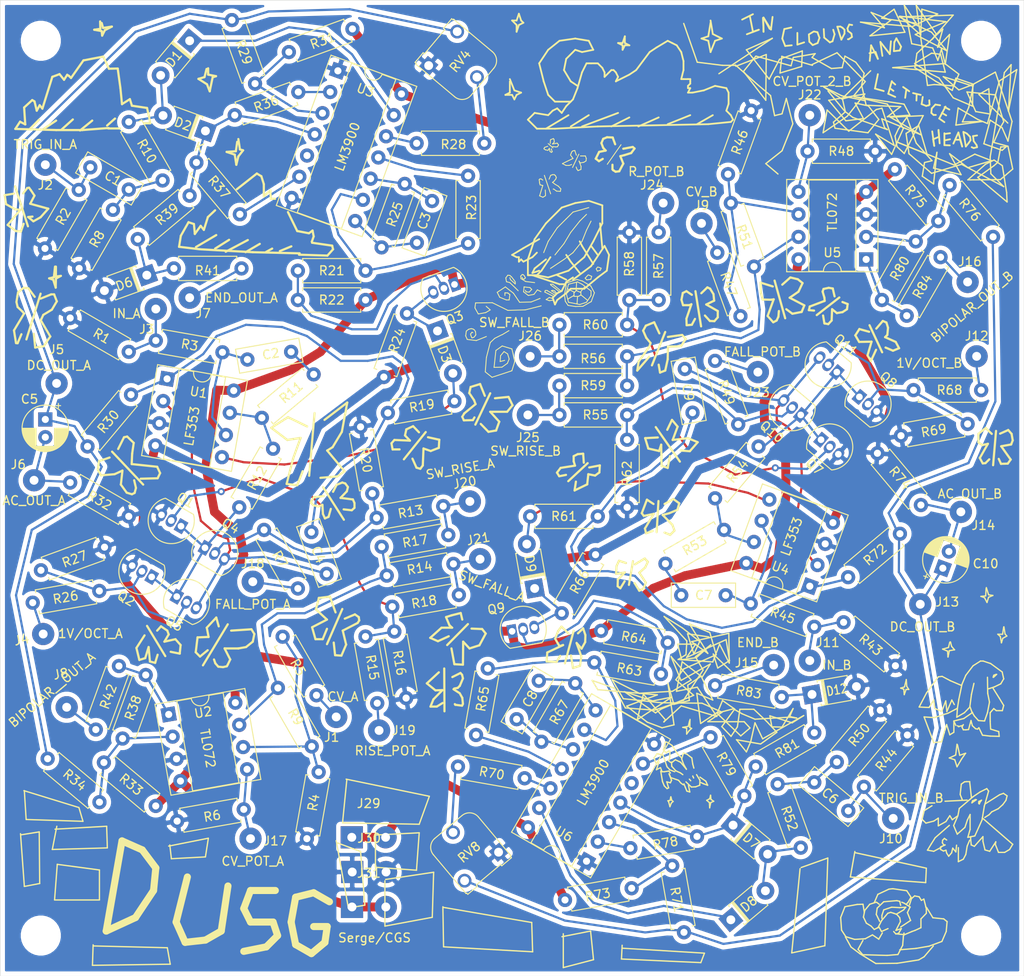
<source format=kicad_pcb>
(kicad_pcb (version 20171130) (host pcbnew "(5.1.2-1)-1")
  (layers (0 F.Cu signal) (31 B.Cu signal) (34 B.Paste user) (35 F.Paste user) (36 B.SilkS user) (37 F.SilkS user) (38 B.Mask user) (39 F.Mask user) (44 Edge.Cuts user))
  (net 0 "")
  (net 1 "Net-(C1-Pad1)")
  (net 2 "Net-(C1-Pad2)")
  (net 3 "Net-(C2-Pad2)")
  (net 4 "Net-(C2-Pad1)")
  (net 5 "Net-(C3-Pad2)")
  (net 6 "Net-(C3-Pad1)")
  (net 7 "Net-(C4-Pad2)")
  (net 8 "Net-(C4-Pad1)")
  (net 9 "Net-(C5-Pad1)")
  (net 10 "Net-(C5-Pad2)")
  (net 11 "Net-(C6-Pad2)")
  (net 12 "Net-(C6-Pad1)")
  (net 13 "Net-(C7-Pad1)")
  (net 14 "Net-(C7-Pad2)")
  (net 15 "Net-(C8-Pad1)")
  (net 16 "Net-(C8-Pad2)")
  (net 17 "Net-(C9-Pad1)")
  (net 18 "Net-(C9-Pad2)")
  (net 19 "Net-(C10-Pad1)")
  (net 20 "Net-(C10-Pad2)")
  (net 21 "Net-(D1-Pad1)")
  (net 22 "Net-(D1-Pad2)")
  (net 23 "Net-(D2-Pad1)")
  (net 24 "Net-(D3-Pad1)")
  (net 25 "Net-(D3-Pad2)")
  (net 26 Earth)
  (net 27 "Net-(D6-Pad1)")
  (net 28 "Net-(D7-Pad2)")
  (net 29 "Net-(D7-Pad1)")
  (net 30 "Net-(D8-Pad1)")
  (net 31 "Net-(D9-Pad2)")
  (net 32 "Net-(D9-Pad1)")
  (net 33 "Net-(D12-Pad1)")
  (net 34 "Net-(J1-Pad1)")
  (net 35 "Net-(J3-Pad1)")
  (net 36 "Net-(J4-Pad1)")
  (net 37 "Net-(J7-Pad1)")
  (net 38 "Net-(J8-Pad1)")
  (net 39 "Net-(J9-Pad1)")
  (net 40 "Net-(J11-Pad1)")
  (net 41 "Net-(J12-Pad1)")
  (net 42 "Net-(J15-Pad1)")
  (net 43 "Net-(J16-Pad1)")
  (net 44 "Net-(J17-Pad1)")
  (net 45 "Net-(J18-Pad1)")
  (net 46 "Net-(J19-Pad1)")
  (net 47 "Net-(J20-Pad1)")
  (net 48 "Net-(J21-Pad1)")
  (net 49 "Net-(J22-Pad1)")
  (net 50 "Net-(J23-Pad1)")
  (net 51 "Net-(J24-Pad1)")
  (net 52 "Net-(J25-Pad1)")
  (net 53 "Net-(J26-Pad1)")
  (net 54 "Net-(Q1-Pad1)")
  (net 55 "Net-(Q1-Pad2)")
  (net 56 "Net-(Q2-Pad2)")
  (net 57 "Net-(Q3-Pad2)")
  (net 58 +12V)
  (net 59 "Net-(Q4-Pad2)")
  (net 60 "Net-(Q7-Pad2)")
  (net 61 "Net-(Q10-Pad1)")
  (net 62 "Net-(Q11-Pad2)")
  (net 63 "Net-(Q9-Pad2)")
  (net 64 "Net-(Q10-Pad2)")
  (net 65 "Net-(R4-Pad2)")
  (net 66 "Net-(R13-Pad1)")
  (net 67 "Net-(R11-Pad2)")
  (net 68 "Net-(R21-Pad2)")
  (net 69 "Net-(R23-Pad1)")
  (net 70 -12V)
  (net 71 "Net-(R28-Pad2)")
  (net 72 "Net-(R28-Pad1)")
  (net 73 "Net-(R29-Pad1)")
  (net 74 "Net-(R33-Pad1)")
  (net 75 "Net-(R36-Pad2)")
  (net 76 "Net-(R37-Pad2)")
  (net 77 "Net-(R38-Pad1)")
  (net 78 "Net-(R46-Pad2)")
  (net 79 "Net-(R51-Pad2)")
  (net 80 "Net-(R53-Pad2)")
  (net 81 "Net-(R63-Pad2)")
  (net 82 "Net-(R65-Pad1)")
  (net 83 "Net-(R70-Pad2)")
  (net 84 "Net-(R70-Pad1)")
  (net 85 "Net-(R71-Pad1)")
  (net 86 "Net-(R75-Pad1)")
  (net 87 "Net-(R78-Pad2)")
  (net 88 "Net-(R79-Pad2)")
  (net 89 "Net-(R80-Pad1)")
  (net 90 "Net-(U3-Pad5)")
  (net 91 "Net-(U6-Pad5)")
  (module Connector_Wire:SolderWirePad_1x02_P3.81mm_Drill1mm (layer F.Cu) (at 51.816 114.3762)
    (fp_text reference J31 (at 1.905 -3.81) (layer F.SilkS))
    (fp_text value -12V_Conn)
    (pad 2 thru_hole circle (at 3.81 0) (size 2.49936 2.49936) (drill 1.00076) (layers *.Cu *.Mask) (net 70 -12V))
    (pad 1 thru_hole rect (at 0 0) (size 2.49936 2.49936) (drill 1.00076) (layers *.Cu *.Mask) (net 70 -12V))
  )
  (module Connector_Wire:SolderWirePad_1x02_P3.81mm_Drill1mm (layer F.Cu) (at 51.8414 110.4392)
    (fp_text reference J30 (at 1.905 -3.81) (layer F.SilkS))
    (fp_text value GND_Conn)
    (pad 2 thru_hole circle (at 3.81 0) (size 2.49936 2.49936) (drill 1.00076) (layers *.Cu *.Mask) (net 26 Earth))
    (pad 1 thru_hole rect (at 0 0) (size 2.49936 2.49936) (drill 1.00076) (layers *.Cu *.Mask) (net 26 Earth))
  )
  (module Connector_Wire:SolderWirePad_1x02_P3.81mm_Drill1mm (layer F.Cu) (at 51.7906 106.5276)
    (fp_text reference J29 (at 1.905 -3.81) (layer F.SilkS))
    (fp_text value +12V_Conn)
    (pad 2 thru_hole circle (at 3.81 0) (size 2.49936 2.49936) (drill 1.00076) (layers *.Cu *.Mask) (net 58 +12V))
    (pad 1 thru_hole rect (at 0 0) (size 2.49936 2.49936) (drill 1.00076) (layers *.Cu *.Mask) (net 58 +12V))
  )
  (module Capacitor_THT:CP_Radial_D5.0mm_P2.00mm (layer F.Cu) (at 17.272 59.436 270)
    (fp_text reference C5 (at -2.286 1.778 180) (layer F.SilkS))
    (fp_text value 47uF)
    (pad 2 thru_hole circle (at 2 0 270) (size 1.6 1.6) (drill 0.8) (layers *.Cu *.Mask) (net 10 "Net-(C5-Pad2)"))
    (pad 1 thru_hole rect (at 0 0 270) (size 1.6 1.6) (drill 0.8) (layers *.Cu *.Mask) (net 9 "Net-(C5-Pad1)"))
  )
  (module MountingHole:MountingHole_3.5mm (layer F.Cu) (at 122.682 117.602 180)
    (fp_text reference REF** hide)
    (fp_text value MountingHole_3.5mm hide)
    (pad 1 np_thru_hole circle (at 0 0 180) (size 3.5 3.5) (drill 3.5) (layers *.Cu *.Mask))
  )
  (module MountingHole:MountingHole_3.5mm (layer F.Cu) (at 122.682 16.764 180)
    (fp_text reference REF** hide)
    (fp_text value MountingHole_3.5mm hide)
    (pad 1 np_thru_hole circle (at 0 0 180) (size 3.5 3.5) (drill 3.5) (layers *.Cu *.Mask))
  )
  (module Resistor_THT:R_Axial_DIN0207_L6.3mm_D2.5mm_P7.62mm_Horizontal (layer F.Cu) (at 26.67 70.358 150)
    (fp_text reference R32 (at 3.748616 -0.111207 150) (layer F.SilkS))
    (fp_text value 1M)
    (pad 2 thru_hole oval (at 7.62 0 150) (size 1.6 1.6) (drill 0.8) (layers *.Cu *.Mask) (net 10 "Net-(C5-Pad2)"))
    (pad 1 thru_hole circle (at 0 0 150) (size 1.6 1.6) (drill 0.8) (layers *.Cu *.Mask) (net 26 Earth))
  )
  (module MountingHole:MountingHole_3.5mm (layer F.Cu) (at 16.764 117.602)
    (fp_text reference REF** hide)
    (fp_text value MountingHole_3.5mm hide)
    (pad 1 np_thru_hole circle (at 0 0) (size 3.5 3.5) (drill 3.5) (layers *.Cu *.Mask))
  )
  (module MountingHole:MountingHole_3.5mm (layer F.Cu) (at 16.764 16.764)
    (fp_text reference REF** hide)
    (fp_text value MountingHole_3.5mm hide)
    (pad 1 np_thru_hole circle (at 0 0) (size 3.5 3.5) (drill 3.5) (layers *.Cu *.Mask))
  )
  (module Capacitor_THT:C_Rect_L7.0mm_W2.5mm_P5.00mm (layer F.Cu) (at 26.67 33.528 150)
    (fp_text reference C1 (at 2.174793 0.210852 150) (layer F.SilkS))
    (fp_text value 1n)
    (pad 1 thru_hole circle (at 0 0 150) (size 1.6 1.6) (drill 0.8) (layers *.Cu *.Mask) (net 1 "Net-(C1-Pad1)"))
    (pad 2 thru_hole circle (at 5 0 150) (size 1.6 1.6) (drill 0.8) (layers *.Cu *.Mask) (net 2 "Net-(C1-Pad2)"))
  )
  (module Capacitor_THT:C_Rect_L7.0mm_W2.5mm_P5.00mm (layer F.Cu) (at 44.958 51.816 190)
    (fp_text reference C2 (at 2.295377 0.146819 10) (layer F.SilkS))
    (fp_text value 47p)
    (pad 2 thru_hole circle (at 5 0 190) (size 1.6 1.6) (drill 0.8) (layers *.Cu *.Mask) (net 3 "Net-(C2-Pad2)"))
    (pad 1 thru_hole circle (at 0 0 190) (size 1.6 1.6) (drill 0.8) (layers *.Cu *.Mask) (net 4 "Net-(C2-Pad1)"))
  )
  (module Capacitor_THT:C_Rect_L7.0mm_W2.5mm_P5.00mm (layer F.Cu) (at 60.833831 34.820526 250)
    (fp_text reference C3 (at 2.43131 0.062014 70) (layer F.SilkS))
    (fp_text value 47p)
    (pad 2 thru_hole circle (at 5 0 250) (size 1.6 1.6) (drill 0.8) (layers *.Cu *.Mask) (net 5 "Net-(C3-Pad2)"))
    (pad 1 thru_hole circle (at 0 0 250) (size 1.6 1.6) (drill 0.8) (layers *.Cu *.Mask) (net 6 "Net-(C3-Pad1)"))
  )
  (module Capacitor_THT:C_Rect_L7.0mm_W2.5mm_P5.00mm (layer F.Cu) (at 47.244 72.136 290)
    (fp_text reference C4 (at 2.647439 0.152685 110) (layer F.SilkS))
    (fp_text value 22n)
    (pad 2 thru_hole circle (at 5 0 290) (size 1.6 1.6) (drill 0.8) (layers *.Cu *.Mask) (net 7 "Net-(C4-Pad2)"))
    (pad 1 thru_hole circle (at 0 0 290) (size 1.6 1.6) (drill 0.8) (layers *.Cu *.Mask) (net 8 "Net-(C4-Pad1)"))
  )
  (module Capacitor_THT:C_Rect_L7.0mm_W2.5mm_P5.00mm (layer F.Cu) (at 103.886 100.33 320)
    (fp_text reference C6 (at 2.341635 0.024575 140) (layer F.SilkS))
    (fp_text value 1n)
    (pad 2 thru_hole circle (at 5 0 320) (size 1.6 1.6) (drill 0.8) (layers *.Cu *.Mask) (net 11 "Net-(C6-Pad2)"))
    (pad 1 thru_hole circle (at 0 0 320) (size 1.6 1.6) (drill 0.8) (layers *.Cu *.Mask) (net 12 "Net-(C6-Pad1)"))
  )
  (module Capacitor_THT:C_Rect_L7.0mm_W2.5mm_P5.00mm (layer F.Cu) (at 88.9 79.248)
    (fp_text reference C7 (at 2.54 0) (layer F.SilkS))
    (fp_text value 47p)
    (pad 1 thru_hole circle (at 0 0) (size 1.6 1.6) (drill 0.8) (layers *.Cu *.Mask) (net 13 "Net-(C7-Pad1)"))
    (pad 2 thru_hole circle (at 5 0) (size 1.6 1.6) (drill 0.8) (layers *.Cu *.Mask) (net 14 "Net-(C7-Pad2)"))
  )
  (module Capacitor_THT:C_Rect_L7.0mm_W2.5mm_P5.00mm (layer F.Cu) (at 70.358 93.218 60)
    (fp_text reference C8 (at 2.741734 0.176823 60) (layer F.SilkS))
    (fp_text value 47p)
    (pad 1 thru_hole circle (at 0 0 60) (size 1.6 1.6) (drill 0.8) (layers *.Cu *.Mask) (net 15 "Net-(C8-Pad1)"))
    (pad 2 thru_hole circle (at 5 0 60) (size 1.6 1.6) (drill 0.8) (layers *.Cu *.Mask) (net 16 "Net-(C8-Pad2)"))
  )
  (module Capacitor_THT:C_Rect_L7.0mm_W2.5mm_P5.00mm (layer F.Cu) (at 90.17 58.674 100)
    (fp_text reference C9 (at 2.339484 -0.103323 100) (layer F.SilkS))
    (fp_text value 22n)
    (pad 1 thru_hole circle (at 0 0 100) (size 1.6 1.6) (drill 0.8) (layers *.Cu *.Mask) (net 17 "Net-(C9-Pad1)"))
    (pad 2 thru_hole circle (at 5 0 100) (size 1.6 1.6) (drill 0.8) (layers *.Cu *.Mask) (net 18 "Net-(C9-Pad2)"))
  )
  (module Capacitor_THT:CP_Radial_D5.0mm_P2.00mm (layer F.Cu) (at 118.364 76.2 70)
    (fp_text reference C10 (at 2.127953 4.36121) (layer F.SilkS))
    (fp_text value 47uF)
    (pad 1 thru_hole rect (at 0 0 70) (size 1.6 1.6) (drill 0.8) (layers *.Cu *.Mask) (net 19 "Net-(C10-Pad1)"))
    (pad 2 thru_hole circle (at 2 0 70) (size 1.6 1.6) (drill 0.8) (layers *.Cu *.Mask) (net 20 "Net-(C10-Pad2)"))
  )
  (module Diode_THT:D_T-1_P5.08mm_Horizontal (layer F.Cu) (at 33.528 16.764 230)
    (fp_text reference D1 (at 2.699479 0.055883 50) (layer F.SilkS))
    (fp_text value 1N4148)
    (pad 1 thru_hole rect (at 0 0 230) (size 2 2) (drill 1) (layers *.Cu *.Mask) (net 21 "Net-(D1-Pad1)"))
    (pad 2 thru_hole oval (at 5.08 0 230) (size 2 2) (drill 1) (layers *.Cu *.Mask) (net 22 "Net-(D1-Pad2)"))
  )
  (module Diode_THT:D_T-1_P5.08mm_Horizontal (layer F.Cu) (at 35.306 26.924 160)
    (fp_text reference D2 (at 2.647439 -0.152685 160) (layer F.SilkS))
    (fp_text value 1N4148)
    (fp_text user K (at 0 -2 160) (layer F.SilkS))
    (pad 2 thru_hole oval (at 5.08 0 160) (size 2 2) (drill 1) (layers *.Cu *.Mask) (net 22 "Net-(D1-Pad2)"))
    (pad 1 thru_hole rect (at 0 0 160) (size 2 2) (drill 1) (layers *.Cu *.Mask) (net 23 "Net-(D2-Pad1)"))
  )
  (module Diode_THT:D_T-1_P5.08mm_Horizontal (layer F.Cu) (at 61.446079 49.462373 290)
    (fp_text reference D3 (at 2.718485 0.155216 110) (layer F.SilkS))
    (fp_text value 1N4148)
    (pad 1 thru_hole rect (at 0 0 290) (size 2 2) (drill 1) (layers *.Cu *.Mask) (net 24 "Net-(D3-Pad1)"))
    (pad 2 thru_hole oval (at 5.08 0 290) (size 2 2) (drill 1) (layers *.Cu *.Mask) (net 25 "Net-(D3-Pad2)"))
  )
  (module Diode_THT:D_T-1_P5.08mm_Horizontal (layer F.Cu) (at 28.702 43.18 200)
    (fp_text reference D6 (at 2.734312 -0.085997 20) (layer F.SilkS))
    (fp_text value 5V6)
    (pad 1 thru_hole rect (at 0 0 200) (size 2 2) (drill 1) (layers *.Cu *.Mask) (net 27 "Net-(D6-Pad1)"))
    (pad 2 thru_hole oval (at 5.08 0 200) (size 2 2) (drill 1) (layers *.Cu *.Mask) (net 26 Earth))
  )
  (module Diode_THT:D_T-1_P5.08mm_Horizontal (layer F.Cu) (at 94.742 105.156 320)
    (fp_text reference D7 (at 2.699479 0.055883 140) (layer F.SilkS))
    (fp_text value 1N4148)
    (pad 2 thru_hole oval (at 5.08 0 320) (size 2 2) (drill 1) (layers *.Cu *.Mask) (net 28 "Net-(D7-Pad2)"))
    (pad 1 thru_hole rect (at 0 0 320) (size 2 2) (drill 1) (layers *.Cu *.Mask) (net 29 "Net-(D7-Pad1)"))
  )
  (module Diode_THT:D_T-1_P5.08mm_Horizontal (layer F.Cu) (at 94.488 115.824 40)
    (fp_text reference D8 (at 2.699479 -0.055883 40) (layer F.SilkS))
    (fp_text value 1N4148)
    (pad 1 thru_hole rect (at 0 0 40) (size 2 2) (drill 1) (layers *.Cu *.Mask) (net 30 "Net-(D8-Pad1)"))
    (pad 2 thru_hole oval (at 5.08 0 40) (size 2 2) (drill 1) (layers *.Cu *.Mask) (net 28 "Net-(D7-Pad2)"))
  )
  (module Diode_THT:D_T-1_P5.08mm_Horizontal (layer F.Cu) (at 72.39 78.486 100)
    (fp_text reference D9 (at 2.839766 -0.015109 100) (layer F.SilkS))
    (fp_text value 1N4148)
    (pad 2 thru_hole oval (at 5.08 0 100) (size 2 2) (drill 1) (layers *.Cu *.Mask) (net 31 "Net-(D9-Pad2)"))
    (pad 1 thru_hole rect (at 0 0 100) (size 2 2) (drill 1) (layers *.Cu *.Mask) (net 32 "Net-(D9-Pad1)"))
  )
  (module Diode_THT:D_T-1_P5.08mm_Horizontal (layer F.Cu) (at 103.632 90.424 10)
    (fp_text reference D12 (at 2.839766 -0.015109 10) (layer F.SilkS) (effects (font (size 1 0.8))))
    (fp_text value 5V6)
    (pad 2 thru_hole oval (at 5.08 0 10) (size 2 2) (drill 1) (layers *.Cu *.Mask) (net 26 Earth))
    (pad 1 thru_hole rect (at 0 0 10) (size 2 2) (drill 1) (layers *.Cu *.Mask) (net 33 "Net-(D12-Pad1)"))
  )
  (module Connector_Wire:SolderWirePad_1x01_Drill1mm (layer F.Cu) (at 50.038 92.964 30)
    (fp_text reference J1 (at -1.582941 1.725734) (layer F.SilkS))
    (fp_text value CV_IN_A)
    (pad 1 thru_hole circle (at 0 0 30) (size 2.49936 2.49936) (drill 1.00076) (layers *.Cu *.Mask) (net 34 "Net-(J1-Pad1)"))
  )
  (module Connector_Wire:SolderWirePad_1x01_Drill1mm (layer F.Cu) (at 17.272 30.734)
    (fp_text reference J2 (at 0 2.286) (layer F.SilkS))
    (fp_text value TRIG_IN_A)
    (pad 1 thru_hole circle (at 0 0) (size 2.49936 2.49936) (drill 1.00076) (layers *.Cu *.Mask) (net 2 "Net-(C1-Pad2)"))
  )
  (module Connector_Wire:SolderWirePad_1x01_Drill1mm (layer F.Cu) (at 29.718 46.99)
    (fp_text reference J3 (at -1.016 2.286) (layer F.SilkS))
    (fp_text value IN_A)
    (pad 1 thru_hole circle (at 0 0) (size 2.49936 2.49936) (drill 1.00076) (layers *.Cu *.Mask) (net 35 "Net-(J3-Pad1)"))
  )
  (module Connector_Wire:SolderWirePad_1x01_Drill1mm (layer F.Cu) (at 17.03135 83.6194 10)
    (fp_text reference J4 (at -2.504903 0.219151 10) (layer F.SilkS))
    (fp_text value 1V/OCT_A)
    (pad 1 thru_hole circle (at 0 0 10) (size 2.49936 2.49936) (drill 1.00076) (layers *.Cu *.Mask) (net 36 "Net-(J4-Pad1)"))
  )
  (module Connector_Wire:SolderWirePad_1x01_Drill1mm (layer F.Cu) (at 18.542 55.372)
    (fp_text reference J5 (at 0 -3.81) (layer F.SilkS))
    (fp_text value DC_OUT_A)
    (pad 1 thru_hole circle (at 0 0) (size 2.49936 2.49936) (drill 1.00076) (layers *.Cu *.Mask) (net 9 "Net-(C5-Pad1)"))
  )
  (module Connector_Wire:SolderWirePad_1x01_Drill1mm (layer F.Cu) (at 16.002 66.294)
    (fp_text reference J6 (at -1.778 -1.778) (layer F.SilkS))
    (fp_text value AC_COUPLED_OUT_A)
    (pad 1 thru_hole circle (at 0 0) (size 2.49936 2.49936) (drill 1.00076) (layers *.Cu *.Mask) (net 10 "Net-(C5-Pad2)"))
  )
  (module Connector_Wire:SolderWirePad_1x01_Drill1mm (layer F.Cu) (at 33.528 45.72)
    (fp_text reference J7 (at 1.524 1.778) (layer F.SilkS))
    (fp_text value END_OUT_A)
    (pad 1 thru_hole circle (at 0 0) (size 2.49936 2.49936) (drill 1.00076) (layers *.Cu *.Mask) (net 37 "Net-(J7-Pad1)"))
  )
  (module Connector_Wire:SolderWirePad_1x01_Drill1mm (layer F.Cu) (at 19.678133 91.870823 10)
    (fp_text reference J8 (at 0 -3.81 10) (layer F.SilkS))
    (fp_text value BIPOLAR_OUT_A)
    (pad 1 thru_hole circle (at 0 0 10) (size 2.49936 2.49936) (drill 1.00076) (layers *.Cu *.Mask) (net 38 "Net-(J8-Pad1)"))
  )
  (module Connector_Wire:SolderWirePad_1x01_Drill1mm (layer F.Cu) (at 91.186 37.338 20)
    (fp_text reference J9 (at 0.694985 -1.909455) (layer F.SilkS))
    (fp_text value CV_IN_B)
    (pad 1 thru_hole circle (at 0 0 20) (size 2.49936 2.49936) (drill 1.00076) (layers *.Cu *.Mask) (net 39 "Net-(J9-Pad1)"))
  )
  (module Connector_Wire:SolderWirePad_1x01_Drill1mm (layer F.Cu) (at 112.776 104.394 330)
    (fp_text reference J10 (at 0.92303 2.106734 180) (layer F.SilkS))
    (fp_text value TRIG_IN_B)
    (pad 1 thru_hole circle (at 0 0 330) (size 2.49936 2.49936) (drill 1.00076) (layers *.Cu *.Mask) (net 11 "Net-(C6-Pad2)"))
  )
  (module Connector_Wire:SolderWirePad_1x01_Drill1mm (layer F.Cu) (at 103.378 86.614)
    (fp_text reference J11 (at 2.032 -2.032) (layer F.SilkS))
    (fp_text value IN_B)
    (pad 1 thru_hole circle (at 0 0) (size 2.49936 2.49936) (drill 1.00076) (layers *.Cu *.Mask) (net 40 "Net-(J11-Pad1)"))
  )
  (module Connector_Wire:SolderWirePad_1x01_Drill1mm (layer F.Cu) (at 122.174 52.324)
    (fp_text reference J12 (at 0 -2.286) (layer F.SilkS))
    (fp_text value 1V/OCT_B)
    (pad 1 thru_hole circle (at 0 0) (size 2.49936 2.49936) (drill 1.00076) (layers *.Cu *.Mask) (net 41 "Net-(J12-Pad1)"))
  )
  (module Connector_Wire:SolderWirePad_1x01_Drill1mm (layer F.Cu) (at 115.824 80.264)
    (fp_text reference J13 (at 3.048 -0.254) (layer F.SilkS))
    (fp_text value DC_OUT_B)
    (pad 1 thru_hole circle (at 0 0) (size 2.49936 2.49936) (drill 1.00076) (layers *.Cu *.Mask) (net 19 "Net-(C10-Pad1)"))
  )
  (module Connector_Wire:SolderWirePad_1x01_Drill1mm (layer F.Cu) (at 120.396 69.85 350)
    (fp_text reference J14 (at 2.766052 1.059781 180) (layer F.SilkS))
    (fp_text value AC_COUPLED_OUT_B)
    (pad 1 thru_hole circle (at 0 0 350) (size 2.49936 2.49936) (drill 1.00076) (layers *.Cu *.Mask) (net 20 "Net-(C10-Pad2)"))
  )
  (module Connector_Wire:SolderWirePad_1x01_Drill1mm (layer F.Cu) (at 99.314 87.122 350)
    (fp_text reference J15 (at -3.045801 0.279138 180) (layer F.SilkS))
    (fp_text value END_OUT_B)
    (pad 1 thru_hole circle (at 0 0 350) (size 2.49936 2.49936) (drill 1.00076) (layers *.Cu *.Mask) (net 42 "Net-(J15-Pad1)"))
  )
  (module Connector_Wire:SolderWirePad_1x01_Drill1mm (layer F.Cu) (at 121.158 43.942)
    (fp_text reference J16 (at 0.254 -2.286) (layer F.SilkS))
    (fp_text value BIPOLAR_OUT_B)
    (pad 1 thru_hole circle (at 0 0) (size 2.49936 2.49936) (drill 1.00076) (layers *.Cu *.Mask) (net 43 "Net-(J16-Pad1)"))
  )
  (module Connector_Wire:SolderWirePad_1x01_Drill1mm (layer F.Cu) (at 40.386 106.68 10)
    (fp_text reference J17 (at 2.707446 0.735314) (layer F.SilkS))
    (fp_text value CV_POT_A)
    (pad 1 thru_hole circle (at 0 0 10) (size 2.49936 2.49936) (drill 1.00076) (layers *.Cu *.Mask) (net 44 "Net-(J17-Pad1)"))
  )
  (module Connector_Wire:SolderWirePad_1x01_Drill1mm (layer F.Cu) (at 40.64 77.724)
    (fp_text reference J18 (at 0 -2.032) (layer F.SilkS))
    (fp_text value FALL_POT_A)
    (pad 1 thru_hole circle (at 0 0) (size 2.49936 2.49936) (drill 1.00076) (layers *.Cu *.Mask) (net 45 "Net-(J18-Pad1)"))
  )
  (module Connector_Wire:SolderWirePad_1x01_Drill1mm (layer F.Cu) (at 54.864 94.488 10)
    (fp_text reference J19 (at 2.751553 0.485173) (layer F.SilkS))
    (fp_text value RISE_POT_A)
    (pad 1 thru_hole circle (at 0 0 10) (size 2.49936 2.49936) (drill 1.00076) (layers *.Cu *.Mask) (net 46 "Net-(J19-Pad1)"))
  )
  (module Connector_Wire:SolderWirePad_1x01_Drill1mm (layer F.Cu) (at 65.092431 68.679136 10)
    (fp_text reference J20 (at -0.197606 -2.198855 10) (layer F.SilkS))
    (fp_text value SW_RISE_A)
    (pad 1 thru_hole circle (at 0 0 10) (size 2.49936 2.49936) (drill 1.00076) (layers *.Cu *.Mask) (net 47 "Net-(J20-Pad1)"))
  )
  (module Connector_Wire:SolderWirePad_1x01_Drill1mm (layer F.Cu) (at 66.239204 75.182807 10)
    (fp_text reference J21 (at 0.200575 -2.284687 10) (layer F.SilkS))
    (fp_text value SW_FALL_A)
    (pad 1 thru_hole circle (at 0 0 10) (size 2.49936 2.49936) (drill 1.00076) (layers *.Cu *.Mask) (net 48 "Net-(J21-Pad1)"))
  )
  (module Connector_Wire:SolderWirePad_1x01_Drill1mm (layer F.Cu) (at 103.378 25.146)
    (fp_text reference J22 (at 0 -2.286) (layer F.SilkS))
    (fp_text value CV_POT_2_B)
    (pad 1 thru_hole circle (at 0 0) (size 2.49936 2.49936) (drill 1.00076) (layers *.Cu *.Mask) (net 49 "Net-(J22-Pad1)"))
  )
  (module Connector_Wire:SolderWirePad_1x01_Drill1mm (layer F.Cu) (at 97.536 54.102 350)
    (fp_text reference J23 (at 0.39696 2.251271 180) (layer F.SilkS))
    (fp_text value FALL_POT_B)
    (pad 1 thru_hole circle (at 0 0 350) (size 2.49936 2.49936) (drill 1.00076) (layers *.Cu *.Mask) (net 50 "Net-(J23-Pad1)"))
  )
  (module Connector_Wire:SolderWirePad_1x01_Drill1mm (layer F.Cu) (at 86.868 35.052)
    (fp_text reference J24 (at -1.27 -2.032) (layer F.SilkS))
    (fp_text value RISE_POT_B)
    (pad 1 thru_hole circle (at 0 0) (size 2.49936 2.49936) (drill 1.00076) (layers *.Cu *.Mask) (net 51 "Net-(J24-Pad1)"))
  )
  (module Connector_Wire:SolderWirePad_1x01_Drill1mm (layer F.Cu) (at 71.628 58.928)
    (fp_text reference J25 (at 0 2.54) (layer F.SilkS))
    (fp_text value SW_RISE_B)
    (pad 1 thru_hole circle (at 0 0) (size 2.49936 2.49936) (drill 1.00076) (layers *.Cu *.Mask) (net 52 "Net-(J25-Pad1)"))
  )
  (module Connector_Wire:SolderWirePad_1x01_Drill1mm (layer F.Cu) (at 71.882 52.324)
    (fp_text reference J26 (at 0 -2.286) (layer F.SilkS))
    (fp_text value SW_FALL_B)
    (pad 1 thru_hole circle (at 0 0) (size 2.49936 2.49936) (drill 1.00076) (layers *.Cu *.Mask) (net 53 "Net-(J26-Pad1)"))
  )
  (module Package_TO_SOT_THT:TO-92_Inline (layer F.Cu) (at 32.554493 71.464526 150)
    (fp_text reference Q1 (at 1.016 2.794 150) (layer F.SilkS))
    (fp_text value 2N3904)
    (pad 1 thru_hole rect (at 0 0 150) (size 1.05 1.5) (drill 0.75) (layers *.Cu *.Mask) (net 54 "Net-(Q1-Pad1)"))
    (pad 3 thru_hole oval (at 2.54 0 150) (size 1.05 1.5) (drill 0.75) (layers *.Cu *.Mask) (net 26 Earth))
    (pad 2 thru_hole oval (at 1.27 0 150) (size 1.05 1.5) (drill 0.75) (layers *.Cu *.Mask) (net 55 "Net-(Q1-Pad2)"))
  )
  (module Package_TO_SOT_THT:TO-92_Inline (layer F.Cu) (at 29.252493 77.183759 150)
    (fp_text reference Q2 (at 1.27 -3.56 150) (layer F.SilkS))
    (fp_text value 2N3906)
    (pad 2 thru_hole oval (at 1.27 0 150) (size 1.05 1.5) (drill 0.75) (layers *.Cu *.Mask) (net 56 "Net-(Q2-Pad2)"))
    (pad 3 thru_hole oval (at 2.54 0 150) (size 1.05 1.5) (drill 0.75) (layers *.Cu *.Mask) (net 26 Earth))
    (pad 1 thru_hole rect (at 0 0 150) (size 1.05 1.5) (drill 0.75) (layers *.Cu *.Mask) (net 54 "Net-(Q1-Pad1)"))
  )
  (module Package_TO_SOT_THT:TO-92_Inline (layer F.Cu) (at 63.359606 44.224518 200)
    (fp_text reference Q3 (at 1.27 -3.56 20) (layer F.SilkS))
    (fp_text value 2N3906)
    (pad 2 thru_hole oval (at 1.27 0 200) (size 1.05 1.5) (drill 0.75) (layers *.Cu *.Mask) (net 57 "Net-(Q3-Pad2)"))
    (pad 3 thru_hole oval (at 2.54 0 200) (size 1.05 1.5) (drill 0.75) (layers *.Cu *.Mask) (net 24 "Net-(D3-Pad1)"))
    (pad 1 thru_hole rect (at 0 0 200) (size 1.05 1.5) (drill 0.75) (layers *.Cu *.Mask) (net 58 +12V))
  )
  (module Package_TO_SOT_THT:TO-92_Inline (layer F.Cu) (at 35.253079 73.902439 330)
    (fp_text reference Q4 (at 1.27 -3.56 150) (layer F.SilkS))
    (fp_text value 2N3906)
    (pad 1 thru_hole rect (at 0 0 330) (size 1.05 1.5) (drill 0.75) (layers *.Cu *.Mask) (net 54 "Net-(Q1-Pad1)"))
    (pad 3 thru_hole oval (at 2.54 0 330) (size 1.05 1.5) (drill 0.75) (layers *.Cu *.Mask) (net 7 "Net-(C4-Pad2)"))
    (pad 2 thru_hole oval (at 1.27 0 330) (size 1.05 1.5) (drill 0.75) (layers *.Cu *.Mask) (net 59 "Net-(Q4-Pad2)"))
  )
  (module Package_TO_SOT_THT:TO-92_Inline (layer F.Cu) (at 32.078079 79.4017 330)
    (fp_text reference Q5 (at 1.27 2.794 150) (layer F.SilkS))
    (fp_text value 2N3904)
    (pad 2 thru_hole oval (at 1.27 0 330) (size 1.05 1.5) (drill 0.75) (layers *.Cu *.Mask) (net 56 "Net-(Q2-Pad2)"))
    (pad 3 thru_hole oval (at 2.54 0 330) (size 1.05 1.5) (drill 0.75) (layers *.Cu *.Mask) (net 7 "Net-(C4-Pad2)"))
    (pad 1 thru_hole rect (at 0 0 330) (size 1.05 1.5) (drill 0.75) (layers *.Cu *.Mask) (net 54 "Net-(Q1-Pad1)"))
  )
  (module Package_TO_SOT_THT:TO-92_Inline (layer F.Cu) (at 104.648 61.722 320)
    (fp_text reference Q7 (at 1.375491 2.824708 140) (layer F.SilkS))
    (fp_text value 2N3904)
    (pad 2 thru_hole oval (at 1.27 0 320) (size 1.05 1.5) (drill 0.75) (layers *.Cu *.Mask) (net 60 "Net-(Q7-Pad2)"))
    (pad 3 thru_hole oval (at 2.54 0 320) (size 1.05 1.5) (drill 0.75) (layers *.Cu *.Mask) (net 26 Earth))
    (pad 1 thru_hole rect (at 0 0 320) (size 1.05 1.5) (drill 0.75) (layers *.Cu *.Mask) (net 61 "Net-(Q10-Pad1)"))
  )
  (module Package_TO_SOT_THT:TO-92_Inline (layer F.Cu) (at 108.966 56.896 320)
    (fp_text reference Q8 (at 1.27 -3.56 140) (layer F.SilkS))
    (fp_text value 2N3906)
    (pad 1 thru_hole rect (at 0 0 320) (size 1.05 1.5) (drill 0.75) (layers *.Cu *.Mask) (net 61 "Net-(Q10-Pad1)"))
    (pad 3 thru_hole oval (at 2.54 0 320) (size 1.05 1.5) (drill 0.75) (layers *.Cu *.Mask) (net 26 Earth))
    (pad 2 thru_hole oval (at 1.27 0 320) (size 1.05 1.5) (drill 0.75) (layers *.Cu *.Mask) (net 62 "Net-(Q11-Pad2)"))
  )
  (module Package_TO_SOT_THT:TO-92_Inline (layer F.Cu) (at 69.85 83.312 10)
    (fp_text reference Q9 (at -1.309922 -2.810158 10) (layer F.SilkS))
    (fp_text value 2N3906)
    (pad 1 thru_hole rect (at 0 0 10) (size 1.05 1.5) (drill 0.75) (layers *.Cu *.Mask) (net 58 +12V))
    (pad 3 thru_hole oval (at 2.54 0 10) (size 1.05 1.5) (drill 0.75) (layers *.Cu *.Mask) (net 32 "Net-(D9-Pad1)"))
    (pad 2 thru_hole oval (at 1.27 0 10) (size 1.05 1.5) (drill 0.75) (layers *.Cu *.Mask) (net 63 "Net-(Q9-Pad2)"))
  )
  (module Package_TO_SOT_THT:TO-92_Inline (layer F.Cu) (at 102.362 58.928 140)
    (fp_text reference Q10 (at 1.27 -3.56 140) (layer F.SilkS))
    (fp_text value 2N3906)
    (pad 2 thru_hole oval (at 1.27 0 140) (size 1.05 1.5) (drill 0.75) (layers *.Cu *.Mask) (net 64 "Net-(Q10-Pad2)"))
    (pad 3 thru_hole oval (at 2.54 0 140) (size 1.05 1.5) (drill 0.75) (layers *.Cu *.Mask) (net 18 "Net-(C9-Pad2)"))
    (pad 1 thru_hole rect (at 0 0 140) (size 1.05 1.5) (drill 0.75) (layers *.Cu *.Mask) (net 61 "Net-(Q10-Pad1)"))
  )
  (module Package_TO_SOT_THT:TO-92_Inline (layer F.Cu) (at 106.426 54.102 140)
    (fp_text reference Q11 (at 1.180915 2.987976 140) (layer F.SilkS))
    (fp_text value 2N3904)
    (pad 1 thru_hole rect (at 0 0 140) (size 1.05 1.5) (drill 0.75) (layers *.Cu *.Mask) (net 61 "Net-(Q10-Pad1)"))
    (pad 3 thru_hole oval (at 2.54 0 140) (size 1.05 1.5) (drill 0.75) (layers *.Cu *.Mask) (net 18 "Net-(C9-Pad2)"))
    (pad 2 thru_hole oval (at 1.27 0 140) (size 1.05 1.5) (drill 0.75) (layers *.Cu *.Mask) (net 62 "Net-(Q11-Pad2)"))
  )
  (module Resistor_THT:R_Axial_DIN0207_L6.3mm_D2.5mm_P7.62mm_Horizontal (layer F.Cu) (at 26.67 51.816 150)
    (fp_text reference R1 (at 3.528645 0.015793 150) (layer F.SilkS))
    (fp_text value 100K)
    (pad 1 thru_hole circle (at 0 0 150) (size 1.6 1.6) (drill 0.8) (layers *.Cu *.Mask) (net 35 "Net-(J3-Pad1)"))
    (pad 2 thru_hole oval (at 7.62 0 150) (size 1.6 1.6) (drill 0.8) (layers *.Cu *.Mask) (net 26 Earth))
  )
  (module Resistor_THT:R_Axial_DIN0207_L6.3mm_D2.5mm_P7.62mm_Horizontal (layer F.Cu) (at 21.041752 33.568245 240)
    (fp_text reference R2 (at 3.473668 0.00106 60) (layer F.SilkS))
    (fp_text value 100K)
    (pad 1 thru_hole circle (at 0 0 240) (size 1.6 1.6) (drill 0.8) (layers *.Cu *.Mask) (net 2 "Net-(C1-Pad2)"))
    (pad 2 thru_hole oval (at 7.62 0 240) (size 1.6 1.6) (drill 0.8) (layers *.Cu *.Mask) (net 26 Earth))
  )
  (module Resistor_THT:R_Axial_DIN0207_L6.3mm_D2.5mm_P7.62mm_Horizontal (layer F.Cu) (at 29.718 50.546 350)
    (fp_text reference R3 (at 3.840331 -0.161317 170) (layer F.SilkS))
    (fp_text value 100K)
    (pad 2 thru_hole oval (at 7.62 0 350) (size 1.6 1.6) (drill 0.8) (layers *.Cu *.Mask) (net 3 "Net-(C2-Pad2)"))
    (pad 1 thru_hole circle (at 0 0 350) (size 1.6 1.6) (drill 0.8) (layers *.Cu *.Mask) (net 35 "Net-(J3-Pad1)"))
  )
  (module Resistor_THT:R_Axial_DIN0207_L6.3mm_D2.5mm_P7.62mm_Horizontal (layer F.Cu) (at 46.736 106.68 80)
    (fp_text reference R4 (at 4.134579 0.044717 80) (layer F.SilkS))
    (fp_text value 1M)
    (pad 2 thru_hole oval (at 7.62 0 80) (size 1.6 1.6) (drill 0.8) (layers *.Cu *.Mask) (net 65 "Net-(R4-Pad2)"))
    (pad 1 thru_hole circle (at 0 0 80) (size 1.6 1.6) (drill 0.8) (layers *.Cu *.Mask) (net 26 Earth))
  )
  (module Resistor_THT:R_Axial_DIN0207_L6.3mm_D2.5mm_P7.62mm_Horizontal (layer F.Cu) (at 47.811154 90.52107 120)
    (fp_text reference R5 (at 3.769288 -0.238457 120) (layer F.SilkS))
    (fp_text value 470K)
    (pad 1 thru_hole circle (at 0 0 120) (size 1.6 1.6) (drill 0.8) (layers *.Cu *.Mask) (net 34 "Net-(J1-Pad1)"))
    (pad 2 thru_hole oval (at 7.62 0 120) (size 1.6 1.6) (drill 0.8) (layers *.Cu *.Mask) (net 65 "Net-(R4-Pad2)"))
  )
  (module Resistor_THT:R_Axial_DIN0207_L6.3mm_D2.5mm_P7.62mm_Horizontal (layer F.Cu) (at 39.624 103.378 190)
    (fp_text reference R6 (at 3.634296 -0.132931 10) (layer F.SilkS))
    (fp_text value 1M)
    (pad 1 thru_hole circle (at 0 0 190) (size 1.6 1.6) (drill 0.8) (layers *.Cu *.Mask) (net 44 "Net-(J17-Pad1)"))
    (pad 2 thru_hole oval (at 7.62 0 190) (size 1.6 1.6) (drill 0.8) (layers *.Cu *.Mask) (net 26 Earth))
  )
  (module Resistor_THT:R_Axial_DIN0207_L6.3mm_D2.5mm_P7.62mm_Horizontal (layer F.Cu) (at 45.72 78.486 120)
    (fp_text reference R7 (at 3.875616 -0.108764 120) (layer F.SilkS))
    (fp_text value 82K)
    (pad 1 thru_hole circle (at 0 0 120) (size 1.6 1.6) (drill 0.8) (layers *.Cu *.Mask) (net 45 "Net-(J18-Pad1)"))
    (pad 2 thru_hole oval (at 7.62 0 120) (size 1.6 1.6) (drill 0.8) (layers *.Cu *.Mask) (net 59 "Net-(Q4-Pad2)"))
  )
  (module Resistor_THT:R_Axial_DIN0207_L6.3mm_D2.5mm_P7.62mm_Horizontal (layer F.Cu) (at 24.892 35.814 240)
    (fp_text reference R8 (at 3.748616 -0.111207 60) (layer F.SilkS))
    (fp_text value 100K)
    (pad 2 thru_hole oval (at 7.62 0 240) (size 1.6 1.6) (drill 0.8) (layers *.Cu *.Mask) (net 26 Earth))
    (pad 1 thru_hole circle (at 0 0 240) (size 1.6 1.6) (drill 0.8) (layers *.Cu *.Mask) (net 1 "Net-(C1-Pad1)"))
  )
  (module Resistor_THT:R_Axial_DIN0207_L6.3mm_D2.5mm_P7.62mm_Horizontal (layer F.Cu) (at 47.280653 96.288815 120)
    (fp_text reference R9 (at 3.786701 0.090872 120) (layer F.SilkS))
    (fp_text value 820K)
    (pad 1 thru_hole circle (at 0 0 120) (size 1.6 1.6) (drill 0.8) (layers *.Cu *.Mask) (net 65 "Net-(R4-Pad2)"))
    (pad 2 thru_hole oval (at 7.62 0 120) (size 1.6 1.6) (drill 0.8) (layers *.Cu *.Mask) (net 66 "Net-(R13-Pad1)"))
  )
  (module Resistor_THT:R_Axial_DIN0207_L6.3mm_D2.5mm_P7.62mm_Horizontal (layer F.Cu) (at 26.67 25.908 300)
    (fp_text reference R10 (at 3.875616 -0.108764 120) (layer F.SilkS))
    (fp_text value 33K)
    (pad 1 thru_hole circle (at 0 0 300) (size 1.6 1.6) (drill 0.8) (layers *.Cu *.Mask) (net 22 "Net-(D1-Pad2)"))
    (pad 2 thru_hole oval (at 7.62 0 300) (size 1.6 1.6) (drill 0.8) (layers *.Cu *.Mask) (net 1 "Net-(C1-Pad1)"))
  )
  (module Resistor_THT:R_Axial_DIN0207_L6.3mm_D2.5mm_P7.62mm_Horizontal (layer F.Cu) (at 47.498 54.356 220)
    (fp_text reference R11 (at 3.251897 0.076078 40) (layer F.SilkS))
    (fp_text value 10M)
    (pad 1 thru_hole circle (at 0 0 220) (size 1.6 1.6) (drill 0.8) (layers *.Cu *.Mask) (net 4 "Net-(C2-Pad1)"))
    (pad 2 thru_hole oval (at 7.62 0 220) (size 1.6 1.6) (drill 0.8) (layers *.Cu *.Mask) (net 67 "Net-(R11-Pad2)"))
  )
  (module Resistor_THT:R_Axial_DIN0207_L6.3mm_D2.5mm_P7.62mm_Horizontal (layer F.Cu) (at 42.926 62.738 240)
    (fp_text reference R12 (at 3.748616 -0.111207 60) (layer F.SilkS))
    (fp_text value 8K2)
    (pad 1 thru_hole circle (at 0 0 240) (size 1.6 1.6) (drill 0.8) (layers *.Cu *.Mask) (net 67 "Net-(R11-Pad2)"))
    (pad 2 thru_hole oval (at 7.62 0 240) (size 1.6 1.6) (drill 0.8) (layers *.Cu *.Mask) (net 54 "Net-(Q1-Pad1)"))
  )
  (module Resistor_THT:R_Axial_DIN0207_L6.3mm_D2.5mm_P7.62mm_Horizontal (layer F.Cu) (at 55.159888 73.78345 10)
    (fp_text reference R13 (at 3.89362 -3.30758 10) (layer F.SilkS))
    (fp_text value 33K)
    (pad 1 thru_hole circle (at 0 0 10) (size 1.6 1.6) (drill 0.8) (layers *.Cu *.Mask) (net 66 "Net-(R13-Pad1)"))
    (pad 2 thru_hole oval (at 7.62 0 10) (size 1.6 1.6) (drill 0.8) (layers *.Cu *.Mask) (net 47 "Net-(J20-Pad1)"))
  )
  (module Resistor_THT:R_Axial_DIN0207_L6.3mm_D2.5mm_P7.62mm_Horizontal (layer F.Cu) (at 55.733275 77.035286 10)
    (fp_text reference R14 (at 3.791518 -0.179625 10) (layer F.SilkS))
    (fp_text value 33K)
    (pad 2 thru_hole oval (at 7.62 0 10) (size 1.6 1.6) (drill 0.8) (layers *.Cu *.Mask) (net 48 "Net-(J21-Pad1)"))
    (pad 1 thru_hole circle (at 0 0 10) (size 1.6 1.6) (drill 0.8) (layers *.Cu *.Mask) (net 66 "Net-(R13-Pad1)"))
  )
  (module Resistor_THT:R_Axial_DIN0207_L6.3mm_D2.5mm_P7.62mm_Horizontal (layer F.Cu) (at 54.657163 91.410543 100)
    (fp_text reference R15 (at 4.069652 0.153862 100) (layer F.SilkS))
    (fp_text value 82K)
    (pad 1 thru_hole circle (at 0 0 100) (size 1.6 1.6) (drill 0.8) (layers *.Cu *.Mask) (net 46 "Net-(J19-Pad1)"))
    (pad 2 thru_hole oval (at 7.62 0 100) (size 1.6 1.6) (drill 0.8) (layers *.Cu *.Mask) (net 55 "Net-(Q1-Pad2)"))
  )
  (module Resistor_THT:R_Axial_DIN0207_L6.3mm_D2.5mm_P7.62mm_Horizontal (layer F.Cu) (at 56.585799 83.332922 280)
    (fp_text reference R16 (at 3.579345 0.05823 100) (layer F.SilkS))
    (fp_text value 2K2)
    (pad 2 thru_hole oval (at 7.62 0 280) (size 1.6 1.6) (drill 0.8) (layers *.Cu *.Mask) (net 26 Earth))
    (pad 1 thru_hole circle (at 0 0 280) (size 1.6 1.6) (drill 0.8) (layers *.Cu *.Mask) (net 55 "Net-(Q1-Pad2)"))
  )
  (module Resistor_THT:R_Axial_DIN0207_L6.3mm_D2.5mm_P7.62mm_Horizontal (layer F.Cu) (at 62.090737 69.208416 190)
    (fp_text reference R17 (at 3.799484 -3.334469 10) (layer F.SilkS))
    (fp_text value 47K)
    (pad 2 thru_hole oval (at 7.62 0 190) (size 1.6 1.6) (drill 0.8) (layers *.Cu *.Mask) (net 59 "Net-(Q4-Pad2)"))
    (pad 1 thru_hole circle (at 0 0 190) (size 1.6 1.6) (drill 0.8) (layers *.Cu *.Mask) (net 47 "Net-(J20-Pad1)"))
  )
  (module Resistor_THT:R_Axial_DIN0207_L6.3mm_D2.5mm_P7.62mm_Horizontal (layer F.Cu) (at 63.855003 79.214063 190)
    (fp_text reference R18 (at 3.989799 -0.104706 10) (layer F.SilkS))
    (fp_text value 47K)
    (pad 1 thru_hole circle (at 0 0 190) (size 1.6 1.6) (drill 0.8) (layers *.Cu *.Mask) (net 48 "Net-(J21-Pad1)"))
    (pad 2 thru_hole oval (at 7.62 0 190) (size 1.6 1.6) (drill 0.8) (layers *.Cu *.Mask) (net 55 "Net-(Q1-Pad2)"))
  )
  (module Resistor_THT:R_Axial_DIN0207_L6.3mm_D2.5mm_P7.62mm_Horizontal (layer F.Cu) (at 55.853538 58.701876 10)
    (fp_text reference R19 (at 3.915338 -0.111681 10) (layer F.SilkS))
    (fp_text value 220K)
    (pad 2 thru_hole oval (at 7.62 0 10) (size 1.6 1.6) (drill 0.8) (layers *.Cu *.Mask) (net 25 "Net-(D3-Pad2)"))
    (pad 1 thru_hole circle (at 0 0 10) (size 1.6 1.6) (drill 0.8) (layers *.Cu *.Mask) (net 8 "Net-(C4-Pad1)"))
  )
  (module Resistor_THT:R_Axial_DIN0207_L6.3mm_D2.5mm_P7.62mm_Horizontal (layer F.Cu) (at 54.101329 67.780062 100)
    (fp_text reference R20 (at 3.846959 -0.094751 100) (layer F.SilkS))
    (fp_text value 2K2)
    (pad 2 thru_hole oval (at 7.62 0 100) (size 1.6 1.6) (drill 0.8) (layers *.Cu *.Mask) (net 26 Earth))
    (pad 1 thru_hole circle (at 0 0 100) (size 1.6 1.6) (drill 0.8) (layers *.Cu *.Mask) (net 59 "Net-(Q4-Pad2)"))
  )
  (module Resistor_THT:R_Axial_DIN0207_L6.3mm_D2.5mm_P7.62mm_Horizontal (layer F.Cu) (at 45.72 42.672)
    (fp_text reference R21 (at 3.81 0) (layer F.SilkS))
    (fp_text value 220K)
    (pad 2 thru_hole oval (at 7.62 0) (size 1.6 1.6) (drill 0.8) (layers *.Cu *.Mask) (net 68 "Net-(R21-Pad2)"))
    (pad 1 thru_hole circle (at 0 0) (size 1.6 1.6) (drill 0.8) (layers *.Cu *.Mask) (net 57 "Net-(Q3-Pad2)"))
  )
  (module Resistor_THT:R_Axial_DIN0207_L6.3mm_D2.5mm_P7.62mm_Horizontal (layer F.Cu) (at 45.72 45.974)
    (fp_text reference R22 (at 3.81 0) (layer F.SilkS))
    (fp_text value 68K)
    (pad 1 thru_hole circle (at 0 0) (size 1.6 1.6) (drill 0.8) (layers *.Cu *.Mask) (net 57 "Net-(Q3-Pad2)"))
    (pad 2 thru_hole oval (at 7.62 0) (size 1.6 1.6) (drill 0.8) (layers *.Cu *.Mask) (net 58 +12V))
  )
  (module Resistor_THT:R_Axial_DIN0207_L6.3mm_D2.5mm_P7.62mm_Horizontal (layer F.Cu) (at 64.889429 31.975931 270)
    (fp_text reference R23 (at 3.584069 -0.388571 90) (layer F.SilkS))
    (fp_text value 820K)
    (pad 2 thru_hole oval (at 7.62 0 270) (size 1.6 1.6) (drill 0.8) (layers *.Cu *.Mask) (net 68 "Net-(R21-Pad2)"))
    (pad 1 thru_hole circle (at 0 0 270) (size 1.6 1.6) (drill 0.8) (layers *.Cu *.Mask) (net 69 "Net-(R23-Pad1)"))
  )
  (module Resistor_THT:R_Axial_DIN0207_L6.3mm_D2.5mm_P7.62mm_Horizontal (layer F.Cu) (at 55.397973 54.655511 70)
    (fp_text reference R24 (at 4.374033 0.002149 70) (layer F.SilkS))
    (fp_text value 220K)
    (pad 1 thru_hole circle (at 0 0 70) (size 1.6 1.6) (drill 0.8) (layers *.Cu *.Mask) (net 70 -12V))
    (pad 2 thru_hole oval (at 7.62 0 70) (size 1.6 1.6) (drill 0.8) (layers *.Cu *.Mask) (net 24 "Net-(D3-Pad1)"))
  )
  (module Resistor_THT:R_Axial_DIN0207_L6.3mm_D2.5mm_P7.62mm_Horizontal (layer F.Cu) (at 57.752905 32.888257 250)
    (fp_text reference R25 (at 3.606615 -0.1305 70) (layer F.SilkS))
    (fp_text value 820K)
    (pad 1 thru_hole circle (at 0 0 250) (size 1.6 1.6) (drill 0.8) (layers *.Cu *.Mask) (net 6 "Net-(C3-Pad1)"))
    (pad 2 thru_hole oval (at 7.62 0 250) (size 1.6 1.6) (drill 0.8) (layers *.Cu *.Mask) (net 5 "Net-(C3-Pad2)"))
  )
  (module Resistor_THT:R_Axial_DIN0207_L6.3mm_D2.5mm_P7.62mm_Horizontal (layer F.Cu) (at 23.353995 78.764257 190)
    (fp_text reference R26 (at 3.866433 -0.067367 10) (layer F.SilkS))
    (fp_text value 82K)
    (pad 1 thru_hole circle (at 0 0 190) (size 1.6 1.6) (drill 0.8) (layers *.Cu *.Mask) (net 56 "Net-(Q2-Pad2)"))
    (pad 2 thru_hole oval (at 7.62 0 190) (size 1.6 1.6) (drill 0.8) (layers *.Cu *.Mask) (net 36 "Net-(J4-Pad1)"))
  )
  (module Resistor_THT:R_Axial_DIN0207_L6.3mm_D2.5mm_P7.62mm_Horizontal (layer F.Cu) (at 16.779793 76.435109 20)
    (fp_text reference R27 (at 3.993293 0.122037 20) (layer F.SilkS))
    (fp_text value 1K5)
    (pad 2 thru_hole oval (at 7.62 0 20) (size 1.6 1.6) (drill 0.8) (layers *.Cu *.Mask) (net 26 Earth))
    (pad 1 thru_hole circle (at 0 0 20) (size 1.6 1.6) (drill 0.8) (layers *.Cu *.Mask) (net 56 "Net-(Q2-Pad2)"))
  )
  (module Resistor_THT:R_Axial_DIN0207_L6.3mm_D2.5mm_P7.62mm_Horizontal (layer F.Cu) (at 66.716636 28.312055 180)
    (fp_text reference R28 (at 3.470636 -0.135945) (layer F.SilkS))
    (fp_text value 220K)
    (pad 2 thru_hole oval (at 7.62 0 180) (size 1.6 1.6) (drill 0.8) (layers *.Cu *.Mask) (net 71 "Net-(R28-Pad2)"))
    (pad 1 thru_hole circle (at 0 0 180) (size 1.6 1.6) (drill 0.8) (layers *.Cu *.Mask) (net 72 "Net-(R28-Pad1)"))
  )
  (module Resistor_THT:R_Axial_DIN0207_L6.3mm_D2.5mm_P7.62mm_Horizontal (layer F.Cu) (at 40.894 21.59 110)
    (fp_text reference R29 (at 3.775913 0.022814 110) (layer F.SilkS))
    (fp_text value 330K)
    (pad 2 thru_hole oval (at 7.62 0 110) (size 1.6 1.6) (drill 0.8) (layers *.Cu *.Mask) (net 9 "Net-(C5-Pad1)"))
    (pad 1 thru_hole circle (at 0 0 110) (size 1.6 1.6) (drill 0.8) (layers *.Cu *.Mask) (net 73 "Net-(R29-Pad1)"))
  )
  (module Resistor_THT:R_Axial_DIN0207_L6.3mm_D2.5mm_P7.62mm_Horizontal (layer F.Cu) (at 26.924 56.642 230)
    (fp_text reference R30 (at 3.967584 -0.013464 50) (layer F.SilkS))
    (fp_text value 100)
    (pad 2 thru_hole oval (at 7.62 0 230) (size 1.6 1.6) (drill 0.8) (layers *.Cu *.Mask) (net 9 "Net-(C5-Pad1)"))
    (pad 1 thru_hole circle (at 0 0 230) (size 1.6 1.6) (drill 0.8) (layers *.Cu *.Mask) (net 8 "Net-(C4-Pad1)"))
  )
  (module Resistor_THT:R_Axial_DIN0207_L6.3mm_D2.5mm_P7.62mm_Horizontal (layer F.Cu) (at 44.704 18.034 20)
    (fp_text reference R31 (at 4.014594 0.109687 20) (layer F.SilkS))
    (fp_text value 10M)
    (pad 1 thru_hole circle (at 0 0 20) (size 1.6 1.6) (drill 0.8) (layers *.Cu *.Mask) (net 73 "Net-(R29-Pad1)"))
    (pad 2 thru_hole oval (at 7.62 0 20) (size 1.6 1.6) (drill 0.8) (layers *.Cu *.Mask) (net 58 +12V))
  )
  (module Resistor_THT:R_Axial_DIN0207_L6.3mm_D2.5mm_P7.62mm_Horizontal (layer F.Cu) (at 23.870706 98.095355 320)
    (fp_text reference R33 (at 3.938629 -0.056207 140) (layer F.SilkS))
    (fp_text value 470K)
    (pad 1 thru_hole circle (at 0 0 320) (size 1.6 1.6) (drill 0.8) (layers *.Cu *.Mask) (net 74 "Net-(R33-Pad1)"))
    (pad 2 thru_hole oval (at 7.62 0 320) (size 1.6 1.6) (drill 0.8) (layers *.Cu *.Mask) (net 70 -12V))
  )
  (module Resistor_THT:R_Axial_DIN0207_L6.3mm_D2.5mm_P7.62mm_Horizontal (layer F.Cu) (at 23.369813 102.568288 140)
    (fp_text reference R34 (at 3.743729 0.112089 140) (layer F.SilkS))
    (fp_text value 100K)
    (pad 2 thru_hole oval (at 7.62 0 140) (size 1.6 1.6) (drill 0.8) (layers *.Cu *.Mask) (net 9 "Net-(C5-Pad1)"))
    (pad 1 thru_hole circle (at 0 0 140) (size 1.6 1.6) (drill 0.8) (layers *.Cu *.Mask) (net 74 "Net-(R33-Pad1)"))
  )
  (module Resistor_THT:R_Axial_DIN0207_L6.3mm_D2.5mm_P7.62mm_Horizontal (layer F.Cu) (at 38.608 25.146 20)
    (fp_text reference R36 (at 3.775913 0.022814 20) (layer F.SilkS))
    (fp_text value 1M)
    (pad 1 thru_hole circle (at 0 0 20) (size 1.6 1.6) (drill 0.8) (layers *.Cu *.Mask) (net 23 "Net-(D2-Pad1)"))
    (pad 2 thru_hole oval (at 7.62 0 20) (size 1.6 1.6) (drill 0.8) (layers *.Cu *.Mask) (net 75 "Net-(R36-Pad2)"))
  )
  (module Resistor_THT:R_Axial_DIN0207_L6.3mm_D2.5mm_P7.62mm_Horizontal (layer F.Cu) (at 34.29 30.48 310)
    (fp_text reference R37 (at 3.773009 -0.149804 130) (layer F.SilkS))
    (fp_text value 1M)
    (pad 2 thru_hole oval (at 7.62 0 310) (size 1.6 1.6) (drill 0.8) (layers *.Cu *.Mask) (net 76 "Net-(R37-Pad2)"))
    (pad 1 thru_hole circle (at 0 0 310) (size 1.6 1.6) (drill 0.8) (layers *.Cu *.Mask) (net 23 "Net-(D2-Pad1)"))
  )
  (module Resistor_THT:R_Axial_DIN0207_L6.3mm_D2.5mm_P7.62mm_Horizontal (layer F.Cu) (at 28.580503 88.237748 250)
    (fp_text reference R38 (at 3.966181 0.048941 70) (layer F.SilkS))
    (fp_text value 100K)
    (pad 2 thru_hole oval (at 7.62 0 250) (size 1.6 1.6) (drill 0.8) (layers *.Cu *.Mask) (net 74 "Net-(R33-Pad1)"))
    (pad 1 thru_hole circle (at 0 0 250) (size 1.6 1.6) (drill 0.8) (layers *.Cu *.Mask) (net 77 "Net-(R38-Pad1)"))
  )
  (module Resistor_THT:R_Axial_DIN0207_L6.3mm_D2.5mm_P7.62mm_Horizontal (layer F.Cu) (at 27.686 39.116 40)
    (fp_text reference R39 (at 4.325427 -0.017843 40) (layer F.SilkS))
    (fp_text value 2K2)
    (pad 1 thru_hole circle (at 0 0 40) (size 1.6 1.6) (drill 0.8) (layers *.Cu *.Mask) (net 27 "Net-(D6-Pad1)"))
    (pad 2 thru_hole oval (at 7.62 0 40) (size 1.6 1.6) (drill 0.8) (layers *.Cu *.Mask) (net 23 "Net-(D2-Pad1)"))
  )
  (module Resistor_THT:R_Axial_DIN0207_L6.3mm_D2.5mm_P7.62mm_Horizontal (layer F.Cu) (at 39.37 42.418 180)
    (fp_text reference R41 (at 3.81 -0.254) (layer F.SilkS))
    (fp_text value 1K)
    (pad 2 thru_hole oval (at 7.62 0 180) (size 1.6 1.6) (drill 0.8) (layers *.Cu *.Mask) (net 27 "Net-(D6-Pad1)"))
    (pad 1 thru_hole circle (at 0 0 180) (size 1.6 1.6) (drill 0.8) (layers *.Cu *.Mask) (net 37 "Net-(J7-Pad1)"))
  )
  (module Resistor_THT:R_Axial_DIN0207_L6.3mm_D2.5mm_P7.62mm_Horizontal (layer F.Cu) (at 22.958965 94.387344 70)
    (fp_text reference R42 (at 3.973034 0.070425 70) (layer F.SilkS))
    (fp_text value 330)
    (pad 1 thru_hole circle (at 0 0 70) (size 1.6 1.6) (drill 0.8) (layers *.Cu *.Mask) (net 38 "Net-(J8-Pad1)"))
    (pad 2 thru_hole oval (at 7.62 0 70) (size 1.6 1.6) (drill 0.8) (layers *.Cu *.Mask) (net 77 "Net-(R38-Pad1)"))
  )
  (module Resistor_THT:R_Axial_DIN0207_L6.3mm_D2.5mm_P7.62mm_Horizontal (layer F.Cu) (at 107.188 82.296 320)
    (fp_text reference R43 (at 3.967584 -0.013464 140) (layer F.SilkS))
    (fp_text value 100K)
    (pad 2 thru_hole oval (at 7.62 0 320) (size 1.6 1.6) (drill 0.8) (layers *.Cu *.Mask) (net 26 Earth))
    (pad 1 thru_hole circle (at 0 0 320) (size 1.6 1.6) (drill 0.8) (layers *.Cu *.Mask) (net 40 "Net-(J11-Pad1)"))
  )
  (module Resistor_THT:R_Axial_DIN0207_L6.3mm_D2.5mm_P7.62mm_Horizontal (layer F.Cu) (at 109.474 100.838 50)
    (fp_text reference R44 (at 3.967584 -0.013464 50) (layer F.SilkS))
    (fp_text value 100K)
    (pad 2 thru_hole oval (at 7.62 0 50) (size 1.6 1.6) (drill 0.8) (layers *.Cu *.Mask) (net 26 Earth))
    (pad 1 thru_hole circle (at 0 0 50) (size 1.6 1.6) (drill 0.8) (layers *.Cu *.Mask) (net 11 "Net-(C6-Pad2)"))
  )
  (module Resistor_THT:R_Axial_DIN0207_L6.3mm_D2.5mm_P7.62mm_Horizontal (layer F.Cu) (at 103.886 82.804 160)
    (fp_text reference R45 (at 3.775913 -0.022814 160) (layer F.SilkS))
    (fp_text value 100K)
    (pad 1 thru_hole circle (at 0 0 160) (size 1.6 1.6) (drill 0.8) (layers *.Cu *.Mask) (net 40 "Net-(J11-Pad1)"))
    (pad 2 thru_hole oval (at 7.62 0 160) (size 1.6 1.6) (drill 0.8) (layers *.Cu *.Mask) (net 14 "Net-(C7-Pad2)"))
  )
  (module Resistor_THT:R_Axial_DIN0207_L6.3mm_D2.5mm_P7.62mm_Horizontal (layer F.Cu) (at 96.774 24.638 250)
    (fp_text reference R46 (at 3.775913 -0.022814 70) (layer F.SilkS))
    (fp_text value 1M)
    (pad 2 thru_hole oval (at 7.62 0 250) (size 1.6 1.6) (drill 0.8) (layers *.Cu *.Mask) (net 78 "Net-(R46-Pad2)"))
    (pad 1 thru_hole circle (at 0 0 250) (size 1.6 1.6) (drill 0.8) (layers *.Cu *.Mask) (net 26 Earth))
  )
  (module Resistor_THT:R_Axial_DIN0207_L6.3mm_D2.5mm_P7.62mm_Horizontal (layer F.Cu) (at 92.964 40.64 290)
    (fp_text reference R47 (at 3.775913 0.022814 110) (layer F.SilkS))
    (fp_text value 470K)
    (pad 1 thru_hole circle (at 0 0 290) (size 1.6 1.6) (drill 0.8) (layers *.Cu *.Mask) (net 39 "Net-(J9-Pad1)"))
    (pad 2 thru_hole oval (at 7.62 0 290) (size 1.6 1.6) (drill 0.8) (layers *.Cu *.Mask) (net 78 "Net-(R46-Pad2)"))
  )
  (module Resistor_THT:R_Axial_DIN0207_L6.3mm_D2.5mm_P7.62mm_Horizontal (layer F.Cu) (at 103.124 29.21)
    (fp_text reference R48 (at 3.81 0) (layer F.SilkS))
    (fp_text value 1M)
    (pad 1 thru_hole circle (at 0 0) (size 1.6 1.6) (drill 0.8) (layers *.Cu *.Mask) (net 49 "Net-(J22-Pad1)"))
    (pad 2 thru_hole oval (at 7.62 0) (size 1.6 1.6) (drill 0.8) (layers *.Cu *.Mask) (net 26 Earth))
  )
  (module Resistor_THT:R_Axial_DIN0207_L6.3mm_D2.5mm_P7.62mm_Horizontal (layer F.Cu) (at 92.71 52.832 290)
    (fp_text reference R49 (at 3.775913 0.022814 110) (layer F.SilkS))
    (fp_text value 82K)
    (pad 2 thru_hole oval (at 7.62 0 290) (size 1.6 1.6) (drill 0.8) (layers *.Cu *.Mask) (net 64 "Net-(Q10-Pad2)"))
    (pad 1 thru_hole circle (at 0 0 290) (size 1.6 1.6) (drill 0.8) (layers *.Cu *.Mask) (net 50 "Net-(J23-Pad1)"))
  )
  (module Resistor_THT:R_Axial_DIN0207_L6.3mm_D2.5mm_P7.62mm_Horizontal (layer F.Cu) (at 106.426 98.044 50)
    (fp_text reference R50 (at 3.967584 -0.013464 50) (layer F.SilkS))
    (fp_text value 100K)
    (pad 1 thru_hole circle (at 0 0 50) (size 1.6 1.6) (drill 0.8) (layers *.Cu *.Mask) (net 12 "Net-(C6-Pad1)"))
    (pad 2 thru_hole oval (at 7.62 0 50) (size 1.6 1.6) (drill 0.8) (layers *.Cu *.Mask) (net 26 Earth))
  )
  (module Resistor_THT:R_Axial_DIN0207_L6.3mm_D2.5mm_P7.62mm_Horizontal (layer F.Cu) (at 94.488 35.052 290)
    (fp_text reference R51 (at 4.101468 -0.128995 110) (layer F.SilkS))
    (fp_text value 820K)
    (pad 1 thru_hole circle (at 0 0 290) (size 1.6 1.6) (drill 0.8) (layers *.Cu *.Mask) (net 78 "Net-(R46-Pad2)"))
    (pad 2 thru_hole oval (at 7.62 0 290) (size 1.6 1.6) (drill 0.8) (layers *.Cu *.Mask) (net 79 "Net-(R51-Pad2)"))
  )
  (module Resistor_THT:R_Axial_DIN0207_L6.3mm_D2.5mm_P7.62mm_Horizontal (layer F.Cu) (at 102.362 107.696 110)
    (fp_text reference R52 (at 3.537231 -0.064059 110) (layer F.SilkS))
    (fp_text value 33K)
    (pad 2 thru_hole oval (at 7.62 0 110) (size 1.6 1.6) (drill 0.8) (layers *.Cu *.Mask) (net 12 "Net-(C6-Pad1)"))
    (pad 1 thru_hole circle (at 0 0 110) (size 1.6 1.6) (drill 0.8) (layers *.Cu *.Mask) (net 28 "Net-(D7-Pad2)"))
  )
  (module Resistor_THT:R_Axial_DIN0207_L6.3mm_D2.5mm_P7.62mm_Horizontal (layer F.Cu) (at 87.122 75.692 30)
    (fp_text reference R53 (at 3.875616 -0.108764 30) (layer F.SilkS))
    (fp_text value 10M)
    (pad 2 thru_hole oval (at 7.62 0 30) (size 1.6 1.6) (drill 0.8) (layers *.Cu *.Mask) (net 80 "Net-(R53-Pad2)"))
    (pad 1 thru_hole circle (at 0 0 30) (size 1.6 1.6) (drill 0.8) (layers *.Cu *.Mask) (net 13 "Net-(C7-Pad1)"))
  )
  (module Resistor_THT:R_Axial_DIN0207_L6.3mm_D2.5mm_P7.62mm_Horizontal (layer F.Cu) (at 92.71 68.326 50)
    (fp_text reference R54 (at 3.967584 -0.013464 50) (layer F.SilkS))
    (fp_text value 8K2)
    (pad 2 thru_hole oval (at 7.62 0 50) (size 1.6 1.6) (drill 0.8) (layers *.Cu *.Mask) (net 61 "Net-(Q10-Pad1)"))
    (pad 1 thru_hole circle (at 0 0 50) (size 1.6 1.6) (drill 0.8) (layers *.Cu *.Mask) (net 80 "Net-(R53-Pad2)"))
  )
  (module Resistor_THT:R_Axial_DIN0207_L6.3mm_D2.5mm_P7.62mm_Horizontal (layer F.Cu) (at 82.804 55.626 180)
    (fp_text reference R55 (at 3.556 -3.302) (layer F.SilkS))
    (fp_text value 33K)
    (pad 2 thru_hole oval (at 7.62 0 180) (size 1.6 1.6) (drill 0.8) (layers *.Cu *.Mask) (net 52 "Net-(J25-Pad1)"))
    (pad 1 thru_hole circle (at 0 0 180) (size 1.6 1.6) (drill 0.8) (layers *.Cu *.Mask) (net 79 "Net-(R51-Pad2)"))
  )
  (module Resistor_THT:R_Axial_DIN0207_L6.3mm_D2.5mm_P7.62mm_Horizontal (layer F.Cu) (at 82.804 52.324 180)
    (fp_text reference R56 (at 3.81 -0.254) (layer F.SilkS))
    (fp_text value 33K)
    (pad 1 thru_hole circle (at 0 0 180) (size 1.6 1.6) (drill 0.8) (layers *.Cu *.Mask) (net 79 "Net-(R51-Pad2)"))
    (pad 2 thru_hole oval (at 7.62 0 180) (size 1.6 1.6) (drill 0.8) (layers *.Cu *.Mask) (net 53 "Net-(J26-Pad1)"))
  )
  (module Resistor_THT:R_Axial_DIN0207_L6.3mm_D2.5mm_P7.62mm_Horizontal (layer F.Cu) (at 86.36 38.354 270)
    (fp_text reference R57 (at 3.81 0 90) (layer F.SilkS))
    (fp_text value 82K)
    (pad 1 thru_hole circle (at 0 0 270) (size 1.6 1.6) (drill 0.8) (layers *.Cu *.Mask) (net 51 "Net-(J24-Pad1)"))
    (pad 2 thru_hole oval (at 7.62 0 270) (size 1.6 1.6) (drill 0.8) (layers *.Cu *.Mask) (net 60 "Net-(Q7-Pad2)"))
  )
  (module Resistor_THT:R_Axial_DIN0207_L6.3mm_D2.5mm_P7.62mm_Horizontal (layer F.Cu) (at 83.058 45.974 90)
    (fp_text reference R58 (at 4.064 0 90) (layer F.SilkS))
    (fp_text value 2K2)
    (pad 2 thru_hole oval (at 7.62 0 90) (size 1.6 1.6) (drill 0.8) (layers *.Cu *.Mask) (net 26 Earth))
    (pad 1 thru_hole circle (at 0 0 90) (size 1.6 1.6) (drill 0.8) (layers *.Cu *.Mask) (net 60 "Net-(Q7-Pad2)"))
  )
  (module Resistor_THT:R_Axial_DIN0207_L6.3mm_D2.5mm_P7.62mm_Horizontal (layer F.Cu) (at 75.184 58.928)
    (fp_text reference R59 (at 3.81 -3.302) (layer F.SilkS))
    (fp_text value 47K)
    (pad 1 thru_hole circle (at 0 0) (size 1.6 1.6) (drill 0.8) (layers *.Cu *.Mask) (net 52 "Net-(J25-Pad1)"))
    (pad 2 thru_hole oval (at 7.62 0) (size 1.6 1.6) (drill 0.8) (layers *.Cu *.Mask) (net 64 "Net-(Q10-Pad2)"))
  )
  (module Resistor_THT:R_Axial_DIN0207_L6.3mm_D2.5mm_P7.62mm_Horizontal (layer F.Cu) (at 75.184 48.768)
    (fp_text reference R60 (at 4.064 0) (layer F.SilkS))
    (fp_text value 47K)
    (pad 2 thru_hole oval (at 7.62 0) (size 1.6 1.6) (drill 0.8) (layers *.Cu *.Mask) (net 60 "Net-(Q7-Pad2)"))
    (pad 1 thru_hole circle (at 0 0) (size 1.6 1.6) (drill 0.8) (layers *.Cu *.Mask) (net 53 "Net-(J26-Pad1)"))
  )
  (module Resistor_THT:R_Axial_DIN0207_L6.3mm_D2.5mm_P7.62mm_Horizontal (layer F.Cu) (at 79.502 70.358 180)
    (fp_text reference R61 (at 3.81 0) (layer F.SilkS))
    (fp_text value 220K)
    (pad 1 thru_hole circle (at 0 0 180) (size 1.6 1.6) (drill 0.8) (layers *.Cu *.Mask) (net 17 "Net-(C9-Pad1)"))
    (pad 2 thru_hole oval (at 7.62 0 180) (size 1.6 1.6) (drill 0.8) (layers *.Cu *.Mask) (net 31 "Net-(D9-Pad2)"))
  )
  (module Resistor_THT:R_Axial_DIN0207_L6.3mm_D2.5mm_P7.62mm_Horizontal (layer F.Cu) (at 82.804 61.722 270)
    (fp_text reference R62 (at 3.81 0 90) (layer F.SilkS))
    (fp_text value 2K2)
    (pad 1 thru_hole circle (at 0 0 270) (size 1.6 1.6) (drill 0.8) (layers *.Cu *.Mask) (net 64 "Net-(Q10-Pad2)"))
    (pad 2 thru_hole oval (at 7.62 0 270) (size 1.6 1.6) (drill 0.8) (layers *.Cu *.Mask) (net 26 Earth))
  )
  (module Resistor_THT:R_Axial_DIN0207_L6.3mm_D2.5mm_P7.62mm_Horizontal (layer F.Cu) (at 86.614 88.138 170)
    (fp_text reference R63 (at 3.59019 -0.117211 170) (layer F.SilkS))
    (fp_text value 220K)
    (pad 1 thru_hole circle (at 0 0 170) (size 1.6 1.6) (drill 0.8) (layers *.Cu *.Mask) (net 63 "Net-(Q9-Pad2)"))
    (pad 2 thru_hole oval (at 7.62 0 170) (size 1.6 1.6) (drill 0.8) (layers *.Cu *.Mask) (net 81 "Net-(R63-Pad2)"))
  )
  (module Resistor_THT:R_Axial_DIN0207_L6.3mm_D2.5mm_P7.62mm_Horizontal (layer F.Cu) (at 87.376 84.582 170)
    (fp_text reference R64 (at 3.840331 -0.161317 170) (layer F.SilkS))
    (fp_text value 68K)
    (pad 2 thru_hole oval (at 7.62 0 170) (size 1.6 1.6) (drill 0.8) (layers *.Cu *.Mask) (net 58 +12V))
    (pad 1 thru_hole circle (at 0 0 170) (size 1.6 1.6) (drill 0.8) (layers *.Cu *.Mask) (net 63 "Net-(Q9-Pad2)"))
  )
  (module Resistor_THT:R_Axial_DIN0207_L6.3mm_D2.5mm_P7.62mm_Horizontal (layer F.Cu) (at 65.786 94.996 80)
    (fp_text reference R65 (at 4.134579 0.044717 80) (layer F.SilkS))
    (fp_text value 820K)
    (pad 1 thru_hole circle (at 0 0 80) (size 1.6 1.6) (drill 0.8) (layers *.Cu *.Mask) (net 82 "Net-(R65-Pad1)"))
    (pad 2 thru_hole oval (at 7.62 0 80) (size 1.6 1.6) (drill 0.8) (layers *.Cu *.Mask) (net 81 "Net-(R63-Pad2)"))
  )
  (module Resistor_THT:R_Axial_DIN0207_L6.3mm_D2.5mm_P7.62mm_Horizontal (layer F.Cu) (at 79.248 74.676 240)
    (fp_text reference R66 (at 3.528645 0.015793 60) (layer F.SilkS))
    (fp_text value 220K)
    (pad 2 thru_hole oval (at 7.62 0 240) (size 1.6 1.6) (drill 0.8) (layers *.Cu *.Mask) (net 32 "Net-(D9-Pad1)"))
    (pad 1 thru_hole circle (at 0 0 240) (size 1.6 1.6) (drill 0.8) (layers *.Cu *.Mask) (net 70 -12V))
  )
  (module Resistor_THT:R_Axial_DIN0207_L6.3mm_D2.5mm_P7.62mm_Horizontal (layer F.Cu) (at 73.152 95.758 60)
    (fp_text reference R67 (at 3.875616 0.108764 60) (layer F.SilkS))
    (fp_text value 820K)
    (pad 1 thru_hole circle (at 0 0 60) (size 1.6 1.6) (drill 0.8) (layers *.Cu *.Mask) (net 15 "Net-(C8-Pad1)"))
    (pad 2 thru_hole oval (at 7.62 0 60) (size 1.6 1.6) (drill 0.8) (layers *.Cu *.Mask) (net 16 "Net-(C8-Pad2)"))
  )
  (module Resistor_THT:R_Axial_DIN0207_L6.3mm_D2.5mm_P7.62mm_Horizontal (layer F.Cu) (at 115.062 56.134)
    (fp_text reference R68 (at 4.064 0) (layer F.SilkS))
    (fp_text value 82K)
    (pad 2 thru_hole oval (at 7.62 0) (size 1.6 1.6) (drill 0.8) (layers *.Cu *.Mask) (net 41 "Net-(J12-Pad1)"))
    (pad 1 thru_hole circle (at 0 0) (size 1.6 1.6) (drill 0.8) (layers *.Cu *.Mask) (net 62 "Net-(Q11-Pad2)"))
  )
  (module Resistor_THT:R_Axial_DIN0207_L6.3mm_D2.5mm_P7.62mm_Horizontal (layer F.Cu) (at 121.158 59.944 190)
    (fp_text reference R69 (at 3.884437 -0.088824 10) (layer F.SilkS))
    (fp_text value 1K5)
    (pad 1 thru_hole circle (at 0 0 190) (size 1.6 1.6) (drill 0.8) (layers *.Cu *.Mask) (net 62 "Net-(Q11-Pad2)"))
    (pad 2 thru_hole oval (at 7.62 0 190) (size 1.6 1.6) (drill 0.8) (layers *.Cu *.Mask) (net 26 Earth))
  )
  (module Resistor_THT:R_Axial_DIN0207_L6.3mm_D2.5mm_P7.62mm_Horizontal (layer F.Cu) (at 63.754 98.552 350)
    (fp_text reference R70 (at 3.884437 0.088824 170) (layer F.SilkS))
    (fp_text value 220K)
    (pad 2 thru_hole oval (at 7.62 0 350) (size 1.6 1.6) (drill 0.8) (layers *.Cu *.Mask) (net 83 "Net-(R70-Pad2)"))
    (pad 1 thru_hole circle (at 0 0 350) (size 1.6 1.6) (drill 0.8) (layers *.Cu *.Mask) (net 84 "Net-(R70-Pad1)"))
  )
  (module Resistor_THT:R_Axial_DIN0207_L6.3mm_D2.5mm_P7.62mm_Horizontal (layer F.Cu) (at 87.884 109.728 280)
    (fp_text reference R71 (at 3.840331 0.161317 100) (layer F.SilkS))
    (fp_text value 330K)
    (pad 2 thru_hole oval (at 7.62 0 280) (size 1.6 1.6) (drill 0.8) (layers *.Cu *.Mask) (net 19 "Net-(C10-Pad1)"))
    (pad 1 thru_hole circle (at 0 0 280) (size 1.6 1.6) (drill 0.8) (layers *.Cu *.Mask) (net 85 "Net-(R71-Pad1)"))
  )
  (module Resistor_THT:R_Axial_DIN0207_L6.3mm_D2.5mm_P7.62mm_Horizontal (layer F.Cu) (at 107.696 77.216 40)
    (fp_text reference R72 (at 3.967584 0.013464 40) (layer F.SilkS))
    (fp_text value 100)
    (pad 2 thru_hole oval (at 7.62 0 40) (size 1.6 1.6) (drill 0.8) (layers *.Cu *.Mask) (net 19 "Net-(C10-Pad1)"))
    (pad 1 thru_hole circle (at 0 0 40) (size 1.6 1.6) (drill 0.8) (layers *.Cu *.Mask) (net 17 "Net-(C9-Pad1)"))
  )
  (module Resistor_THT:R_Axial_DIN0207_L6.3mm_D2.5mm_P7.62mm_Horizontal (layer F.Cu) (at 83.312 112.268 190)
    (fp_text reference R73 (at 3.884437 -0.088824 10) (layer F.SilkS))
    (fp_text value 10M)
    (pad 2 thru_hole oval (at 7.62 0 190) (size 1.6 1.6) (drill 0.8) (layers *.Cu *.Mask) (net 58 +12V))
    (pad 1 thru_hole circle (at 0 0 190) (size 1.6 1.6) (drill 0.8) (layers *.Cu *.Mask) (net 85 "Net-(R71-Pad1)"))
  )
  (module Resistor_THT:R_Axial_DIN0207_L6.3mm_D2.5mm_P7.62mm_Horizontal (layer F.Cu) (at 110.998 63.246 310)
    (fp_text reference R74 (at 3.773009 -0.149804 130) (layer F.SilkS))
    (fp_text value 1M)
    (pad 1 thru_hole circle (at 0 0 310) (size 1.6 1.6) (drill 0.8) (layers *.Cu *.Mask) (net 26 Earth))
    (pad 2 thru_hole oval (at 7.62 0 310) (size 1.6 1.6) (drill 0.8) (layers *.Cu *.Mask) (net 20 "Net-(C10-Pad2)"))
  )
  (module Resistor_THT:R_Axial_DIN0207_L6.3mm_D2.5mm_P7.62mm_Horizontal (layer F.Cu) (at 117.856 37.084 130)
    (fp_text reference R75 (at 3.773009 -0.149804 130) (layer F.SilkS))
    (fp_text value 470K)
    (pad 2 thru_hole oval (at 7.62 0 130) (size 1.6 1.6) (drill 0.8) (layers *.Cu *.Mask) (net 70 -12V))
    (pad 1 thru_hole circle (at 0 0 130) (size 1.6 1.6) (drill 0.8) (layers *.Cu *.Mask) (net 86 "Net-(R75-Pad1)"))
  )
  (module Resistor_THT:R_Axial_DIN0207_L6.3mm_D2.5mm_P7.62mm_Horizontal (layer F.Cu) (at 119.126 33.02 310)
    (fp_text reference R76 (at 3.609741 0.044771 130) (layer F.SilkS))
    (fp_text value 100K)
    (pad 2 thru_hole oval (at 7.62 0 310) (size 1.6 1.6) (drill 0.8) (layers *.Cu *.Mask) (net 19 "Net-(C10-Pad1)"))
    (pad 1 thru_hole circle (at 0 0 310) (size 1.6 1.6) (drill 0.8) (layers *.Cu *.Mask) (net 86 "Net-(R75-Pad1)"))
  )
  (module Resistor_THT:R_Axial_DIN0207_L6.3mm_D2.5mm_P7.62mm_Horizontal (layer F.Cu) (at 90.678 106.426 190)
    (fp_text reference R78 (at 3.634296 -0.132931 10) (layer F.SilkS))
    (fp_text value 1M)
    (pad 1 thru_hole circle (at 0 0 190) (size 1.6 1.6) (drill 0.8) (layers *.Cu *.Mask) (net 29 "Net-(D7-Pad1)"))
    (pad 2 thru_hole oval (at 7.62 0 190) (size 1.6 1.6) (drill 0.8) (layers *.Cu *.Mask) (net 87 "Net-(R78-Pad2)"))
  )
  (module Resistor_THT:R_Axial_DIN0207_L6.3mm_D2.5mm_P7.62mm_Horizontal (layer F.Cu) (at 96.012 101.854 120)
    (fp_text reference R79 (at 4.095586 0.018236 120) (layer F.SilkS))
    (fp_text value 1M)
    (pad 1 thru_hole circle (at 0 0 120) (size 1.6 1.6) (drill 0.8) (layers *.Cu *.Mask) (net 29 "Net-(D7-Pad1)"))
    (pad 2 thru_hole oval (at 7.62 0 120) (size 1.6 1.6) (drill 0.8) (layers *.Cu *.Mask) (net 88 "Net-(R79-Pad2)"))
  )
  (module Resistor_THT:R_Axial_DIN0207_L6.3mm_D2.5mm_P7.62mm_Horizontal (layer F.Cu) (at 111.506 45.974 60)
    (fp_text reference R80 (at 4.095586 -0.018236 60) (layer F.SilkS))
    (fp_text value 100K)
    (pad 1 thru_hole circle (at 0 0 60) (size 1.6 1.6) (drill 0.8) (layers *.Cu *.Mask) (net 89 "Net-(R80-Pad1)"))
    (pad 2 thru_hole oval (at 7.62 0 60) (size 1.6 1.6) (drill 0.8) (layers *.Cu *.Mask) (net 86 "Net-(R75-Pad1)"))
  )
  (module Resistor_THT:R_Axial_DIN0207_L6.3mm_D2.5mm_P7.62mm_Horizontal (layer F.Cu) (at 103.886 94.742 210)
    (fp_text reference R81 (at 3.528645 -0.015793 30) (layer F.SilkS))
    (fp_text value 2K2)
    (pad 2 thru_hole oval (at 7.62 0 210) (size 1.6 1.6) (drill 0.8) (layers *.Cu *.Mask) (net 29 "Net-(D7-Pad1)"))
    (pad 1 thru_hole circle (at 0 0 210) (size 1.6 1.6) (drill 0.8) (layers *.Cu *.Mask) (net 33 "Net-(D12-Pad1)"))
  )
  (module Resistor_THT:R_Axial_DIN0207_L6.3mm_D2.5mm_P7.62mm_Horizontal (layer F.Cu) (at 92.71 89.408 350)
    (fp_text reference R83 (at 3.884437 0.088824 170) (layer F.SilkS))
    (fp_text value 1K)
    (pad 1 thru_hole circle (at 0 0 350) (size 1.6 1.6) (drill 0.8) (layers *.Cu *.Mask) (net 42 "Net-(J15-Pad1)"))
    (pad 2 thru_hole oval (at 7.62 0 350) (size 1.6 1.6) (drill 0.8) (layers *.Cu *.Mask) (net 33 "Net-(D12-Pad1)"))
  )
  (module Resistor_THT:R_Axial_DIN0207_L6.3mm_D2.5mm_P7.62mm_Horizontal (layer F.Cu) (at 118.11 41.148 240)
    (fp_text reference R84 (at 3.875616 0.108764 60) (layer F.SilkS))
    (fp_text value 330)
    (pad 2 thru_hole oval (at 7.62 0 240) (size 1.6 1.6) (drill 0.8) (layers *.Cu *.Mask) (net 89 "Net-(R80-Pad1)"))
    (pad 1 thru_hole circle (at 0 0 240) (size 1.6 1.6) (drill 0.8) (layers *.Cu *.Mask) (net 43 "Net-(J16-Pad1)"))
  )
  (module Potentiometer_THT:Potentiometer_Runtron_RM-065_Vertical (layer F.Cu) (at 60.452 19.558 50)
    (fp_text reference RV4 (at 2.674903 2.397518 50) (layer F.SilkS))
    (fp_text value 100K)
    (pad 3 thru_hole circle (at 5 0 50) (size 1.55 1.55) (drill 1) (layers *.Cu *.Mask) (net 9 "Net-(C5-Pad1)"))
    (pad 1 thru_hole rect (at 0 0 50) (size 1.55 1.55) (drill 1) (layers *.Cu *.Mask) (net 26 Earth))
    (pad 2 thru_hole circle (at 2.5 5 50) (size 1.55 1.55) (drill 1) (layers *.Cu *.Mask) (net 72 "Net-(R28-Pad1)"))
  )
  (module Potentiometer_THT:Potentiometer_Runtron_RM-065_Vertical (layer F.Cu) (at 68.326 108.204 220)
    (fp_text reference RV8 (at 2.529479 2.122485 40) (layer F.SilkS))
    (fp_text value 100K)
    (pad 2 thru_hole circle (at 2.5 5 220) (size 1.55 1.55) (drill 1) (layers *.Cu *.Mask) (net 84 "Net-(R70-Pad1)"))
    (pad 1 thru_hole rect (at 0 0 220) (size 1.55 1.55) (drill 1) (layers *.Cu *.Mask) (net 26 Earth))
    (pad 3 thru_hole circle (at 5 0 220) (size 1.55 1.55) (drill 1) (layers *.Cu *.Mask) (net 19 "Net-(C10-Pad1)"))
  )
  (module Package_DIP:DIP-8_W7.62mm_Socket (layer F.Cu) (at 30.988 54.864 350)
    (fp_text reference U1 (at 3.766616 0.883354 170) (layer F.SilkS))
    (fp_text value LF353)
    (pad 1 thru_hole rect (at 0 0 350) (size 1.6 1.6) (drill 0.8) (layers *.Cu *.Mask) (net 8 "Net-(C4-Pad1)"))
    (pad 5 thru_hole oval (at 7.62 7.62 350) (size 1.6 1.6) (drill 0.8) (layers *.Cu *.Mask) (net 25 "Net-(D3-Pad2)"))
    (pad 2 thru_hole oval (at 0 2.54 350) (size 1.6 1.6) (drill 0.8) (layers *.Cu *.Mask) (net 7 "Net-(C4-Pad2)"))
    (pad 6 thru_hole oval (at 7.62 5.08 350) (size 1.6 1.6) (drill 0.8) (layers *.Cu *.Mask) (net 3 "Net-(C2-Pad2)"))
    (pad 3 thru_hole oval (at 0 5.08 350) (size 1.6 1.6) (drill 0.8) (layers *.Cu *.Mask) (net 26 Earth))
    (pad 7 thru_hole oval (at 7.62 2.54 350) (size 1.6 1.6) (drill 0.8) (layers *.Cu *.Mask) (net 67 "Net-(R11-Pad2)"))
    (pad 4 thru_hole oval (at 0 7.62 350) (size 1.6 1.6) (drill 0.8) (layers *.Cu *.Mask) (net 70 -12V))
    (pad 8 thru_hole oval (at 7.62 0 350) (size 1.6 1.6) (drill 0.8) (layers *.Cu *.Mask) (net 58 +12V))
  )
  (module Package_DIP:DIP-8_W7.62mm_Socket (layer F.Cu) (at 31.169517 92.681684 10)
    (fp_text reference U2 (at 3.862689 0.451931 10) (layer F.SilkS))
    (fp_text value TL072)
    (pad 1 thru_hole rect (at 0 0 10) (size 1.6 1.6) (drill 0.8) (layers *.Cu *.Mask) (net 77 "Net-(R38-Pad1)"))
    (pad 5 thru_hole oval (at 7.62 7.62 10) (size 1.6 1.6) (drill 0.8) (layers *.Cu *.Mask) (net 44 "Net-(J17-Pad1)"))
    (pad 2 thru_hole oval (at 0 2.54 10) (size 1.6 1.6) (drill 0.8) (layers *.Cu *.Mask) (net 74 "Net-(R33-Pad1)"))
    (pad 6 thru_hole oval (at 7.62 5.08 10) (size 1.6 1.6) (drill 0.8) (layers *.Cu *.Mask) (net 65 "Net-(R4-Pad2)"))
    (pad 3 thru_hole oval (at 0 5.08 10) (size 1.6 1.6) (drill 0.8) (layers *.Cu *.Mask) (net 26 Earth))
    (pad 7 thru_hole oval (at 7.62 2.54 10) (size 1.6 1.6) (drill 0.8) (layers *.Cu *.Mask) (net 66 "Net-(R13-Pad1)"))
    (pad 4 thru_hole oval (at 0 7.62 10) (size 1.6 1.6) (drill 0.8) (layers *.Cu *.Mask) (net 70 -12V))
    (pad 8 thru_hole oval (at 7.62 0 10) (size 1.6 1.6) (drill 0.8) (layers *.Cu *.Mask) (net 58 +12V))
  )
  (module Package_DIP:DIP-14_W7.62mm_Socket (layer F.Cu) (at 50.226524 20.147735 340)
    (fp_text reference U3 (at 3.679613 1.00646 160) (layer F.SilkS))
    (fp_text value LM3900)
    (pad 1 thru_hole rect (at 0 0 340) (size 1.6 1.6) (drill 0.8) (layers *.Cu *.Mask) (net 26 Earth))
    (pad 8 thru_hole oval (at 7.62 15.24 340) (size 1.6 1.6) (drill 0.8) (layers *.Cu *.Mask) (net 5 "Net-(C3-Pad2)"))
    (pad 2 thru_hole oval (at 0 2.54 340) (size 1.6 1.6) (drill 0.8) (layers *.Cu *.Mask) (net 75 "Net-(R36-Pad2)"))
    (pad 9 thru_hole oval (at 7.62 12.7 340) (size 1.6 1.6) (drill 0.8) (layers *.Cu *.Mask) (net 68 "Net-(R21-Pad2)"))
    (pad 3 thru_hole oval (at 0 5.08 340) (size 1.6 1.6) (drill 0.8) (layers *.Cu *.Mask) (net 73 "Net-(R29-Pad1)"))
    (pad 10 thru_hole oval (at 7.62 10.16 340) (size 1.6 1.6) (drill 0.8) (layers *.Cu *.Mask) (net 6 "Net-(C3-Pad1)"))
    (pad 4 thru_hole oval (at 0 7.62 340) (size 1.6 1.6) (drill 0.8) (layers *.Cu *.Mask) (net 23 "Net-(D2-Pad1)"))
    (pad 11 thru_hole oval (at 7.62 7.62 340) (size 1.6 1.6) (drill 0.8) (layers *.Cu *.Mask) (net 69 "Net-(R23-Pad1)"))
    (pad 5 thru_hole oval (at 0 10.16 340) (size 1.6 1.6) (drill 0.8) (layers *.Cu *.Mask) (net 90 "Net-(U3-Pad5)"))
    (pad 12 thru_hole oval (at 7.62 5.08 340) (size 1.6 1.6) (drill 0.8) (layers *.Cu *.Mask) (net 71 "Net-(R28-Pad2)"))
    (pad 6 thru_hole oval (at 0 12.7 340) (size 1.6 1.6) (drill 0.8) (layers *.Cu *.Mask) (net 76 "Net-(R37-Pad2)"))
    (pad 13 thru_hole oval (at 7.62 2.54 340) (size 1.6 1.6) (drill 0.8) (layers *.Cu *.Mask) (net 21 "Net-(D1-Pad1)"))
    (pad 7 thru_hole oval (at 0 15.24 340) (size 1.6 1.6) (drill 0.8) (layers *.Cu *.Mask) (net 26 Earth))
    (pad 14 thru_hole oval (at 7.62 0 340) (size 1.6 1.6) (drill 0.8) (layers *.Cu *.Mask) (net 58 +12V))
  )
  (module Package_DIP:DIP-8_W7.62mm_Socket (layer F.Cu) (at 103.378 78.232 160)
    (fp_text reference U4 (at 3.79785 0.780105 160) (layer F.SilkS))
    (fp_text value LF353)
    (pad 8 thru_hole oval (at 7.62 0 160) (size 1.6 1.6) (drill 0.8) (layers *.Cu *.Mask) (net 58 +12V))
    (pad 4 thru_hole oval (at 0 7.62 160) (size 1.6 1.6) (drill 0.8) (layers *.Cu *.Mask) (net 70 -12V))
    (pad 7 thru_hole oval (at 7.62 2.54 160) (size 1.6 1.6) (drill 0.8) (layers *.Cu *.Mask) (net 80 "Net-(R53-Pad2)"))
    (pad 3 thru_hole oval (at 0 5.08 160) (size 1.6 1.6) (drill 0.8) (layers *.Cu *.Mask) (net 26 Earth))
    (pad 6 thru_hole oval (at 7.62 5.08 160) (size 1.6 1.6) (drill 0.8) (layers *.Cu *.Mask) (net 14 "Net-(C7-Pad2)"))
    (pad 2 thru_hole oval (at 0 2.54 160) (size 1.6 1.6) (drill 0.8) (layers *.Cu *.Mask) (net 18 "Net-(C9-Pad2)"))
    (pad 5 thru_hole oval (at 7.62 7.62 160) (size 1.6 1.6) (drill 0.8) (layers *.Cu *.Mask) (net 31 "Net-(D9-Pad2)"))
    (pad 1 thru_hole rect (at 0 0 160) (size 1.6 1.6) (drill 0.8) (layers *.Cu *.Mask) (net 17 "Net-(C9-Pad1)"))
  )
  (module Package_DIP:DIP-8_W7.62mm_Socket (layer F.Cu) (at 109.728 41.402 180)
    (fp_text reference U5 (at 3.81 0.762) (layer F.SilkS))
    (fp_text value TL072)
    (pad 8 thru_hole oval (at 7.62 0 180) (size 1.6 1.6) (drill 0.8) (layers *.Cu *.Mask) (net 58 +12V))
    (pad 4 thru_hole oval (at 0 7.62 180) (size 1.6 1.6) (drill 0.8) (layers *.Cu *.Mask) (net 70 -12V))
    (pad 7 thru_hole oval (at 7.62 2.54 180) (size 1.6 1.6) (drill 0.8) (layers *.Cu *.Mask) (net 79 "Net-(R51-Pad2)"))
    (pad 3 thru_hole oval (at 0 5.08 180) (size 1.6 1.6) (drill 0.8) (layers *.Cu *.Mask) (net 26 Earth))
    (pad 6 thru_hole oval (at 7.62 5.08 180) (size 1.6 1.6) (drill 0.8) (layers *.Cu *.Mask) (net 78 "Net-(R46-Pad2)"))
    (pad 2 thru_hole oval (at 0 2.54 180) (size 1.6 1.6) (drill 0.8) (layers *.Cu *.Mask) (net 86 "Net-(R75-Pad1)"))
    (pad 5 thru_hole oval (at 7.62 7.62 180) (size 1.6 1.6) (drill 0.8) (layers *.Cu *.Mask) (net 49 "Net-(J22-Pad1)"))
    (pad 1 thru_hole rect (at 0 0 180) (size 1.6 1.6) (drill 0.8) (layers *.Cu *.Mask) (net 89 "Net-(R80-Pad1)"))
  )
  (module Package_DIP:DIP-14_W7.62mm_Socket (layer F.Cu) (at 78.232 109.22 150)
    (fp_text reference U6 (at 3.723705 1.369645 150) (layer F.SilkS))
    (fp_text value LM3900)
    (pad 14 thru_hole oval (at 7.62 0 150) (size 1.6 1.6) (drill 0.8) (layers *.Cu *.Mask) (net 58 +12V))
    (pad 7 thru_hole oval (at 0 15.24 150) (size 1.6 1.6) (drill 0.8) (layers *.Cu *.Mask) (net 26 Earth))
    (pad 13 thru_hole oval (at 7.62 2.54 150) (size 1.6 1.6) (drill 0.8) (layers *.Cu *.Mask) (net 30 "Net-(D8-Pad1)"))
    (pad 6 thru_hole oval (at 0 12.7 150) (size 1.6 1.6) (drill 0.8) (layers *.Cu *.Mask) (net 88 "Net-(R79-Pad2)"))
    (pad 12 thru_hole oval (at 7.62 5.08 150) (size 1.6 1.6) (drill 0.8) (layers *.Cu *.Mask) (net 83 "Net-(R70-Pad2)"))
    (pad 5 thru_hole oval (at 0 10.16 150) (size 1.6 1.6) (drill 0.8) (layers *.Cu *.Mask) (net 91 "Net-(U6-Pad5)"))
    (pad 11 thru_hole oval (at 7.62 7.62 150) (size 1.6 1.6) (drill 0.8) (layers *.Cu *.Mask) (net 82 "Net-(R65-Pad1)"))
    (pad 4 thru_hole oval (at 0 7.62 150) (size 1.6 1.6) (drill 0.8) (layers *.Cu *.Mask) (net 29 "Net-(D7-Pad1)"))
    (pad 10 thru_hole oval (at 7.62 10.16 150) (size 1.6 1.6) (drill 0.8) (layers *.Cu *.Mask) (net 15 "Net-(C8-Pad1)"))
    (pad 3 thru_hole oval (at 0 5.08 150) (size 1.6 1.6) (drill 0.8) (layers *.Cu *.Mask) (net 85 "Net-(R71-Pad1)"))
    (pad 9 thru_hole oval (at 7.62 12.7 150) (size 1.6 1.6) (drill 0.8) (layers *.Cu *.Mask) (net 81 "Net-(R63-Pad2)"))
    (pad 2 thru_hole oval (at 0 2.54 150) (size 1.6 1.6) (drill 0.8) (layers *.Cu *.Mask) (net 87 "Net-(R78-Pad2)"))
    (pad 8 thru_hole oval (at 7.62 15.24 150) (size 1.6 1.6) (drill 0.8) (layers *.Cu *.Mask) (net 16 "Net-(C8-Pad2)"))
    (pad 1 thru_hole rect (at 0 0 150) (size 1.6 1.6) (drill 0.8) (layers *.Cu *.Mask) (net 26 Earth))
  )
  (gr_line (start 27.4828 67.1576) (end 27.2796 66.294) (layer F.SilkS) (width 0.25))
  (gr_line (start 27.3304 67.7164) (end 27.4828 67.1576) (layer F.SilkS) (width 0.25))
  (gr_line (start 27.0256 67.8688) (end 27.3304 67.7164) (layer F.SilkS) (width 0.25))
  (gr_line (start 26.4414 67.691) (end 27.0256 67.8688) (layer F.SilkS) (width 0.25))
  (gr_line (start 25.781 66.7766) (end 26.4414 67.691) (layer F.SilkS) (width 0.25))
  (gr_line (start 25.9588 65.2018) (end 25.781 66.7766) (layer F.SilkS) (width 0.25))
  (gr_line (start 25.0698 65.6082) (end 25.9588 65.2018) (layer F.SilkS) (width 0.25))
  (gr_line (start 23.5458 65.7352) (end 25.0698 65.6082) (layer F.SilkS) (width 0.25))
  (gr_line (start 23.1902 65.1002) (end 23.5458 65.7352) (layer F.SilkS) (width 0.25))
  (gr_line (start 23.3172 64.135) (end 23.1902 65.1002) (layer F.SilkS) (width 0.25))
  (gr_line (start 24.511 63.7286) (end 23.3172 64.135) (layer F.SilkS) (width 0.25))
  (gr_line (start 29.9212 66.0654) (end 28.0162 66.1162) (layer F.SilkS) (width 0.25))
  (gr_line (start 30.2006 65.4812) (end 29.9212 66.0654) (layer F.SilkS) (width 0.25))
  (gr_line (start 29.8704 64.77) (end 30.2006 65.4812) (layer F.SilkS) (width 0.25))
  (gr_line (start 27.0002 64.4652) (end 29.8704 64.77) (layer F.SilkS) (width 0.25))
  (gr_line (start 27.051 63.2968) (end 27.0002 64.4652) (layer F.SilkS) (width 0.25))
  (gr_line (start 27.2288 62.0776) (end 27.051 63.2968) (layer F.SilkS) (width 0.25))
  (gr_line (start 26.4922 61.3664) (end 27.2288 62.0776) (layer F.SilkS) (width 0.25))
  (gr_line (start 26.1366 61.4426) (end 26.4922 61.3664) (layer F.SilkS) (width 0.25))
  (gr_line (start 25.4762 62.7634) (end 26.1366 61.4426) (layer F.SilkS) (width 0.25))
  (gr_line (start 28.2956 66.7766) (end 24.7904 63.0682) (layer F.SilkS) (width 0.25))
  (gr_line (start 14.5288 38.2524) (end 14.8336 37.3888) (layer F.SilkS) (width 0.25))
  (gr_line (start 13.9446 38.2016) (end 14.5288 38.2524) (layer F.SilkS) (width 0.25))
  (gr_line (start 13.0302 37.5158) (end 13.9446 38.2016) (layer F.SilkS) (width 0.25))
  (gr_line (start 14.4526 35.814) (end 13.0302 37.5158) (layer F.SilkS) (width 0.25))
  (gr_line (start 13.8938 35.7632) (end 14.4526 35.814) (layer F.SilkS) (width 0.25))
  (gr_line (start 12.8524 35.179) (end 13.8938 35.7632) (layer F.SilkS) (width 0.25))
  (gr_line (start 12.7 34.163) (end 12.8524 35.179) (layer F.SilkS) (width 0.25))
  (gr_line (start 13.7414 33.9852) (end 12.7 34.163) (layer F.SilkS) (width 0.25))
  (gr_line (start 15.3416 36.6268) (end 15.8242 36.576) (layer F.SilkS) (width 0.25))
  (gr_line (start 15.9258 37.1094) (end 15.3416 36.6268) (layer F.SilkS) (width 0.25))
  (gr_line (start 16.7386 36.6522) (end 15.9258 37.1094) (layer F.SilkS) (width 0.25))
  (gr_line (start 17.6022 35.687) (end 16.7386 36.6522) (layer F.SilkS) (width 0.25))
  (gr_line (start 15.5702 35.1282) (end 17.6022 35.687) (layer F.SilkS) (width 0.25))
  (gr_line (start 16.0528 34.2138) (end 15.5702 35.1282) (layer F.SilkS) (width 0.25))
  (gr_line (start 15.6464 33.6042) (end 16.0528 34.2138) (layer F.SilkS) (width 0.25))
  (gr_line (start 15.4432 33.3248) (end 15.6464 33.6042) (layer F.SilkS) (width 0.25))
  (gr_line (start 15.24 33.3502) (end 15.4432 33.3248) (layer F.SilkS) (width 0.25))
  (gr_line (start 14.7828 33.9598) (end 15.24 33.3502) (layer F.SilkS) (width 0.25))
  (gr_line (start 16.129 51.3334) (end 15.9766 49.784) (layer F.SilkS) (width 0.25))
  (gr_line (start 17.0942 51.181) (end 16.129 51.3334) (layer F.SilkS) (width 0.25))
  (gr_line (start 17.8308 50.0888) (end 17.0942 51.181) (layer F.SilkS) (width 0.25))
  (gr_line (start 16.764 48.26) (end 17.8308 50.0888) (layer F.SilkS) (width 0.25))
  (gr_line (start 17.0434 47.6504) (end 16.764 48.26) (layer F.SilkS) (width 0.25))
  (gr_line (start 18.0086 47.0662) (end 17.0434 47.6504) (layer F.SilkS) (width 0.25))
  (gr_line (start 18.5674 46.1264) (end 18.0086 47.0662) (layer F.SilkS) (width 0.25))
  (gr_line (start 18.2626 45.339) (end 18.5674 46.1264) (layer F.SilkS) (width 0.25))
  (gr_line (start 17.9324 45.339) (end 18.2626 45.339) (layer F.SilkS) (width 0.25))
  (gr_line (start 16.7386 45.8216) (end 17.9324 45.339) (layer F.SilkS) (width 0.25))
  (gr_line (start 14.1478 50.8508) (end 14.5796 49.8348) (layer F.SilkS) (width 0.25))
  (gr_line (start 13.97 50.8254) (end 14.1478 50.8508) (layer F.SilkS) (width 0.25))
  (gr_line (start 13.7414 49.403) (end 13.97 50.8254) (layer F.SilkS) (width 0.25))
  (gr_line (start 14.8844 47.498) (end 13.7414 49.403) (layer F.SilkS) (width 0.25))
  (gr_line (start 14.6812 47.2694) (end 14.8844 47.498) (layer F.SilkS) (width 0.25))
  (gr_line (start 14.1478 46.7614) (end 14.6812 47.2694) (layer F.SilkS) (width 0.25))
  (gr_line (start 14.0208 46.2026) (end 14.1478 46.7614) (layer F.SilkS) (width 0.25))
  (gr_line (start 14.1224 45.5422) (end 14.0208 46.2026) (layer F.SilkS) (width 0.25))
  (gr_line (start 14.1986 45.1104) (end 14.1224 45.5422) (layer F.SilkS) (width 0.25))
  (gr_line (start 14.8336 44.6024) (end 14.1986 45.1104) (layer F.SilkS) (width 0.25))
  (gr_line (start 15.367 44.6532) (end 14.8336 44.6024) (layer F.SilkS) (width 0.25))
  (gr_line (start 16.0782 45.6184) (end 15.367 44.6532) (layer F.SilkS) (width 0.25))
  (gr_line (start 13.8684 33.1724) (end 15.3162 37.6682) (layer F.SilkS) (width 0.25))
  (gr_line (start 15.1384 50.419) (end 16.7386 45.2628) (layer F.SilkS) (width 0.25))
  (gr_line (start 18.4658 43.3324) (end 18.4658 42.2148) (layer F.SilkS) (width 0.25))
  (gr_line (start 19.0246 43.2562) (end 18.4658 43.3324) (layer F.SilkS) (width 0.25))
  (gr_line (start 18.4658 43.561) (end 19.0246 43.2562) (layer F.SilkS) (width 0.25))
  (gr_line (start 18.4404 44.577) (end 18.4658 43.561) (layer F.SilkS) (width 0.25))
  (gr_line (start 18.161 43.688) (end 18.4404 44.577) (layer F.SilkS) (width 0.25))
  (gr_line (start 17.7038 43.5356) (end 18.161 43.688) (layer F.SilkS) (width 0.25))
  (gr_line (start 18.2372 43.4086) (end 17.7038 43.5356) (layer F.SilkS) (width 0.25))
  (gr_line (start 18.3642 42.2148) (end 18.2372 43.4086) (layer F.SilkS) (width 0.25))
  (gr_line (start 23.7744 15.3162) (end 23.622 14.7574) (layer F.SilkS) (width 0.25))
  (gr_line (start 24.765 15.1638) (end 23.7744 15.3162) (layer F.SilkS) (width 0.25))
  (gr_line (start 23.9776 15.5702) (end 24.765 15.1638) (layer F.SilkS) (width 0.25))
  (gr_line (start 23.6728 16.1798) (end 23.9776 15.5702) (layer F.SilkS) (width 0.25))
  (gr_line (start 23.622 15.6718) (end 23.6728 16.1798) (layer F.SilkS) (width 0.25))
  (gr_line (start 22.7838 15.5194) (end 23.622 15.6718) (layer F.SilkS) (width 0.25))
  (gr_line (start 23.4696 15.4178) (end 22.7838 15.5194) (layer F.SilkS) (width 0.25))
  (gr_line (start 23.4442 14.5796) (end 23.4696 15.4178) (layer F.SilkS) (width 0.25))
  (gr_line (start 39.1922 29.0068) (end 39.0144 27.8384) (layer F.SilkS) (width 0.25))
  (gr_line (start 39.5478 29.1084) (end 39.1922 29.0068) (layer F.SilkS) (width 0.25))
  (gr_line (start 39.0144 29.7942) (end 39.5478 29.1084) (layer F.SilkS) (width 0.25))
  (gr_line (start 38.7858 30.734) (end 39.0144 29.7942) (layer F.SilkS) (width 0.25))
  (gr_line (start 38.608 29.591) (end 38.7858 30.734) (layer F.SilkS) (width 0.25))
  (gr_line (start 37.6936 29.2862) (end 38.608 29.591) (layer F.SilkS) (width 0.25))
  (gr_line (start 38.735 29.21) (end 37.6936 29.2862) (layer F.SilkS) (width 0.25))
  (gr_line (start 38.8874 28.1432) (end 38.735 29.21) (layer F.SilkS) (width 0.25))
  (gr_line (start 35.6108 20.574) (end 35.6108 19.8628) (layer F.SilkS) (width 0.25))
  (gr_line (start 36.4998 20.7518) (end 35.6108 20.574) (layer F.SilkS) (width 0.25))
  (gr_line (start 36.1188 20.8788) (end 36.4998 20.7518) (layer F.SilkS) (width 0.25))
  (gr_line (start 35.7886 22.4536) (end 36.1188 20.8788) (layer F.SilkS) (width 0.25))
  (gr_line (start 35.4838 21.6662) (end 35.7886 22.4536) (layer F.SilkS) (width 0.25))
  (gr_line (start 34.5186 21.0566) (end 35.4838 21.6662) (layer F.SilkS) (width 0.25))
  (gr_line (start 35.2044 20.8534) (end 34.5186 21.0566) (layer F.SilkS) (width 0.25))
  (gr_line (start 35.433 19.939) (end 35.2044 20.8534) (layer F.SilkS) (width 0.25))
  (gr_line (start 24.2316 26.3144) (end 25.1206 25.527) (layer F.SilkS) (width 0.25))
  (gr_line (start 21.1836 26.8732) (end 22.5552 25.7556) (layer F.SilkS) (width 0.25))
  (gr_line (start 19.1262 26.7462) (end 20.3708 25.6286) (layer F.SilkS) (width 0.25))
  (gr_line (start 17.018 26.7462) (end 18.4912 25.7556) (layer F.SilkS) (width 0.25))
  (gr_line (start 15.5702 26.6954) (end 16.5608 25.654) (layer F.SilkS) (width 0.25))
  (gr_line (start 24.3586 26.6446) (end 25.6794 26.6446) (layer F.SilkS) (width 0.25))
  (gr_line (start 29.083 26.0604) (end 28.3972 26.0604) (layer F.SilkS) (width 0.25))
  (gr_line (start 28.956 25.3238) (end 29.083 26.0604) (layer F.SilkS) (width 0.25))
  (gr_line (start 28.7274 24.3332) (end 28.956 25.3238) (layer F.SilkS) (width 0.25))
  (gr_line (start 27.0256 24.0792) (end 28.7274 24.3332) (layer F.SilkS) (width 0.25))
  (gr_line (start 26.797 23.3426) (end 27.0256 24.0792) (layer F.SilkS) (width 0.25))
  (gr_line (start 25.908 23.9014) (end 26.797 23.3426) (layer F.SilkS) (width 0.25))
  (gr_line (start 25.7302 22.098) (end 25.908 23.9014) (layer F.SilkS) (width 0.25))
  (gr_line (start 25.4254 19.8882) (end 25.7302 22.098) (layer F.SilkS) (width 0.25))
  (gr_line (start 24.4348 19.9136) (end 25.4254 19.8882) (layer F.SilkS) (width 0.25))
  (gr_line (start 23.7998 18.542) (end 24.4348 19.9136) (layer F.SilkS) (width 0.25))
  (gr_line (start 21.5646 18.9738) (end 23.7998 18.542) (layer F.SilkS) (width 0.25))
  (gr_line (start 20.1676 20.955) (end 21.5646 18.9738) (layer F.SilkS) (width 0.25))
  (gr_line (start 19.939 20.7264) (end 20.1676 20.955) (layer F.SilkS) (width 0.25))
  (gr_line (start 19.7358 20.5994) (end 19.939 20.7264) (layer F.SilkS) (width 0.25))
  (gr_line (start 19.3802 21.1582) (end 19.7358 20.5994) (layer F.SilkS) (width 0.25))
  (gr_line (start 18.8722 20.5232) (end 19.3802 21.1582) (layer F.SilkS) (width 0.25))
  (gr_line (start 18.0594 20.828) (end 18.8722 20.5232) (layer F.SilkS) (width 0.25))
  (gr_line (start 16.9418 24.4094) (end 18.0594 20.828) (layer F.SilkS) (width 0.25))
  (gr_line (start 16.637 24.0284) (end 16.9418 24.4094) (layer F.SilkS) (width 0.25))
  (gr_line (start 16.3068 24.638) (end 16.637 24.0284) (layer F.SilkS) (width 0.25))
  (gr_line (start 16.0528 23.5966) (end 16.3068 24.638) (layer F.SilkS) (width 0.25))
  (gr_line (start 15.7988 23.4442) (end 16.0528 23.5966) (layer F.SilkS) (width 0.25))
  (gr_line (start 14.8844 24.2824) (end 15.7988 23.4442) (layer F.SilkS) (width 0.25))
  (gr_line (start 15.0114 26.1874) (end 14.8844 24.2824) (layer F.SilkS) (width 0.25))
  (gr_line (start 14.4272 25.8826) (end 15.0114 26.1874) (layer F.SilkS) (width 0.25))
  (gr_line (start 13.8938 26.6954) (end 14.4272 25.8826) (layer F.SilkS) (width 0.25))
  (gr_line (start 18.4912 26.8224) (end 13.8938 26.6954) (layer F.SilkS) (width 0.25))
  (gr_line (start 21.4376 26.8224) (end 18.4912 26.8224) (layer F.SilkS) (width 0.25))
  (gr_line (start 24.4094 26.5938) (end 21.4376 26.8224) (layer F.SilkS) (width 0.25))
  (gr_line (start 43.688 40.4622) (end 44.9834 39.9288) (layer F.SilkS) (width 0.25))
  (gr_line (start 42.0878 40.5892) (end 42.8244 40.1828) (layer F.SilkS) (width 0.25))
  (gr_line (start 39.8272 40.5892) (end 41.4274 39.6494) (layer F.SilkS) (width 0.25))
  (gr_line (start 36.3982 40.1828) (end 37.973 39.1922) (layer F.SilkS) (width 0.25))
  (gr_line (start 37.592 40.5384) (end 40.0812 39.2176) (layer F.SilkS) (width 0.25))
  (gr_line (start 34.2392 40.005) (end 36.5252 38.6588) (layer F.SilkS) (width 0.25))
  (gr_line (start 49.0474 40.9702) (end 45.847 40.8686) (layer F.SilkS) (width 0.25))
  (gr_line (start 49.6824 40.259) (end 49.0474 40.9702) (layer F.SilkS) (width 0.25))
  (gr_line (start 49.5808 39.8526) (end 49.6824 40.259) (layer F.SilkS) (width 0.25))
  (gr_line (start 47.3202 39.5224) (end 49.5808 39.8526) (layer F.SilkS) (width 0.25))
  (gr_line (start 47.2948 39.3954) (end 47.3202 39.5224) (layer F.SilkS) (width 0.25))
  (gr_line (start 47.498 38.8112) (end 47.2948 39.3954) (layer F.SilkS) (width 0.25))
  (gr_line (start 47.371 38.1508) (end 47.498 38.8112) (layer F.SilkS) (width 0.25))
  (gr_line (start 46.9646 38.4556) (end 47.371 38.1508) (layer F.SilkS) (width 0.25))
  (gr_line (start 45.6438 38.2016) (end 46.9646 38.4556) (layer F.SilkS) (width 0.25))
  (gr_line (start 44.6024 36.068) (end 45.6438 38.2016) (layer F.SilkS) (width 0.25))
  (gr_line (start 42.672 34.5694) (end 43.1546 34.5694) (layer F.SilkS) (width 0.25))
  (gr_line (start 42.6212 33.6296) (end 42.672 34.5694) (layer F.SilkS) (width 0.25))
  (gr_line (start 41.8846 34.29) (end 42.6212 33.6296) (layer F.SilkS) (width 0.25))
  (gr_line (start 41.8846 32.9184) (end 41.8846 34.29) (layer F.SilkS) (width 0.25))
  (gr_line (start 41.6052 32.0294) (end 41.8846 32.9184) (layer F.SilkS) (width 0.25))
  (gr_line (start 41.0972 31.7246) (end 41.6052 32.0294) (layer F.SilkS) (width 0.25))
  (gr_line (start 38.8366 33.5026) (end 41.0972 31.7246) (layer F.SilkS) (width 0.25))
  (gr_line (start 35.5854 36.6268) (end 36.3982 35.8648) (layer F.SilkS) (width 0.25))
  (gr_line (start 35.1282 38.0746) (end 35.5854 36.6268) (layer F.SilkS) (width 0.25))
  (gr_line (start 34.7726 37.6174) (end 35.1282 38.0746) (layer F.SilkS) (width 0.25))
  (gr_line (start 34.1122 38.5318) (end 34.7726 37.6174) (layer F.SilkS) (width 0.25))
  (gr_line (start 34.0106 37.4142) (end 34.1122 38.5318) (layer F.SilkS) (width 0.25))
  (gr_line (start 33.401 37.211) (end 34.0106 37.4142) (layer F.SilkS) (width 0.25))
  (gr_line (start 32.5374 38.735) (end 33.401 37.211) (layer F.SilkS) (width 0.25))
  (gr_line (start 32.3342 39.9796) (end 32.5374 38.735) (layer F.SilkS) (width 0.25))
  (gr_line (start 34.671 40.259) (end 32.3342 39.9796) (layer F.SilkS) (width 0.25))
  (gr_line (start 40.64 40.5892) (end 34.671 40.259) (layer F.SilkS) (width 0.25))
  (gr_line (start 45.9232 40.7162) (end 40.64 40.5892) (layer F.SilkS) (width 0.25))
  (gr_line (start 61.3664 91.7956) (end 62.0268 91.3892) (layer F.SilkS) (width 0.25))
  (gr_line (start 60.6552 91.7956) (end 61.3664 91.7956) (layer F.SilkS) (width 0.25))
  (gr_line (start 60.9854 90.9828) (end 60.6552 91.7956) (layer F.SilkS) (width 0.25))
  (gr_line (start 62.0014 89.9414) (end 60.9854 90.9828) (layer F.SilkS) (width 0.25))
  (gr_line (start 61.214 89.9668) (end 62.0014 89.9414) (layer F.SilkS) (width 0.25))
  (gr_line (start 60.2488 89.1794) (end 61.214 89.9668) (layer F.SilkS) (width 0.25))
  (gr_line (start 61.595 87.9348) (end 60.2488 89.1794) (layer F.SilkS) (width 0.25))
  (gr_line (start 63.9572 90.297) (end 63.246 89.8398) (layer F.SilkS) (width 0.25))
  (gr_line (start 63.4492 91.5924) (end 63.3984 91.5162) (layer F.SilkS) (width 0.25))
  (gr_line (start 64.2112 91.694) (end 63.4492 91.5924) (layer F.SilkS) (width 0.25))
  (gr_line (start 64.3128 91.4908) (end 64.2112 91.694) (layer F.SilkS) (width 0.25))
  (gr_line (start 64.2366 90.805) (end 64.3128 91.4908) (layer F.SilkS) (width 0.25))
  (gr_line (start 64.008 90.3986) (end 64.2366 90.805) (layer F.SilkS) (width 0.25))
  (gr_line (start 63.7286 89.6874) (end 63.3222 89.7636) (layer F.SilkS) (width 0.25))
  (gr_line (start 63.9572 89.4588) (end 63.7286 89.6874) (layer F.SilkS) (width 0.25))
  (gr_line (start 64.3128 88.6206) (end 63.9572 89.4588) (layer F.SilkS) (width 0.25))
  (gr_line (start 64.2112 88.2142) (end 64.3128 88.6206) (layer F.SilkS) (width 0.25))
  (gr_line (start 64.0334 88.011) (end 64.2112 88.2142) (layer F.SilkS) (width 0.25))
  (gr_line (start 63.119 88.4682) (end 64.0334 88.011) (layer F.SilkS) (width 0.25))
  (gr_line (start 63.3476 87.0204) (end 63.0174 85.2424) (layer F.SilkS) (width 0.25))
  (gr_line (start 64.3128 87.0712) (end 63.3476 87.0204) (layer F.SilkS) (width 0.25))
  (gr_line (start 64.3382 84.4804) (end 64.3128 87.0712) (layer F.SilkS) (width 0.25))
  (gr_line (start 65.0494 85.2424) (end 64.3382 84.4804) (layer F.SilkS) (width 0.25))
  (gr_line (start 66.167 84.8868) (end 65.0494 85.2424) (layer F.SilkS) (width 0.25))
  (gr_line (start 66.8782 83.566) (end 66.167 84.8868) (layer F.SilkS) (width 0.25))
  (gr_line (start 66.4718 83.058) (end 66.8782 83.566) (layer F.SilkS) (width 0.25))
  (gr_line (start 65.278 83.0072) (end 66.4718 83.058) (layer F.SilkS) (width 0.25))
  (gr_line (start 61.4934 84.4296) (end 62.7126 83.8708) (layer F.SilkS) (width 0.25))
  (gr_line (start 60.6298 84.0486) (end 61.4934 84.4296) (layer F.SilkS) (width 0.25))
  (gr_line (start 61.8998 82.9056) (end 60.6298 84.0486) (layer F.SilkS) (width 0.25))
  (gr_line (start 63.0936 82.9056) (end 61.8998 82.9056) (layer F.SilkS) (width 0.25))
  (gr_line (start 62.7888 82.6262) (end 63.0936 82.9056) (layer F.SilkS) (width 0.25))
  (gr_line (start 62.4078 81.7118) (end 62.7888 82.6262) (layer F.SilkS) (width 0.25))
  (gr_line (start 63.0428 81.5086) (end 62.4078 81.7118) (layer F.SilkS) (width 0.25))
  (gr_line (start 64.0588 81.2546) (end 63.0428 81.5086) (layer F.SilkS) (width 0.25))
  (gr_line (start 64.2366 81.9912) (end 64.0588 81.2546) (layer F.SilkS) (width 0.25))
  (gr_line (start 62.5348 84.8614) (end 64.8716 82.4992) (layer F.SilkS) (width 0.25))
  (gr_line (start 62.23 92.329) (end 62.2046 87.503) (layer F.SilkS) (width 0.25))
  (gr_line (start 123.1646 64.3636) (end 123.5964 63.9318) (layer F.SilkS) (width 0.25))
  (gr_line (start 122.8598 64.389) (end 123.1646 64.3636) (layer F.SilkS) (width 0.25))
  (gr_line (start 122.5296 63.7794) (end 122.8598 64.389) (layer F.SilkS) (width 0.25))
  (gr_line (start 123.444 62.1792) (end 122.5296 63.7794) (layer F.SilkS) (width 0.25))
  (gr_line (start 122.809 62.3316) (end 123.444 62.1792) (layer F.SilkS) (width 0.25))
  (gr_line (start 122.3772 62.0268) (end 122.809 62.3316) (layer F.SilkS) (width 0.25))
  (gr_line (start 122.3772 61.0616) (end 122.3772 62.0268) (layer F.SilkS) (width 0.25))
  (gr_line (start 123.19 60.4012) (end 122.3772 61.0616) (layer F.SilkS) (width 0.25))
  (gr_line (start 123.8758 61.0616) (end 123.19 60.4012) (layer F.SilkS) (width 0.25))
  (gr_line (start 124.9172 64.4398) (end 124.6632 63.881) (layer F.SilkS) (width 0.25))
  (gr_line (start 125.6792 64.4144) (end 124.9172 64.4398) (layer F.SilkS) (width 0.25))
  (gr_line (start 126.0094 63.9572) (end 125.6792 64.4144) (layer F.SilkS) (width 0.25))
  (gr_line (start 124.9426 62.4586) (end 126.0094 63.9572) (layer F.SilkS) (width 0.25))
  (gr_line (start 126.0602 62.2554) (end 124.9426 62.4586) (layer F.SilkS) (width 0.25))
  (gr_line (start 126.238 61.7982) (end 126.0602 62.2554) (layer F.SilkS) (width 0.25))
  (gr_line (start 126.111 61.0616) (end 126.238 61.7982) (layer F.SilkS) (width 0.25))
  (gr_line (start 125.73 60.6298) (end 126.111 61.0616) (layer F.SilkS) (width 0.25))
  (gr_line (start 124.8156 61.0362) (end 125.73 60.6298) (layer F.SilkS) (width 0.25))
  (gr_line (start 124.0282 64.5922) (end 124.3584 60.7314) (layer F.SilkS) (width 0.25))
  (gr_line (start 110.2614 52.8574) (end 110.8456 51.5874) (layer F.SilkS) (width 0.25))
  (gr_line (start 109.8804 52.2224) (end 110.2614 52.8574) (layer F.SilkS) (width 0.25))
  (gr_line (start 110.3376 50.673) (end 109.8804 52.2224) (layer F.SilkS) (width 0.25))
  (gr_line (start 108.9406 50.6984) (end 110.3376 50.673) (layer F.SilkS) (width 0.25))
  (gr_line (start 108.5088 49.9618) (end 108.9406 50.6984) (layer F.SilkS) (width 0.25))
  (gr_line (start 108.966 49.2506) (end 108.5088 49.9618) (layer F.SilkS) (width 0.25))
  (gr_line (start 110.0582 49.5554) (end 108.966 49.2506) (layer F.SilkS) (width 0.25))
  (gr_line (start 112.7506 51.689) (end 111.9124 51.3334) (layer F.SilkS) (width 0.25))
  (gr_line (start 113.4364 51.4096) (end 112.7506 51.689) (layer F.SilkS) (width 0.25))
  (gr_line (start 113.0554 50.6984) (end 113.4364 51.4096) (layer F.SilkS) (width 0.25))
  (gr_line (start 111.8616 50.165) (end 113.0554 50.6984) (layer F.SilkS) (width 0.25))
  (gr_line (start 112.1156 49.911) (end 111.8616 50.165) (layer F.SilkS) (width 0.25))
  (gr_line (start 112.1918 49.0982) (end 112.1156 49.911) (layer F.SilkS) (width 0.25))
  (gr_line (start 112.014 48.514) (end 112.1918 49.0982) (layer F.SilkS) (width 0.25))
  (gr_line (start 111.6076 48.3362) (end 112.014 48.514) (layer F.SilkS) (width 0.25))
  (gr_line (start 110.871 49.1998) (end 111.6076 48.3362) (layer F.SilkS) (width 0.25))
  (gr_line (start 105.029 48.6156) (end 104.8766 47.7266) (layer F.SilkS) (width 0.25))
  (gr_line (start 105.4608 48.6918) (end 105.029 48.6156) (layer F.SilkS) (width 0.25))
  (gr_line (start 105.8418 48.2854) (end 105.4608 48.6918) (layer F.SilkS) (width 0.25))
  (gr_line (start 105.8926 47.0154) (end 105.8418 48.2854) (layer F.SilkS) (width 0.25))
  (gr_line (start 106.426 47.4472) (end 105.8926 47.0154) (layer F.SilkS) (width 0.25))
  (gr_line (start 107.061 47.3456) (end 106.426 47.4472) (layer F.SilkS) (width 0.25))
  (gr_line (start 107.569 47.0154) (end 107.061 47.3456) (layer F.SilkS) (width 0.25))
  (gr_line (start 107.6452 46.4312) (end 107.569 47.0154) (layer F.SilkS) (width 0.25))
  (gr_line (start 107.061 46.2026) (end 107.6452 46.4312) (layer F.SilkS) (width 0.25))
  (gr_line (start 103.2764 47.117) (end 103.8606 47.1678) (layer F.SilkS) (width 0.25))
  (gr_line (start 103.378 46.7106) (end 103.2764 47.117) (layer F.SilkS) (width 0.25))
  (gr_line (start 105.0544 46.0756) (end 103.378 46.7106) (layer F.SilkS) (width 0.25))
  (gr_line (start 105.029 45.72) (end 105.0544 46.0756) (layer F.SilkS) (width 0.25))
  (gr_line (start 104.8258 45.0342) (end 105.029 45.72) (layer F.SilkS) (width 0.25))
  (gr_line (start 104.9274 44.7294) (end 104.8258 45.0342) (layer F.SilkS) (width 0.25))
  (gr_line (start 105.5116 44.6024) (end 104.9274 44.7294) (layer F.SilkS) (width 0.25))
  (gr_line (start 105.9688 44.6786) (end 105.5116 44.6024) (layer F.SilkS) (width 0.25))
  (gr_line (start 106.172 45.5676) (end 105.9688 44.6786) (layer F.SilkS) (width 0.25))
  (gr_line (start 99.8474 47.8536) (end 99.8982 47.2186) (layer F.SilkS) (width 0.25))
  (gr_line (start 99.6442 48.2854) (end 99.8474 47.8536) (layer F.SilkS) (width 0.25))
  (gr_line (start 99.2632 48.4886) (end 99.6442 48.2854) (layer F.SilkS) (width 0.25))
  (gr_line (start 98.6282 47.7774) (end 99.2632 48.4886) (layer F.SilkS) (width 0.25))
  (gr_line (start 99.314 45.8978) (end 98.6282 47.7774) (layer F.SilkS) (width 0.25))
  (gr_line (start 99.0092 45.9486) (end 99.314 45.8978) (layer F.SilkS) (width 0.25))
  (gr_line (start 98.0694 45.9232) (end 99.0092 45.9486) (layer F.SilkS) (width 0.25))
  (gr_line (start 97.8662 45.1358) (end 98.0694 45.9232) (layer F.SilkS) (width 0.25))
  (gr_line (start 97.8408 44.0182) (end 97.8662 45.1358) (layer F.SilkS) (width 0.25))
  (gr_line (start 99.2124 44.45) (end 97.8408 44.0182) (layer F.SilkS) (width 0.25))
  (gr_line (start 101.4222 47.5234) (end 100.7364 47.0154) (layer F.SilkS) (width 0.25))
  (gr_line (start 102.4636 47.3202) (end 101.4222 47.5234) (layer F.SilkS) (width 0.25))
  (gr_line (start 102.7684 46.5836) (end 102.4636 47.3202) (layer F.SilkS) (width 0.25))
  (gr_line (start 101.1174 45.72) (end 102.7684 46.5836) (layer F.SilkS) (width 0.25))
  (gr_line (start 102.108 45.0342) (end 101.1174 45.72) (layer F.SilkS) (width 0.25))
  (gr_line (start 102.5652 44.069) (end 102.108 45.0342) (layer F.SilkS) (width 0.25))
  (gr_line (start 102.0318 43.6372) (end 102.5652 44.069) (layer F.SilkS) (width 0.25))
  (gr_line (start 101.1936 43.434) (end 102.0318 43.6372) (layer F.SilkS) (width 0.25))
  (gr_line (start 100.2792 44.2468) (end 101.1936 43.434) (layer F.SilkS) (width 0.25))
  (gr_line (start 90.0938 48.768) (end 90.4494 48.1076) (layer F.SilkS) (width 0.25))
  (gr_line (start 89.5096 48.8188) (end 90.0938 48.768) (layer F.SilkS) (width 0.25))
  (gr_line (start 89.4842 48.0822) (end 89.5096 48.8188) (layer F.SilkS) (width 0.25))
  (gr_line (start 90.043 46.4566) (end 89.4842 48.0822) (layer F.SilkS) (width 0.25))
  (gr_line (start 89.8144 46.5582) (end 90.043 46.4566) (layer F.SilkS) (width 0.25))
  (gr_line (start 89.1032 46.5582) (end 89.8144 46.5582) (layer F.SilkS) (width 0.25))
  (gr_line (start 88.9254 45.9486) (end 89.1032 46.5582) (layer F.SilkS) (width 0.25))
  (gr_line (start 89.0778 45.1866) (end 88.9254 45.9486) (layer F.SilkS) (width 0.25))
  (gr_line (start 89.4842 44.9834) (end 89.0778 45.1866) (layer F.SilkS) (width 0.25))
  (gr_line (start 90.0938 45.3898) (end 89.4842 44.9834) (layer F.SilkS) (width 0.25))
  (gr_line (start 92.1258 48.3362) (end 91.567 47.7266) (layer F.SilkS) (width 0.25))
  (gr_line (start 92.6338 48.3616) (end 92.1258 48.3362) (layer F.SilkS) (width 0.25))
  (gr_line (start 93.0148 47.9298) (end 92.6338 48.3616) (layer F.SilkS) (width 0.25))
  (gr_line (start 93.0148 47.2186) (end 93.0148 47.9298) (layer F.SilkS) (width 0.25))
  (gr_line (start 91.7194 46.482) (end 93.0148 47.2186) (layer F.SilkS) (width 0.25))
  (gr_line (start 92.6084 46.0502) (end 91.7194 46.482) (layer F.SilkS) (width 0.25))
  (gr_line (start 92.5322 45.3136) (end 92.6084 46.0502) (layer F.SilkS) (width 0.25))
  (gr_line (start 92.1512 44.704) (end 92.5322 45.3136) (layer F.SilkS) (width 0.25))
  (gr_line (start 91.8464 44.5516) (end 92.1512 44.704) (layer F.SilkS) (width 0.25))
  (gr_line (start 91.1606 45.212) (end 91.8464 44.5516) (layer F.SilkS) (width 0.25))
  (gr_line (start 83.947 53.9242) (end 85.2932 52.3748) (layer F.SilkS) (width 0.25))
  (gr_line (start 84.0994 52.9336) (end 83.947 53.9242) (layer F.SilkS) (width 0.25))
  (gr_line (start 85.3186 51.2064) (end 84.0994 52.9336) (layer F.SilkS) (width 0.25))
  (gr_line (start 85.4456 50.8254) (end 85.3186 51.2064) (layer F.SilkS) (width 0.25))
  (gr_line (start 84.963 50.2412) (end 85.4456 50.8254) (layer F.SilkS) (width 0.25))
  (gr_line (start 84.6074 49.4284) (end 84.963 50.2412) (layer F.SilkS) (width 0.25))
  (gr_line (start 84.9122 48.8696) (end 84.6074 49.4284) (layer F.SilkS) (width 0.25))
  (gr_line (start 85.852 48.4886) (end 84.9122 48.8696) (layer F.SilkS) (width 0.25))
  (gr_line (start 86.4362 49.7332) (end 85.852 48.4886) (layer F.SilkS) (width 0.25))
  (gr_line (start 86.5124 54.1528) (end 86.36 53.2638) (layer F.SilkS) (width 0.25))
  (gr_line (start 87.0966 53.9242) (end 86.5124 54.1528) (layer F.SilkS) (width 0.25))
  (gr_line (start 87.376 52.6542) (end 87.0966 53.9242) (layer F.SilkS) (width 0.25))
  (gr_line (start 87.4014 51.2318) (end 87.376 52.6542) (layer F.SilkS) (width 0.25))
  (gr_line (start 88.8746 51.181) (end 87.4014 51.2318) (layer F.SilkS) (width 0.25))
  (gr_line (start 89.408 50.3682) (end 88.8746 51.181) (layer F.SilkS) (width 0.25))
  (gr_line (start 89.0016 49.911) (end 89.408 50.3682) (layer F.SilkS) (width 0.25))
  (gr_line (start 87.4014 50.1396) (end 89.0016 49.911) (layer F.SilkS) (width 0.25))
  (gr_line (start 87.376 64.897) (end 87.63 63.5762) (layer F.SilkS) (width 0.25))
  (gr_line (start 86.6902 64.6684) (end 87.376 64.897) (layer F.SilkS) (width 0.25))
  (gr_line (start 86.6394 62.2808) (end 86.6902 64.6684) (layer F.SilkS) (width 0.25))
  (gr_line (start 86.4108 62.992) (end 86.6394 62.2808) (layer F.SilkS) (width 0.25))
  (gr_line (start 85.1916 62.7126) (end 86.4108 62.992) (layer F.SilkS) (width 0.25))
  (gr_line (start 84.836 61.5442) (end 85.1916 62.7126) (layer F.SilkS) (width 0.25))
  (gr_line (start 86.2584 61.468) (end 84.836 61.5442) (layer F.SilkS) (width 0.25))
  (gr_line (start 89.8652 63.0174) (end 88.8492 62.9412) (layer F.SilkS) (width 0.25))
  (gr_line (start 90.7542 62.0014) (end 89.8652 63.0174) (layer F.SilkS) (width 0.25))
  (gr_line (start 89.662 61.5442) (end 90.7542 62.0014) (layer F.SilkS) (width 0.25))
  (gr_line (start 87.9348 61.7474) (end 89.662 61.5442) (layer F.SilkS) (width 0.25))
  (gr_line (start 88.4936 60.2488) (end 87.9348 61.7474) (layer F.SilkS) (width 0.25))
  (gr_line (start 87.8586 59.4868) (end 88.4936 60.2488) (layer F.SilkS) (width 0.25))
  (gr_line (start 87.3252 60.6044) (end 87.8586 59.4868) (layer F.SilkS) (width 0.25))
  (gr_line (start 84.9376 72.263) (end 85.6742 72.009) (layer F.SilkS) (width 0.25))
  (gr_line (start 84.8106 71.7296) (end 84.9376 72.263) (layer F.SilkS) (width 0.25))
  (gr_line (start 85.8012 70.0786) (end 84.8106 71.7296) (layer F.SilkS) (width 0.25))
  (gr_line (start 84.6836 70.3072) (end 85.8012 70.0786) (layer F.SilkS) (width 0.25))
  (gr_line (start 84.455 70.0024) (end 84.6836 70.3072) (layer F.SilkS) (width 0.25))
  (gr_line (start 85.0392 68.4784) (end 84.455 70.0024) (layer F.SilkS) (width 0.25))
  (gr_line (start 85.7758 68.961) (end 85.0392 68.4784) (layer F.SilkS) (width 0.25))
  (gr_line (start 87.6554 72.4408) (end 87.0204 72.1868) (layer F.SilkS) (width 0.25))
  (gr_line (start 88.138 71.9582) (end 87.6554 72.4408) (layer F.SilkS) (width 0.25))
  (gr_line (start 87.9094 71.3232) (end 88.138 71.9582) (layer F.SilkS) (width 0.25))
  (gr_line (start 86.8172 70.2056) (end 87.9094 71.3232) (layer F.SilkS) (width 0.25))
  (gr_line (start 87.5538 70.0024) (end 86.8172 70.2056) (layer F.SilkS) (width 0.25))
  (gr_line (start 88.4682 69.6214) (end 87.5538 70.0024) (layer F.SilkS) (width 0.25))
  (gr_line (start 88.6714 68.8848) (end 88.4682 69.6214) (layer F.SilkS) (width 0.25))
  (gr_line (start 88.011 68.4022) (end 88.6714 68.8848) (layer F.SilkS) (width 0.25))
  (gr_line (start 87.0204 68.961) (end 88.011 68.4022) (layer F.SilkS) (width 0.25))
  (gr_line (start 76.708 87.4522) (end 76.4794 86.0298) (layer F.SilkS) (width 0.25))
  (gr_line (start 77.4954 87.1982) (end 76.708 87.4522) (layer F.SilkS) (width 0.25))
  (gr_line (start 77.6478 86.1314) (end 77.4954 87.1982) (layer F.SilkS) (width 0.25))
  (gr_line (start 77.1144 84.6328) (end 77.6478 86.1314) (layer F.SilkS) (width 0.25))
  (gr_line (start 77.6732 85.2678) (end 77.1144 84.6328) (layer F.SilkS) (width 0.25))
  (gr_line (start 78.0796 84.5312) (end 77.6732 85.2678) (layer F.SilkS) (width 0.25))
  (gr_line (start 78.105 83.7438) (end 78.0796 84.5312) (layer F.SilkS) (width 0.25))
  (gr_line (start 77.851 82.9818) (end 78.105 83.7438) (layer F.SilkS) (width 0.25))
  (gr_line (start 77.2668 83.5406) (end 77.851 82.9818) (layer F.SilkS) (width 0.25))
  (gr_line (start 74.8538 86.7664) (end 75.2602 86.0806) (layer F.SilkS) (width 0.25))
  (gr_line (start 73.7362 86.7156) (end 74.8538 86.7664) (layer F.SilkS) (width 0.25))
  (gr_line (start 73.8124 85.6996) (end 73.7362 86.7156) (layer F.SilkS) (width 0.25))
  (gr_line (start 75.5904 84.8614) (end 73.8124 85.6996) (layer F.SilkS) (width 0.25))
  (gr_line (start 75.184 84.9884) (end 75.5904 84.8614) (layer F.SilkS) (width 0.25))
  (gr_line (start 74.7014 84.1502) (end 75.184 84.9884) (layer F.SilkS) (width 0.25))
  (gr_line (start 75.0316 83.2866) (end 74.7014 84.1502) (layer F.SilkS) (width 0.25))
  (gr_line (start 75.4126 82.7786) (end 75.0316 83.2866) (layer F.SilkS) (width 0.25))
  (gr_line (start 76.2 83.566) (end 75.4126 82.7786) (layer F.SilkS) (width 0.25))
  (gr_line (start 75.7936 86.9188) (end 76.7842 83.2612) (layer F.SilkS) (width 0.25))
  (gr_line (start 82.042 78.4606) (end 82.5246 77.6732) (layer F.SilkS) (width 0.25))
  (gr_line (start 81.7372 78.232) (end 82.042 78.4606) (layer F.SilkS) (width 0.25))
  (gr_line (start 81.7626 77.47) (end 81.7372 78.232) (layer F.SilkS) (width 0.25))
  (gr_line (start 82.55 76.6826) (end 81.7626 77.47) (layer F.SilkS) (width 0.25))
  (gr_line (start 81.5594 76.835) (end 82.55 76.6826) (layer F.SilkS) (width 0.25))
  (gr_line (start 81.6102 75.9714) (end 81.5594 76.835) (layer F.SilkS) (width 0.25))
  (gr_line (start 81.8896 75.3618) (end 81.6102 75.9714) (layer F.SilkS) (width 0.25))
  (gr_line (start 82.677 75.6158) (end 81.8896 75.3618) (layer F.SilkS) (width 0.25))
  (gr_line (start 84.1756 78.74) (end 83.6422 77.8764) (layer F.SilkS) (width 0.25))
  (gr_line (start 84.6582 78.486) (end 84.1756 78.74) (layer F.SilkS) (width 0.25))
  (gr_line (start 84.9122 77.8256) (end 84.6582 78.486) (layer F.SilkS) (width 0.25))
  (gr_line (start 84.1756 76.708) (end 84.9122 77.8256) (layer F.SilkS) (width 0.25))
  (gr_line (start 84.836 76.1238) (end 84.1756 76.708) (layer F.SilkS) (width 0.25))
  (gr_line (start 85.1408 75.4888) (end 84.836 76.1238) (layer F.SilkS) (width 0.25))
  (gr_line (start 84.7852 75.1078) (end 85.1408 75.4888) (layer F.SilkS) (width 0.25))
  (gr_line (start 83.693 75.7682) (end 84.7852 75.1078) (layer F.SilkS) (width 0.25))
  (gr_line (start 110.109 48.8188) (end 111.5314 51.8668) (layer F.SilkS) (width 0.25))
  (gr_line (start 99.4156 43.7896) (end 100.6094 48.0314) (layer F.SilkS) (width 0.25))
  (gr_line (start 104.1654 47.6758) (end 106.7054 45.6946) (layer F.SilkS) (width 0.25))
  (gr_line (start 90.5002 44.9834) (end 91.1352 48.9458) (layer F.SilkS) (width 0.25))
  (gr_line (start 87.0966 49.5808) (end 85.598 53.34) (layer F.SilkS) (width 0.25))
  (gr_line (start 86.0298 60.2996) (end 88.7476 64.1858) (layer F.SilkS) (width 0.25))
  (gr_line (start 86.3346 68.6308) (end 86.1314 72.136) (layer F.SilkS) (width 0.25))
  (gr_line (start 83.0072 78.0796) (end 83.4644 75.4126) (layer F.SilkS) (width 0.25))
  (gr_line (start 76.8858 67.437) (end 77.0382 66.4464) (layer F.SilkS) (width 0.25))
  (gr_line (start 78.3082 66.7512) (end 76.8858 67.437) (layer F.SilkS) (width 0.25))
  (gr_line (start 78.4352 65.6082) (end 78.3082 66.7512) (layer F.SilkS) (width 0.25))
  (gr_line (start 79.1972 65.7606) (end 78.4352 65.6082) (layer F.SilkS) (width 0.25))
  (gr_line (start 79.6798 65.405) (end 79.1972 65.7606) (layer F.SilkS) (width 0.25))
  (gr_line (start 79.7306 64.6176) (end 79.6798 65.405) (layer F.SilkS) (width 0.25))
  (gr_line (start 78.5368 64.8462) (end 79.7306 64.6176) (layer F.SilkS) (width 0.25))
  (gr_line (start 75.1586 65.8368) (end 75.9206 65.6844) (layer F.SilkS) (width 0.25))
  (gr_line (start 74.9046 65.4304) (end 75.1586 65.8368) (layer F.SilkS) (width 0.25))
  (gr_line (start 75.311 64.897) (end 74.9046 65.4304) (layer F.SilkS) (width 0.25))
  (gr_line (start 76.9366 64.643) (end 75.311 64.897) (layer F.SilkS) (width 0.25))
  (gr_line (start 76.7842 64.1604) (end 76.9366 64.643) (layer F.SilkS) (width 0.25))
  (gr_line (start 76.7842 63.5762) (end 76.7842 64.1604) (layer F.SilkS) (width 0.25))
  (gr_line (start 77.2414 63.3476) (end 76.7842 63.5762) (layer F.SilkS) (width 0.25))
  (gr_line (start 77.851 63.2968) (end 77.2414 63.3476) (layer F.SilkS) (width 0.25))
  (gr_line (start 77.9272 64.3128) (end 77.851 63.2968) (layer F.SilkS) (width 0.25))
  (gr_line (start 76.1746 66.3956) (end 78.359 64.3636) (layer F.SilkS) (width 0.25))
  (gr_line (start 65.4304 59.5122) (end 65.6082 59.2074) (layer F.SilkS) (width 0.25))
  (gr_line (start 64.4144 59.5376) (end 65.4304 59.5122) (layer F.SilkS) (width 0.25))
  (gr_line (start 64.2366 59.1312) (end 64.4144 59.5376) (layer F.SilkS) (width 0.25))
  (gr_line (start 64.4652 58.7502) (end 64.2366 59.1312) (layer F.SilkS) (width 0.25))
  (gr_line (start 65.7352 57.7088) (end 64.4652 58.7502) (layer F.SilkS) (width 0.25))
  (gr_line (start 65.5574 57.2516) (end 65.7352 57.7088) (layer F.SilkS) (width 0.25))
  (gr_line (start 65.024 56.4642) (end 65.5574 57.2516) (layer F.SilkS) (width 0.25))
  (gr_line (start 65.1764 55.7784) (end 65.024 56.4642) (layer F.SilkS) (width 0.25))
  (gr_line (start 66.2432 55.4482) (end 65.1764 55.7784) (layer F.SilkS) (width 0.25))
  (gr_line (start 66.7766 56.769) (end 66.2432 55.4482) (layer F.SilkS) (width 0.25))
  (gr_line (start 67.183 60.833) (end 66.3194 59.944) (layer F.SilkS) (width 0.25))
  (gr_line (start 68.0466 60.6806) (end 67.183 60.833) (layer F.SilkS) (width 0.25))
  (gr_line (start 68.4022 59.69) (end 68.0466 60.6806) (layer F.SilkS) (width 0.25))
  (gr_line (start 67.3862 58.5724) (end 68.4022 59.69) (layer F.SilkS) (width 0.25))
  (gr_line (start 69.2912 58.5724) (end 67.3862 58.5724) (layer F.SilkS) (width 0.25))
  (gr_line (start 69.9008 57.8358) (end 69.2912 58.5724) (layer F.SilkS) (width 0.25))
  (gr_line (start 69.4436 56.896) (end 69.9008 57.8358) (layer F.SilkS) (width 0.25))
  (gr_line (start 67.9196 57.0484) (end 69.4436 56.896) (layer F.SilkS) (width 0.25))
  (gr_line (start 65.7098 60.0202) (end 67.3862 56.4896) (layer F.SilkS) (width 0.25))
  (gr_line (start 59.0804 64.8716) (end 58.6232 63.8556) (layer F.SilkS) (width 0.25))
  (gr_line (start 59.5122 64.9986) (end 59.0804 64.8716) (layer F.SilkS) (width 0.25))
  (gr_line (start 59.7916 64.6176) (end 59.5122 64.9986) (layer F.SilkS) (width 0.25))
  (gr_line (start 59.8678 62.7126) (end 59.7916 64.6176) (layer F.SilkS) (width 0.25))
  (gr_line (start 60.6806 62.992) (end 59.8678 62.7126) (layer F.SilkS) (width 0.25))
  (gr_line (start 61.595 62.6364) (end 60.6806 62.992) (layer F.SilkS) (width 0.25))
  (gr_line (start 61.6458 61.722) (end 61.595 62.6364) (layer F.SilkS) (width 0.25))
  (gr_line (start 60.3758 61.4426) (end 61.6458 61.722) (layer F.SilkS) (width 0.25))
  (gr_line (start 56.388 62.8142) (end 57.1754 62.8142) (layer F.SilkS) (width 0.25))
  (gr_line (start 56.261 62.1284) (end 56.388 62.8142) (layer F.SilkS) (width 0.25))
  (gr_line (start 56.5912 61.7474) (end 56.261 62.1284) (layer F.SilkS) (width 0.25))
  (gr_line (start 58.3438 61.8236) (end 56.5912 61.7474) (layer F.SilkS) (width 0.25))
  (gr_line (start 57.785 61.2394) (end 58.3438 61.8236) (layer F.SilkS) (width 0.25))
  (gr_line (start 57.9374 60.5536) (end 57.785 61.2394) (layer F.SilkS) (width 0.25))
  (gr_line (start 58.6994 60.198) (end 57.9374 60.5536) (layer F.SilkS) (width 0.25))
  (gr_line (start 59.3598 60.8838) (end 58.6994 60.198) (layer F.SilkS) (width 0.25))
  (gr_line (start 57.658 63.9318) (end 60.1218 60.8584) (layer F.SilkS) (width 0.25))
  (gr_line (start 49.1744 70.4088) (end 49.4284 69.5198) (layer F.SilkS) (width 0.25))
  (gr_line (start 48.768 70.5866) (end 49.1744 70.4088) (layer F.SilkS) (width 0.25))
  (gr_line (start 48.5394 70.0786) (end 48.768 70.5866) (layer F.SilkS) (width 0.25))
  (gr_line (start 48.4886 69.0626) (end 48.5394 70.0786) (layer F.SilkS) (width 0.25))
  (gr_line (start 48.0314 69.2404) (end 48.4886 69.0626) (layer F.SilkS) (width 0.25))
  (gr_line (start 47.4726 69.1134) (end 48.0314 69.2404) (layer F.SilkS) (width 0.25))
  (gr_line (start 47.1678 68.7832) (end 47.4726 69.1134) (layer F.SilkS) (width 0.25))
  (gr_line (start 47.5234 68.199) (end 47.1678 68.7832) (layer F.SilkS) (width 0.25))
  (gr_line (start 48.6156 68.072) (end 47.5234 68.199) (layer F.SilkS) (width 0.25))
  (gr_line (start 51.7906 69.6722) (end 50.8762 69.5706) (layer F.SilkS) (width 0.25))
  (gr_line (start 52.0954 69.3928) (end 51.7906 69.6722) (layer F.SilkS) (width 0.25))
  (gr_line (start 52.0954 68.8594) (end 52.0954 69.3928) (layer F.SilkS) (width 0.25))
  (gr_line (start 51.9176 68.453) (end 52.0954 68.8594) (layer F.SilkS) (width 0.25))
  (gr_line (start 50.5206 68.2752) (end 51.9176 68.453) (layer F.SilkS) (width 0.25))
  (gr_line (start 51.2318 67.5386) (end 50.5206 68.2752) (layer F.SilkS) (width 0.25))
  (gr_line (start 51.3588 67.056) (end 51.2318 67.5386) (layer F.SilkS) (width 0.25))
  (gr_line (start 51.054 66.6496) (end 51.3588 67.056) (layer F.SilkS) (width 0.25))
  (gr_line (start 50.7238 66.548) (end 51.054 66.6496) (layer F.SilkS) (width 0.25))
  (gr_line (start 50.0888 66.802) (end 50.7238 66.548) (layer F.SilkS) (width 0.25))
  (gr_line (start 49.6824 67.5894) (end 50.0888 66.802) (layer F.SilkS) (width 0.25))
  (gr_line (start 45.6438 66.8528) (end 46.2534 65.278) (layer F.SilkS) (width 0.25))
  (gr_line (start 44.45 66.7004) (end 45.6438 66.8528) (layer F.SilkS) (width 0.25))
  (gr_line (start 45.1866 63.8302) (end 44.45 66.7004) (layer F.SilkS) (width 0.25))
  (gr_line (start 46.0248 61.5188) (end 45.1866 63.8302) (layer F.SilkS) (width 0.25))
  (gr_line (start 44.5262 61.7474) (end 46.0248 61.5188) (layer F.SilkS) (width 0.25))
  (gr_line (start 42.7228 60.3758) (end 44.5262 61.7474) (layer F.SilkS) (width 0.25))
  (gr_line (start 44.6024 59.182) (end 42.7228 60.3758) (layer F.SilkS) (width 0.25))
  (gr_line (start 46.7614 60.2234) (end 44.6024 59.182) (layer F.SilkS) (width 0.25))
  (gr_line (start 50.1396 65.8622) (end 48.26 66.0146) (layer F.SilkS) (width 0.25))
  (gr_line (start 50.9778 65.278) (end 50.1396 65.8622) (layer F.SilkS) (width 0.25))
  (gr_line (start 49.022 62.9412) (end 50.9778 65.278) (layer F.SilkS) (width 0.25))
  (gr_line (start 49.6316 62.5602) (end 49.022 62.9412) (layer F.SilkS) (width 0.25))
  (gr_line (start 50.673 60.833) (end 49.6316 62.5602) (layer F.SilkS) (width 0.25))
  (gr_line (start 51.2826 57.531) (end 50.673 60.833) (layer F.SilkS) (width 0.25))
  (gr_line (start 48.7172 59.4868) (end 51.2826 57.531) (layer F.SilkS) (width 0.25))
  (gr_line (start 47.5996 58.7248) (end 46.99 65.786) (layer F.SilkS) (width 0.25))
  (gr_line (start 50.9016 70.739) (end 48.5648 67.0814) (layer F.SilkS) (width 0.25))
  (gr_line (start 48.514 84.201) (end 48.9966 83.0326) (layer F.SilkS) (width 0.25))
  (gr_line (start 47.7012 84.201) (end 48.514 84.201) (layer F.SilkS) (width 0.25))
  (gr_line (start 47.3202 82.8548) (end 47.7012 84.201) (layer F.SilkS) (width 0.25))
  (gr_line (start 48.9966 81.9912) (end 47.3202 82.8548) (layer F.SilkS) (width 0.25))
  (gr_line (start 47.752 80.8482) (end 48.9966 81.9912) (layer F.SilkS) (width 0.25))
  (gr_line (start 48.0822 79.5528) (end 47.752 80.8482) (layer F.SilkS) (width 0.25))
  (gr_line (start 49.3268 79.4004) (end 48.0822 79.5528) (layer F.SilkS) (width 0.25))
  (gr_line (start 49.9618 81.1784) (end 49.3268 79.4004) (layer F.SilkS) (width 0.25))
  (gr_line (start 49.911 86.0044) (end 49.7586 84.582) (layer F.SilkS) (width 0.25))
  (gr_line (start 50.6222 86.0552) (end 49.911 86.0044) (layer F.SilkS) (width 0.25))
  (gr_line (start 51.1556 84.8106) (end 50.6222 86.0552) (layer F.SilkS) (width 0.25))
  (gr_line (start 50.7746 83.2358) (end 51.1556 84.8106) (layer F.SilkS) (width 0.25))
  (gr_line (start 52.451 82.3722) (end 50.7746 83.2358) (layer F.SilkS) (width 0.25))
  (gr_line (start 52.6288 82.0928) (end 52.451 82.3722) (layer F.SilkS) (width 0.25))
  (gr_line (start 52.578 81.7118) (end 52.6288 82.0928) (layer F.SilkS) (width 0.25))
  (gr_line (start 52.1462 81.407) (end 52.578 81.7118) (layer F.SilkS) (width 0.25))
  (gr_line (start 51.0032 81.8896) (end 52.1462 81.407) (layer F.SilkS) (width 0.25))
  (gr_line (start 50.7238 80.7974) (end 48.9966 84.7598) (layer F.SilkS) (width 0.25))
  (gr_line (start 34.6964 86.1568) (end 35.56 85.4456) (layer F.SilkS) (width 0.25))
  (gr_line (start 34.2138 85.6742) (end 34.6964 86.1568) (layer F.SilkS) (width 0.25))
  (gr_line (start 34.417 83.9978) (end 34.2138 85.6742) (layer F.SilkS) (width 0.25))
  (gr_line (start 35.6616 83.947) (end 34.417 83.9978) (layer F.SilkS) (width 0.25))
  (gr_line (start 35.4584 82.9056) (end 35.6616 83.947) (layer F.SilkS) (width 0.25))
  (gr_line (start 36.5252 81.7626) (end 35.4584 82.9056) (layer F.SilkS) (width 0.25))
  (gr_line (start 36.8046 82.7532) (end 36.5252 81.7626) (layer F.SilkS) (width 0.25))
  (gr_line (start 36.4236 86.9188) (end 36.2712 86.487) (layer F.SilkS) (width 0.25))
  (gr_line (start 36.7538 87.2998) (end 36.4236 86.9188) (layer F.SilkS) (width 0.25))
  (gr_line (start 37.2872 87.3506) (end 36.7538 87.2998) (layer F.SilkS) (width 0.25))
  (gr_line (start 37.719 87.249) (end 37.2872 87.3506) (layer F.SilkS) (width 0.25))
  (gr_line (start 37.8206 87.0712) (end 37.719 87.249) (layer F.SilkS) (width 0.25))
  (gr_line (start 38.1 86.487) (end 37.8206 87.0712) (layer F.SilkS) (width 0.25))
  (gr_line (start 37.465 85.2424) (end 38.1 86.487) (layer F.SilkS) (width 0.25))
  (gr_line (start 39.0144 85.2424) (end 37.465 85.2424) (layer F.SilkS) (width 0.25))
  (gr_line (start 39.878 85.09) (end 39.0144 85.2424) (layer F.SilkS) (width 0.25))
  (gr_line (start 40.64 84.4804) (end 39.878 85.09) (layer F.SilkS) (width 0.25))
  (gr_line (start 40.8178 83.6168) (end 40.64 84.4804) (layer F.SilkS) (width 0.25))
  (gr_line (start 40.4876 83.0834) (end 40.8178 83.6168) (layer F.SilkS) (width 0.25))
  (gr_line (start 38.2016 83.2358) (end 40.4876 83.0834) (layer F.SilkS) (width 0.25))
  (gr_line (start 29.6418 86.868) (end 29.9212 85.9536) (layer F.SilkS) (width 0.25))
  (gr_line (start 29.0576 86.7156) (end 29.6418 86.868) (layer F.SilkS) (width 0.25))
  (gr_line (start 28.9052 85.09) (end 29.0576 86.7156) (layer F.SilkS) (width 0.25))
  (gr_line (start 28.5242 86.3346) (end 28.9052 85.09) (layer F.SilkS) (width 0.25))
  (gr_line (start 27.8638 86.5378) (end 28.5242 86.3346) (layer F.SilkS) (width 0.25))
  (gr_line (start 27.5336 85.1916) (end 27.8638 86.5378) (layer F.SilkS) (width 0.25))
  (gr_line (start 28.448 83.7692) (end 27.5336 85.1916) (layer F.SilkS) (width 0.25))
  (gr_line (start 32.4104 85.8266) (end 31.3944 85.6234) (layer F.SilkS) (width 0.25))
  (gr_line (start 32.512 84.8614) (end 32.4104 85.8266) (layer F.SilkS) (width 0.25))
  (gr_line (start 31.9278 84.201) (end 32.512 84.8614) (layer F.SilkS) (width 0.25))
  (gr_line (start 30.6832 84.4804) (end 31.9278 84.201) (layer F.SilkS) (width 0.25))
  (gr_line (start 31.1658 83.6676) (end 30.6832 84.4804) (layer F.SilkS) (width 0.25))
  (gr_line (start 31.0134 83.2358) (end 31.1658 83.6676) (layer F.SilkS) (width 0.25))
  (gr_line (start 30.3022 82.7532) (end 31.0134 83.2358) (layer F.SilkS) (width 0.25))
  (gr_line (start 29.8704 83.2358) (end 30.3022 82.7532) (layer F.SilkS) (width 0.25))
  (gr_line (start 28.7274 82.7024) (end 30.7848 86.106) (layer F.SilkS) (width 0.25))
  (gr_line (start 35.0266 87.1474) (end 37.8206 82.5246) (layer F.SilkS) (width 0.25))
  (gr_line (start 116.5098 110.0074) (end 108.458 108.2548) (layer F.SilkS) (width 0.15))
  (gr_line (start 116.4336 111.633) (end 116.5098 110.0074) (layer F.SilkS) (width 0.15))
  (gr_line (start 107.95 110.998) (end 116.4336 111.633) (layer F.SilkS) (width 0.15))
  (gr_line (start 108.458 108.1278) (end 107.95 110.998) (layer F.SilkS) (width 0.15))
  (gr_line (start 105.41 108.8644) (end 102.4128 109.9312) (layer F.SilkS) (width 0.15))
  (gr_line (start 105.0798 118.745) (end 105.41 108.8644) (layer F.SilkS) (width 0.15))
  (gr_line (start 101.346 119.5578) (end 105.0798 118.745) (layer F.SilkS) (width 0.15))
  (gr_line (start 102.2858 110.0582) (end 101.346 119.5578) (layer F.SilkS) (width 0.15))
  (gr_line (start 35.6362 106.6292) (end 31.1658 107.5182) (layer F.SilkS) (width 0.15))
  (gr_line (start 35.306 108.7374) (end 35.6362 106.6292) (layer F.SilkS) (width 0.15))
  (gr_line (start 31.4706 108.9406) (end 35.306 108.7374) (layer F.SilkS) (width 0.15))
  (gr_line (start 31.2928 107.3912) (end 31.4706 108.9406) (layer F.SilkS) (width 0.15))
  (gr_line (start 31.0134 118.9736) (end 22.7076 118.7704) (layer F.SilkS) (width 0.15))
  (gr_line (start 31.3436 120.8278) (end 31.0134 118.9736) (layer F.SilkS) (width 0.15))
  (gr_line (start 22.5806 120.9548) (end 31.3436 120.8278) (layer F.SilkS) (width 0.15))
  (gr_line (start 22.6568 118.6434) (end 22.5806 120.9548) (layer F.SilkS) (width 0.15))
  (gr_line (start 23.368 110.2106) (end 18.6182 109.5756) (layer F.SilkS) (width 0.15))
  (gr_line (start 23.368 113.5888) (end 23.368 110.2106) (layer F.SilkS) (width 0.15))
  (gr_line (start 18.3134 113.5888) (end 23.368 113.5888) (layer F.SilkS) (width 0.15))
  (gr_line (start 18.6182 109.5756) (end 18.3134 113.5888) (layer F.SilkS) (width 0.15))
  (gr_line (start 16.5862 105.918) (end 14.5288 106.2482) (layer F.SilkS) (width 0.15))
  (gr_line (start 16.637 111.7346) (end 16.5862 105.918) (layer F.SilkS) (width 0.15))
  (gr_line (start 14.9098 112.0648) (end 16.637 111.7346) (layer F.SilkS) (width 0.15))
  (gr_line (start 14.478 106.1212) (end 14.9098 112.0648) (layer F.SilkS) (width 0.15))
  (gr_line (start 24.1808 105.283) (end 18.3642 105.6132) (layer F.SilkS) (width 0.15))
  (gr_line (start 24.257 107.7214) (end 24.1808 105.283) (layer F.SilkS) (width 0.15))
  (gr_line (start 18.0594 107.8992) (end 24.257 107.7214) (layer F.SilkS) (width 0.15))
  (gr_line (start 18.5674 105.283) (end 18.0594 107.8992) (layer F.SilkS) (width 0.15))
  (gr_line (start 21.0566 103.1748) (end 14.859 101.2698) (layer F.SilkS) (width 0.15))
  (gr_line (start 21.5138 104.7242) (end 21.0566 103.1748) (layer F.SilkS) (width 0.15))
  (gr_line (start 15.113 104.521) (end 21.5138 104.7242) (layer F.SilkS) (width 0.15))
  (gr_line (start 14.9098 101.2698) (end 15.113 104.521) (layer F.SilkS) (width 0.15))
  (gr_line (start 91.5162 119.5832) (end 82.2452 119.0244) (layer F.SilkS) (width 0.15))
  (gr_line (start 91.1098 120.65) (end 91.5162 119.5832) (layer F.SilkS) (width 0.15))
  (gr_line (start 82.169 120.2436) (end 91.1098 120.65) (layer F.SilkS) (width 0.15))
  (gr_line (start 82.2452 118.6942) (end 82.169 120.2436) (layer F.SilkS) (width 0.15))
  (gr_line (start 78.6892 117.094) (end 75.4634 117.729) (layer F.SilkS) (width 0.15))
  (gr_line (start 79.0194 120.3198) (end 78.6892 117.094) (layer F.SilkS) (width 0.15))
  (gr_line (start 75.6158 121.2088) (end 79.0194 120.3198) (layer F.SilkS) (width 0.15))
  (gr_line (start 75.6158 117.3988) (end 75.6158 121.2088) (layer F.SilkS) (width 0.15))
  (gr_line (start 72.0598 116.1288) (end 62.1284 114.427) (layer F.SilkS) (width 0.15))
  (gr_line (start 72.1614 119.4308) (end 72.0598 116.1288) (layer F.SilkS) (width 0.15))
  (gr_line (start 62.1284 118.872) (end 72.1614 119.4308) (layer F.SilkS) (width 0.15))
  (gr_line (start 62.0522 114.3508) (end 62.1284 118.872) (layer F.SilkS) (width 0.15))
  (gr_line (start 61.0108 110.4646) (end 55.6006 111.2774) (layer F.SilkS) (width 0.15))
  (gr_line (start 60.8584 115.5446) (end 61.0108 110.4646) (layer F.SilkS) (width 0.15))
  (gr_line (start 55.5244 116.5352) (end 60.8584 115.5446) (layer F.SilkS) (width 0.15))
  (gr_line (start 55.5244 111.4298) (end 55.5244 116.5352) (layer F.SilkS) (width 0.15))
  (gr_line (start 52.7812 108.1278) (end 50.1904 107.1626) (layer F.SilkS) (width 0.15))
  (gr_line (start 53.2638 114.173) (end 52.7812 108.1278) (layer F.SilkS) (width 0.15))
  (gr_line (start 51.4096 114.5032) (end 53.2638 114.173) (layer F.SilkS) (width 0.15))
  (gr_line (start 50.038 106.9086) (end 51.4096 114.5032) (layer F.SilkS) (width 0.15))
  (gr_line (start 59.3852 106.0196) (end 54.3814 106.2736) (layer F.SilkS) (width 0.15))
  (gr_line (start 59.0804 110.236) (end 59.3852 106.0196) (layer F.SilkS) (width 0.15))
  (gr_line (start 54.4576 109.9058) (end 59.0804 110.236) (layer F.SilkS) (width 0.15))
  (gr_line (start 54.4576 105.9434) (end 54.4576 109.9058) (layer F.SilkS) (width 0.15))
  (gr_line (start 60.5282 101.9048) (end 51.1556 99.9744) (layer F.SilkS) (width 0.15))
  (gr_line (start 59.3852 105.0544) (end 60.5282 101.9048) (layer F.SilkS) (width 0.15))
  (gr_line (start 50.7492 104.902) (end 59.3852 105.0544) (layer F.SilkS) (width 0.15))
  (gr_line (start 51.2318 100.0506) (end 50.7492 104.902) (layer F.SilkS) (width 0.15))
  (gr_line (start 92.5068 85.8774) (end 94.742 88.0364) (layer F.SilkS) (width 0.15))
  (gr_line (start 93.0148 87.4522) (end 92.5068 85.8774) (layer F.SilkS) (width 0.15))
  (gr_line (start 94.3356 86.614) (end 93.0148 87.4522) (layer F.SilkS) (width 0.15))
  (gr_line (start 93.9546 84.2518) (end 94.3356 86.614) (layer F.SilkS) (width 0.15))
  (gr_line (start 89.5096 86.2584) (end 93.9546 84.2518) (layer F.SilkS) (width 0.15))
  (gr_line (start 90.5256 84.7598) (end 89.5096 86.2584) (layer F.SilkS) (width 0.15))
  (gr_line (start 88.4936 84.7598) (end 90.5256 84.7598) (layer F.SilkS) (width 0.15))
  (gr_line (start 88.9508 86.5124) (end 88.4936 84.7598) (layer F.SilkS) (width 0.15))
  (gr_line (start 90.6018 86.2838) (end 88.9508 86.5124) (layer F.SilkS) (width 0.15))
  (gr_line (start 92.2274 84.836) (end 90.6018 86.2838) (layer F.SilkS) (width 0.15))
  (gr_line (start 90.5002 86.1822) (end 92.2274 84.836) (layer F.SilkS) (width 0.15))
  (gr_line (start 91.3638 87.6808) (end 90.5002 86.1822) (layer F.SilkS) (width 0.15))
  (gr_line (start 89.154 91.0844) (end 91.3638 87.6808) (layer F.SilkS) (width 0.15))
  (gr_line (start 85.8774 92.202) (end 89.154 91.0844) (layer F.SilkS) (width 0.15))
  (gr_line (start 82.6008 91.948) (end 85.8774 92.202) (layer F.SilkS) (width 0.15))
  (gr_line (start 81.407 89.7382) (end 82.6008 91.948) (layer F.SilkS) (width 0.15))
  (gr_line (start 78.867 88.8492) (end 81.407 89.7382) (layer F.SilkS) (width 0.15))
  (gr_line (start 79.502 89.8906) (end 78.867 88.8492) (layer F.SilkS) (width 0.15))
  (gr_line (start 86.2076 90.4748) (end 79.502 89.8906) (layer F.SilkS) (width 0.15))
  (gr_line (start 82.7532 91.7448) (end 86.2076 90.4748) (layer F.SilkS) (width 0.15))
  (gr_line (start 85.0646 93.5482) (end 82.7532 91.7448) (layer F.SilkS) (width 0.15))
  (gr_line (start 86.741 94.1832) (end 85.0646 93.5482) (layer F.SilkS) (width 0.15))
  (gr_line (start 88.0872 93.853) (end 86.741 94.1832) (layer F.SilkS) (width 0.15))
  (gr_line (start 87.4014 89.1794) (end 88.0872 93.853) (layer F.SilkS) (width 0.15))
  (gr_line (start 88.0618 91.5416) (end 87.4014 89.1794) (layer F.SilkS) (width 0.15))
  (gr_line (start 89.8144 91.1098) (end 88.0618 91.5416) (layer F.SilkS) (width 0.15))
  (gr_line (start 89.6366 89.3826) (end 89.8144 91.1098) (layer F.SilkS) (width 0.15))
  (gr_line (start 91.1352 88.3666) (end 89.6366 89.3826) (layer F.SilkS) (width 0.15))
  (gr_line (start 92.456 91.059) (end 91.1352 88.3666) (layer F.SilkS) (width 0.15))
  (gr_line (start 90.6526 90.297) (end 92.456 91.059) (layer F.SilkS) (width 0.15))
  (gr_line (start 91.0844 93.7006) (end 90.6526 90.297) (layer F.SilkS) (width 0.15))
  (gr_line (start 93.0148 92.4052) (end 91.0844 93.7006) (layer F.SilkS) (width 0.15))
  (gr_line (start 93.5482 91.1098) (end 93.0148 92.4052) (layer F.SilkS) (width 0.15))
  (gr_line (start 94.9198 92.075) (end 93.5482 91.1098) (layer F.SilkS) (width 0.15))
  (gr_line (start 93.472 94.0562) (end 94.9198 92.075) (layer F.SilkS) (width 0.15))
  (gr_line (start 94.5134 95.1484) (end 93.472 94.0562) (layer F.SilkS) (width 0.15))
  (gr_line (start 95.2246 94.0816) (end 94.5134 95.1484) (layer F.SilkS) (width 0.15))
  (gr_line (start 95.504 92.1004) (end 95.2246 94.0816) (layer F.SilkS) (width 0.15))
  (gr_line (start 97.0788 92.1004) (end 95.504 92.1004) (layer F.SilkS) (width 0.15))
  (gr_line (start 98.5012 93.4466) (end 97.0788 92.1004) (layer F.SilkS) (width 0.15))
  (gr_line (start 99.6696 94.6912) (end 98.5012 93.4466) (layer F.SilkS) (width 0.15))
  (gr_line (start 97.8408 96.012) (end 99.6696 94.6912) (layer F.SilkS) (width 0.15))
  (gr_line (start 95.123 95.5294) (end 97.8408 96.012) (layer F.SilkS) (width 0.15))
  (gr_line (start 96.2406 96.901) (end 95.123 95.5294) (layer F.SilkS) (width 0.15))
  (gr_line (start 96.7232 95.758) (end 96.2406 96.901) (layer F.SilkS) (width 0.15))
  (gr_line (start 97.2058 93.6244) (end 96.7232 95.758) (layer F.SilkS) (width 0.15))
  (gr_line (start 98.0694 95.4278) (end 97.2058 93.6244) (layer F.SilkS) (width 0.15))
  (gr_line (start 99.441 94.6404) (end 98.0694 95.4278) (layer F.SilkS) (width 0.15))
  (gr_line (start 102.6922 92.8116) (end 99.441 94.6404) (layer F.SilkS) (width 0.15))
  (gr_line (start 101.3968 93.6244) (end 102.6922 92.8116) (layer F.SilkS) (width 0.15))
  (gr_line (start 98.8822 92.837) (end 101.3968 93.6244) (layer F.SilkS) (width 0.15))
  (gr_line (start 99.1108 94.0816) (end 98.8822 92.837) (layer F.SilkS) (width 0.15))
  (gr_line (start 100.2538 94.107) (end 99.1108 94.0816) (layer F.SilkS) (width 0.15))
  (gr_line (start 101.4984 92.0242) (end 100.2538 94.107) (layer F.SilkS) (width 0.15))
  (gr_line (start 101.1174 92.9132) (end 101.4984 92.0242) (layer F.SilkS) (width 0.15))
  (gr_line (start 101.9048 93.091) (end 101.1174 92.9132) (layer F.SilkS) (width 0.15))
  (gr_line (start 101.1174 92.9894) (end 101.9048 93.091) (layer F.SilkS) (width 0.15))
  (gr_line (start 97.2058 93.218) (end 101.1174 92.9894) (layer F.SilkS) (width 0.15))
  (gr_line (start 95.758 92.6084) (end 97.2058 93.218) (layer F.SilkS) (width 0.15))
  (gr_line (start 94.7674 92.0496) (end 95.758 92.6084) (layer F.SilkS) (width 0.15))
  (gr_line (start 92.9132 92.5322) (end 94.7674 92.0496) (layer F.SilkS) (width 0.15))
  (gr_line (start 95.6056 95.0976) (end 92.9132 92.5322) (layer F.SilkS) (width 0.15))
  (gr_line (start 96.647 94.2086) (end 95.6056 95.0976) (layer F.SilkS) (width 0.15))
  (gr_line (start 95.9866 93.4974) (end 96.647 94.2086) (layer F.SilkS) (width 0.15))
  (gr_line (start 91.8972 93.4974) (end 95.9866 93.4974) (layer F.SilkS) (width 0.15))
  (gr_line (start 93.4974 92.4306) (end 91.8972 93.4974) (layer F.SilkS) (width 0.15))
  (gr_line (start 91.2368 91.4146) (end 93.4974 92.4306) (layer F.SilkS) (width 0.15))
  (gr_line (start 86.6394 91.3638) (end 91.2368 91.4146) (layer F.SilkS) (width 0.15))
  (gr_line (start 82.3722 90.9066) (end 86.6394 91.3638) (layer F.SilkS) (width 0.15))
  (gr_line (start 81.1022 88.7476) (end 82.3722 90.9066) (layer F.SilkS) (width 0.15))
  (gr_line (start 84.1756 90.297) (end 81.1022 88.7476) (layer F.SilkS) (width 0.15))
  (gr_line (start 87.9094 90.0684) (end 84.1756 90.297) (layer F.SilkS) (width 0.15))
  (gr_line (start 90.0176 88.7984) (end 87.9094 90.0684) (layer F.SilkS) (width 0.15))
  (gr_line (start 87.757 86.1568) (end 90.0176 88.7984) (layer F.SilkS) (width 0.15))
  (gr_line (start 88.8746 88.8492) (end 87.757 86.1568) (layer F.SilkS) (width 0.15))
  (gr_line (start 92.1766 86.995) (end 88.8746 88.8492) (layer F.SilkS) (width 0.15))
  (gr_line (start 91.2622 88.4682) (end 92.1766 86.995) (layer F.SilkS) (width 0.15))
  (gr_line (start 89.0016 86.741) (end 91.2622 88.4682) (layer F.SilkS) (width 0.15))
  (gr_line (start 88.3666 90.0684) (end 89.0016 86.741) (layer F.SilkS) (width 0.15))
  (gr_line (start 90.7034 89.6112) (end 88.3666 90.0684) (layer F.SilkS) (width 0.15))
  (gr_line (start 92.9132 92.9132) (end 90.7034 89.6112) (layer F.SilkS) (width 0.15))
  (gr_line (start 88.9 91.7194) (end 92.9132 92.9132) (layer F.SilkS) (width 0.15))
  (gr_line (start 86.9442 93.5228) (end 88.9 91.7194) (layer F.SilkS) (width 0.15))
  (gr_line (start 87.122 93.2942) (end 86.9442 93.5228) (layer F.SilkS) (width 0.15))
  (gr_line (start 84.6328 90.3986) (end 87.122 93.2942) (layer F.SilkS) (width 0.15))
  (gr_line (start 83.947 93.2688) (end 84.6328 90.3986) (layer F.SilkS) (width 0.15))
  (gr_line (start 87.8332 90.7288) (end 83.947 93.2688) (layer F.SilkS) (width 0.15))
  (gr_line (start 85.6742 91.1606) (end 87.8332 90.7288) (layer F.SilkS) (width 0.15))
  (gr_line (start 82.4992 90.1192) (end 85.6742 91.1606) (layer F.SilkS) (width 0.15))
  (gr_line (start 86.0044 92.5068) (end 82.4992 90.1192) (layer F.SilkS) (width 0.15))
  (gr_line (start 86.6394 92.075) (end 86.0044 92.5068) (layer F.SilkS) (width 0.15))
  (gr_line (start 90.297 90.5256) (end 86.6394 92.075) (layer F.SilkS) (width 0.15))
  (gr_line (start 88.2904 88.773) (end 90.297 90.5256) (layer F.SilkS) (width 0.15))
  (gr_line (start 89.1794 87.5538) (end 88.2904 88.773) (layer F.SilkS) (width 0.15))
  (gr_line (start 92.837 85.9536) (end 89.1794 87.5538) (layer F.SilkS) (width 0.15))
  (gr_line (start 92.1258 83.4644) (end 92.837 85.9536) (layer F.SilkS) (width 0.15))
  (gr_line (start 89.8144 82.4738) (end 92.1258 83.4644) (layer F.SilkS) (width 0.15))
  (gr_line (start 91.8972 85.8012) (end 89.8144 82.4738) (layer F.SilkS) (width 0.15))
  (gr_line (start 90.0684 84.4804) (end 91.8972 85.8012) (layer F.SilkS) (width 0.15))
  (gr_line (start 94.2594 83.5406) (end 90.0684 84.4804) (layer F.SilkS) (width 0.15))
  (gr_line (start 94.3102 86.8934) (end 94.2594 83.5406) (layer F.SilkS) (width 0.15))
  (gr_line (start 93.218 84.7598) (end 94.3102 86.8934) (layer F.SilkS) (width 0.15))
  (gr_line (start 92.456 86.7664) (end 93.218 84.7598) (layer F.SilkS) (width 0.15))
  (gr_line (start 88.5444 86.487) (end 92.456 86.7664) (layer F.SilkS) (width 0.15))
  (gr_line (start 89.4334 85.9536) (end 88.5444 86.487) (layer F.SilkS) (width 0.15))
  (gr_line (start 89.535 84.4042) (end 89.4334 85.9536) (layer F.SilkS) (width 0.15))
  (gr_line (start 86.9696 81.6356) (end 89.535 84.4042) (layer F.SilkS) (width 0.15))
  (gr_line (start 89.027 82.931) (end 86.9696 81.6356) (layer F.SilkS) (width 0.15))
  (gr_line (start 90.9828 84.455) (end 89.027 82.931) (layer F.SilkS) (width 0.15))
  (gr_line (start 90.3224 85.8774) (end 90.9828 84.455) (layer F.SilkS) (width 0.15))
  (gr_line (start 89.6112 83.5914) (end 90.3224 85.8774) (layer F.SilkS) (width 0.15))
  (gr_line (start 91.9988 83.947) (end 89.6112 83.5914) (layer F.SilkS) (width 0.15))
  (gr_line (start 89.8652 94.1578) (end 89.8906 93.2434) (layer F.SilkS) (width 0.15))
  (gr_line (start 90.0684 94.2594) (end 89.8652 94.1578) (layer F.SilkS) (width 0.15))
  (gr_line (start 89.789 94.5134) (end 90.0684 94.2594) (layer F.SilkS) (width 0.15))
  (gr_line (start 89.5096 94.8944) (end 89.789 94.5134) (layer F.SilkS) (width 0.15))
  (gr_line (start 89.5096 94.234) (end 89.5096 94.8944) (layer F.SilkS) (width 0.15))
  (gr_line (start 89.0778 94.1324) (end 89.5096 94.234) (layer F.SilkS) (width 0.15))
  (gr_line (start 89.6874 94.0308) (end 89.0778 94.1324) (layer F.SilkS) (width 0.15))
  (gr_line (start 89.8398 93.3958) (end 89.6874 94.0308) (layer F.SilkS) (width 0.15))
  (gr_line (start 87.8332 102.362) (end 87.7316 101.9556) (layer F.SilkS) (width 0.15))
  (gr_line (start 87.9856 102.489) (end 87.8332 102.362) (layer F.SilkS) (width 0.15))
  (gr_line (start 87.7824 102.6668) (end 87.9856 102.489) (layer F.SilkS) (width 0.15))
  (gr_line (start 87.63 103.0732) (end 87.7824 102.6668) (layer F.SilkS) (width 0.15))
  (gr_line (start 87.4776 102.5144) (end 87.63 103.0732) (layer F.SilkS) (width 0.15))
  (gr_line (start 87.4014 102.4128) (end 87.4776 102.5144) (layer F.SilkS) (width 0.15))
  (gr_line (start 87.6554 102.362) (end 87.4014 102.4128) (layer F.SilkS) (width 0.15))
  (gr_line (start 87.7062 102.0318) (end 87.6554 102.362) (layer F.SilkS) (width 0.15))
  (gr_line (start 92.2528 102.2604) (end 92.202 101.7778) (layer F.SilkS) (width 0.15))
  (gr_line (start 92.5576 102.4636) (end 92.2528 102.2604) (layer F.SilkS) (width 0.15))
  (gr_line (start 92.2274 102.616) (end 92.5576 102.4636) (layer F.SilkS) (width 0.15))
  (gr_line (start 92.1004 103.2002) (end 92.2274 102.616) (layer F.SilkS) (width 0.15))
  (gr_line (start 92.075 102.616) (end 92.1004 103.2002) (layer F.SilkS) (width 0.15))
  (gr_line (start 91.7702 102.362) (end 92.075 102.616) (layer F.SilkS) (width 0.15))
  (gr_line (start 92.1004 102.1842) (end 91.7702 102.362) (layer F.SilkS) (width 0.15))
  (gr_line (start 92.202 101.8032) (end 92.1004 102.1842) (layer F.SilkS) (width 0.15))
  (gr_line (start 87.6808 98.0694) (end 87.9094 98.044) (layer F.SilkS) (width 0.15))
  (gr_line (start 87.4776 97.917) (end 87.6808 98.0694) (layer F.SilkS) (width 0.15))
  (gr_line (start 87.6046 97.5614) (end 87.4776 97.917) (layer F.SilkS) (width 0.15))
  (gr_line (start 87.63 96.8248) (end 87.6046 97.5614) (layer F.SilkS) (width 0.15))
  (gr_line (start 87.503 96.7994) (end 87.63 96.8248) (layer F.SilkS) (width 0.15))
  (gr_line (start 87.1728 97.0026) (end 87.503 96.7994) (layer F.SilkS) (width 0.15))
  (gr_line (start 86.8934 96.6724) (end 87.1728 97.0026) (layer F.SilkS) (width 0.15))
  (gr_line (start 87.122 95.7834) (end 86.8934 96.6724) (layer F.SilkS) (width 0.15))
  (gr_line (start 87.2998 95.8088) (end 87.122 95.7834) (layer F.SilkS) (width 0.15))
  (gr_line (start 87.8586 96.1644) (end 87.2998 95.8088) (layer F.SilkS) (width 0.15))
  (gr_line (start 88.2396 96.7232) (end 87.8586 96.1644) (layer F.SilkS) (width 0.15))
  (gr_line (start 88.519 97.1804) (end 88.2396 96.7232) (layer F.SilkS) (width 0.15))
  (gr_line (start 88.9762 97.6122) (end 88.519 97.1804) (layer F.SilkS) (width 0.15))
  (gr_line (start 87.503 99.06) (end 87.6808 99.2886) (layer F.SilkS) (width 0.15))
  (gr_line (start 86.995 99.1362) (end 87.503 99.06) (layer F.SilkS) (width 0.15))
  (gr_line (start 86.741 99.1362) (end 86.995 99.1362) (layer F.SilkS) (width 0.15))
  (gr_line (start 86.5632 98.679) (end 86.741 99.1362) (layer F.SilkS) (width 0.15))
  (gr_line (start 86.106 98.9076) (end 86.5632 98.679) (layer F.SilkS) (width 0.15))
  (gr_line (start 86.3854 98.0186) (end 86.106 98.9076) (layer F.SilkS) (width 0.15))
  (gr_line (start 86.0552 98.1456) (end 86.3854 98.0186) (layer F.SilkS) (width 0.15))
  (gr_line (start 85.8266 97.5868) (end 86.0552 98.1456) (layer F.SilkS) (width 0.15))
  (gr_line (start 86.1822 97.1042) (end 85.8266 97.5868) (layer F.SilkS) (width 0.15))
  (gr_line (start 86.8426 97.2566) (end 86.1822 97.1042) (layer F.SilkS) (width 0.15))
  (gr_line (start 87.0458 97.8408) (end 86.8426 97.2566) (layer F.SilkS) (width 0.15))
  (gr_line (start 87.2998 98.5774) (end 87.0458 97.8408) (layer F.SilkS) (width 0.15))
  (gr_line (start 87.63 98.933) (end 87.2998 98.5774) (layer F.SilkS) (width 0.15))
  (gr_line (start 88.1634 99.1362) (end 87.63 98.933) (layer F.SilkS) (width 0.15))
  (gr_line (start 86.7918 100.2538) (end 86.5886 99.06) (layer F.SilkS) (width 0.15))
  (gr_line (start 86.995 100.7364) (end 86.7918 100.2538) (layer F.SilkS) (width 0.15))
  (gr_line (start 87.2998 101.0412) (end 86.995 100.7364) (layer F.SilkS) (width 0.15))
  (gr_line (start 87.4776 100.965) (end 87.2998 101.0412) (layer F.SilkS) (width 0.15))
  (gr_line (start 87.2744 100.2792) (end 87.4776 100.965) (layer F.SilkS) (width 0.15))
  (gr_line (start 87.6808 100.3808) (end 87.2744 100.2792) (layer F.SilkS) (width 0.15))
  (gr_line (start 87.8078 100.1014) (end 87.6808 100.3808) (layer F.SilkS) (width 0.15))
  (gr_line (start 87.5284 99.3648) (end 87.8078 100.1014) (layer F.SilkS) (width 0.15))
  (gr_line (start 87.7062 99.7966) (end 87.5284 99.3648) (layer F.SilkS) (width 0.15))
  (gr_line (start 88.5952 100.1014) (end 87.7062 99.7966) (layer F.SilkS) (width 0.15))
  (gr_line (start 88.8492 100.4062) (end 88.5952 100.1014) (layer F.SilkS) (width 0.15))
  (gr_line (start 89.1286 100.6094) (end 88.8492 100.4062) (layer F.SilkS) (width 0.15))
  (gr_line (start 89.3572 100.8888) (end 89.2048 100.5078) (layer F.SilkS) (width 0.15))
  (gr_line (start 89.535 101.3206) (end 89.3572 100.8888) (layer F.SilkS) (width 0.15))
  (gr_line (start 89.8652 101.4222) (end 89.535 101.3206) (layer F.SilkS) (width 0.15))
  (gr_line (start 89.7128 100.6602) (end 89.8652 101.4222) (layer F.SilkS) (width 0.15))
  (gr_line (start 91.44 100.5078) (end 91.1098 100.3554) (layer F.SilkS) (width 0.15))
  (gr_line (start 91.8718 100.6602) (end 91.44 100.5078) (layer F.SilkS) (width 0.15))
  (gr_line (start 91.6686 100.203) (end 91.8718 100.6602) (layer F.SilkS) (width 0.15))
  (gr_line (start 91.0082 99.7458) (end 91.6686 100.203) (layer F.SilkS) (width 0.15))
  (gr_line (start 90.1954 99.6188) (end 90.297 99.8474) (layer F.SilkS) (width 0.15))
  (gr_line (start 89.8144 99.9744) (end 89.9668 100.1522) (layer F.SilkS) (width 0.15))
  (gr_line (start 88.7984 99.2632) (end 89.0778 99.4664) (layer F.SilkS) (width 0.15))
  (gr_line (start 88.2904 99.0346) (end 88.7984 99.2632) (layer F.SilkS) (width 0.15))
  (gr_line (start 87.8332 98.5266) (end 88.2904 99.0346) (layer F.SilkS) (width 0.15))
  (gr_line (start 87.8078 98.1202) (end 87.8332 98.5266) (layer F.SilkS) (width 0.15))
  (gr_line (start 88.2396 97.79) (end 87.8078 98.1202) (layer F.SilkS) (width 0.15))
  (gr_line (start 88.8238 98.0694) (end 88.2396 97.79) (layer F.SilkS) (width 0.15))
  (gr_line (start 89.4842 98.8568) (end 88.8238 98.0694) (layer F.SilkS) (width 0.15))
  (gr_line (start 89.154 98.2726) (end 89.4842 98.8568) (layer F.SilkS) (width 0.15))
  (gr_line (start 88.9508 97.6884) (end 89.154 98.2726) (layer F.SilkS) (width 0.15))
  (gr_line (start 89.154 97.028) (end 88.9508 97.6884) (layer F.SilkS) (width 0.15))
  (gr_line (start 89.535 97.155) (end 89.154 97.028) (layer F.SilkS) (width 0.15))
  (gr_line (start 90.0938 97.5868) (end 89.535 97.155) (layer F.SilkS) (width 0.15))
  (gr_line (start 90.1954 98.2726) (end 90.0938 97.5868) (layer F.SilkS) (width 0.15))
  (gr_line (start 90.3224 98.7298) (end 90.1954 98.2726) (layer F.SilkS) (width 0.15))
  (gr_line (start 90.043 100.8634) (end 89.4334 100.2792) (layer F.SilkS) (width 0.15))
  (gr_line (start 90.5256 100.838) (end 90.043 100.8634) (layer F.SilkS) (width 0.15))
  (gr_line (start 90.9828 100.6602) (end 90.5256 100.838) (layer F.SilkS) (width 0.15))
  (gr_line (start 91.0082 100.1014) (end 90.9828 100.6602) (layer F.SilkS) (width 0.15))
  (gr_line (start 90.6272 99.4664) (end 91.0082 100.1014) (layer F.SilkS) (width 0.15))
  (gr_line (start 114.3 89.5096) (end 114.2492 88.7476) (layer F.SilkS) (width 0.15))
  (gr_line (start 114.5286 89.8652) (end 114.3 89.5096) (layer F.SilkS) (width 0.15))
  (gr_line (start 114.2238 89.8652) (end 114.5286 89.8652) (layer F.SilkS) (width 0.15))
  (gr_line (start 114.0206 90.4494) (end 114.2238 89.8652) (layer F.SilkS) (width 0.15))
  (gr_line (start 113.9698 89.8398) (end 114.0206 90.4494) (layer F.SilkS) (width 0.15))
  (gr_line (start 113.6142 89.7128) (end 113.9698 89.8398) (layer F.SilkS) (width 0.15))
  (gr_line (start 114.046 89.5858) (end 113.6142 89.7128) (layer F.SilkS) (width 0.15))
  (gr_line (start 114.2492 88.773) (end 114.046 89.5858) (layer F.SilkS) (width 0.15))
  (gr_line (start 125.3744 83.6168) (end 125.2474 82.804) (layer F.SilkS) (width 0.15))
  (gr_line (start 125.5776 83.8454) (end 125.3744 83.6168) (layer F.SilkS) (width 0.15))
  (gr_line (start 125.1204 84.0994) (end 125.5776 83.8454) (layer F.SilkS) (width 0.15))
  (gr_line (start 124.968 84.6074) (end 125.1204 84.0994) (layer F.SilkS) (width 0.15))
  (gr_line (start 124.841 83.8962) (end 124.968 84.6074) (layer F.SilkS) (width 0.15))
  (gr_line (start 124.5616 83.6422) (end 124.841 83.8962) (layer F.SilkS) (width 0.15))
  (gr_line (start 125.095 83.6422) (end 124.5616 83.6422) (layer F.SilkS) (width 0.15))
  (gr_line (start 125.222 82.8294) (end 125.095 83.6422) (layer F.SilkS) (width 0.15))
  (gr_line (start 119.3546 85.0138) (end 119.2276 84.5058) (layer F.SilkS) (width 0.15))
  (gr_line (start 119.6848 85.3948) (end 119.3546 85.0138) (layer F.SilkS) (width 0.15))
  (gr_line (start 119.1006 85.4964) (end 119.6848 85.3948) (layer F.SilkS) (width 0.15))
  (gr_line (start 118.9482 86.2076) (end 119.1006 85.4964) (layer F.SilkS) (width 0.15))
  (gr_line (start 118.8974 85.5472) (end 118.9482 86.2076) (layer F.SilkS) (width 0.15))
  (gr_line (start 118.3386 85.3186) (end 118.8974 85.5472) (layer F.SilkS) (width 0.15))
  (gr_line (start 118.999 85.1408) (end 118.3386 85.3186) (layer F.SilkS) (width 0.15))
  (gr_line (start 119.1514 84.5312) (end 118.999 85.1408) (layer F.SilkS) (width 0.15))
  (gr_line (start 123.5202 79.1972) (end 123.2662 78.3844) (layer F.SilkS) (width 0.15))
  (gr_line (start 124.0028 79.2734) (end 123.5202 79.1972) (layer F.SilkS) (width 0.15))
  (gr_line (start 123.5202 79.4766) (end 124.0028 79.2734) (layer F.SilkS) (width 0.15))
  (gr_line (start 123.3424 80.0608) (end 123.5202 79.4766) (layer F.SilkS) (width 0.15))
  (gr_line (start 123.063 79.5274) (end 123.3424 80.0608) (layer F.SilkS) (width 0.15))
  (gr_line (start 122.6566 79.375) (end 123.063 79.5274) (layer F.SilkS) (width 0.15))
  (gr_line (start 123.19 79.3242) (end 122.6566 79.375) (layer F.SilkS) (width 0.15))
  (gr_line (start 123.2408 78.486) (end 123.19 79.3242) (layer F.SilkS) (width 0.15))
  (gr_line (start 120.269 97.282) (end 120.015 96.1136) (layer F.SilkS) (width 0.15))
  (gr_line (start 120.9294 97.0534) (end 120.269 97.282) (layer F.SilkS) (width 0.15))
  (gr_line (start 120.4722 97.7138) (end 120.9294 97.0534) (layer F.SilkS) (width 0.15))
  (gr_line (start 119.9642 98.5774) (end 120.4722 97.7138) (layer F.SilkS) (width 0.15))
  (gr_line (start 119.7102 97.79) (end 119.9642 98.5774) (layer F.SilkS) (width 0.15))
  (gr_line (start 119.1006 97.5868) (end 119.7102 97.79) (layer F.SilkS) (width 0.15))
  (gr_line (start 119.8118 97.2566) (end 119.1006 97.5868) (layer F.SilkS) (width 0.15))
  (gr_line (start 119.9642 96.0374) (end 119.8118 97.2566) (layer F.SilkS) (width 0.15))
  (gr_line (start 119.8372 93.9292) (end 119.6594 93.5482) (layer F.SilkS) (width 0.15))
  (gr_line (start 120.1166 94.0562) (end 120.5738 93.9292) (layer F.SilkS) (width 0.15))
  (gr_line (start 120.7262 93.1418) (end 121.7168 92.456) (layer F.SilkS) (width 0.15))
  (gr_line (start 119.6086 93.4212) (end 120.7262 93.1418) (layer F.SilkS) (width 0.15))
  (gr_line (start 119.6086 94.6912) (end 119.6086 93.4212) (layer F.SilkS) (width 0.15))
  (gr_line (start 119.1514 94.9706) (end 119.6086 94.6912) (layer F.SilkS) (width 0.15))
  (gr_line (start 118.7958 93.8276) (end 119.1514 94.9706) (layer F.SilkS) (width 0.15))
  (gr_line (start 118.5164 94.742) (end 118.7958 93.8276) (layer F.SilkS) (width 0.15))
  (gr_line (start 118.237 95.758) (end 118.5164 94.742) (layer F.SilkS) (width 0.15))
  (gr_line (start 117.348 95.8596) (end 118.237 95.758) (layer F.SilkS) (width 0.15))
  (gr_line (start 116.2558 92.964) (end 117.348 95.8596) (layer F.SilkS) (width 0.15))
  (gr_line (start 117.3988 93.0402) (end 116.2558 92.964) (layer F.SilkS) (width 0.15))
  (gr_line (start 118.9736 92.5322) (end 117.3988 93.0402) (layer F.SilkS) (width 0.15))
  (gr_line (start 119.9388 92.0242) (end 118.9736 92.5322) (layer F.SilkS) (width 0.15))
  (gr_line (start 119.38 91.059) (end 119.6594 91.567) (layer F.SilkS) (width 0.15))
  (gr_line (start 118.8212 92.3544) (end 119.38 91.059) (layer F.SilkS) (width 0.15))
  (gr_line (start 118.6942 91.1606) (end 118.8212 92.3544) (layer F.SilkS) (width 0.15))
  (gr_line (start 118.237 92.3544) (end 118.6942 91.1606) (layer F.SilkS) (width 0.15))
  (gr_line (start 117.4496 91.9988) (end 118.237 92.3544) (layer F.SilkS) (width 0.15))
  (gr_line (start 117.348 91.059) (end 117.4496 91.9988) (layer F.SilkS) (width 0.15))
  (gr_line (start 116.8146 91.8972) (end 117.348 91.059) (layer F.SilkS) (width 0.15))
  (gr_line (start 115.697 91.8464) (end 116.8146 91.8972) (layer F.SilkS) (width 0.15))
  (gr_line (start 116.5352 90.2462) (end 115.697 91.8464) (layer F.SilkS) (width 0.15))
  (gr_line (start 117.856 88.4428) (end 116.5352 90.2462) (layer F.SilkS) (width 0.15))
  (gr_line (start 118.2878 88.392) (end 117.856 88.4428) (layer F.SilkS) (width 0.15))
  (gr_line (start 119.2022 88.8746) (end 118.2878 88.392) (layer F.SilkS) (width 0.15))
  (gr_line (start 120.4468 89.408) (end 119.2022 88.8746) (layer F.SilkS) (width 0.15))
  (gr_line (start 120.1674 94.0562) (end 120.015 93.9546) (layer F.SilkS) (width 0.15))
  (gr_line (start 120.523 94.107) (end 120.6754 93.8276) (layer F.SilkS) (width 0.15))
  (gr_line (start 120.6754 94.4118) (end 120.523 94.107) (layer F.SilkS) (width 0.15))
  (gr_line (start 120.9548 94.4118) (end 120.6754 94.4118) (layer F.SilkS) (width 0.15))
  (gr_line (start 121.2596 94.3864) (end 120.9548 94.4118) (layer F.SilkS) (width 0.15))
  (gr_line (start 121.539 93.3704) (end 121.2596 94.3864) (layer F.SilkS) (width 0.15))
  (gr_line (start 121.6914 93.9546) (end 121.539 93.3704) (layer F.SilkS) (width 0.15))
  (gr_line (start 122.047 94.2848) (end 121.6914 93.9546) (layer F.SilkS) (width 0.15))
  (gr_line (start 122.2756 94.3356) (end 122.047 94.2848) (layer F.SilkS) (width 0.15))
  (gr_line (start 122.428 94.1832) (end 122.2756 94.3356) (layer F.SilkS) (width 0.15))
  (gr_line (start 122.8344 95.0214) (end 122.428 94.1832) (layer F.SilkS) (width 0.15))
  (gr_line (start 123.698 95.123) (end 122.8344 95.0214) (layer F.SilkS) (width 0.15))
  (gr_line (start 124.714 95.1484) (end 123.698 95.123) (layer F.SilkS) (width 0.15))
  (gr_line (start 124.6632 94.615) (end 124.714 95.1484) (layer F.SilkS) (width 0.15))
  (gr_line (start 123.7488 94.3356) (end 124.6632 94.615) (layer F.SilkS) (width 0.15))
  (gr_line (start 123.698 93.4466) (end 123.7488 94.3356) (layer F.SilkS) (width 0.15))
  (gr_line (start 123.698 92.4814) (end 123.698 93.4466) (layer F.SilkS) (width 0.15))
  (gr_line (start 124.1044 92.0242) (end 123.698 92.4814) (layer F.SilkS) (width 0.15))
  (gr_line (start 124.3838 92.2528) (end 124.1044 92.0242) (layer F.SilkS) (width 0.15))
  (gr_line (start 125.0696 92.2528) (end 124.3838 92.2528) (layer F.SilkS) (width 0.15))
  (gr_line (start 125.222 91.6686) (end 125.0696 92.2528) (layer F.SilkS) (width 0.15))
  (gr_line (start 124.714 90.8304) (end 125.222 91.6686) (layer F.SilkS) (width 0.15))
  (gr_line (start 124.0282 89.7382) (end 124.714 90.8304) (layer F.SilkS) (width 0.15))
  (gr_line (start 124.1044 88.265) (end 124.3584 88.1634) (layer F.SilkS) (width 0.15))
  (gr_line (start 124.0282 88.4936) (end 124.1044 88.265) (layer F.SilkS) (width 0.15))
  (gr_line (start 124.4346 88.1634) (end 124.079 88.4936) (layer F.SilkS) (width 0.15))
  (gr_line (start 121.5898 90.424) (end 121.8692 89.1794) (layer F.SilkS) (width 0.15))
  (gr_line (start 121.412 91.7702) (end 121.5898 90.424) (layer F.SilkS) (width 0.15))
  (gr_line (start 121.6406 92.4052) (end 121.412 91.7702) (layer F.SilkS) (width 0.15))
  (gr_line (start 121.92 92.8624) (end 121.6406 92.4052) (layer F.SilkS) (width 0.15))
  (gr_line (start 122.3772 93.3704) (end 121.92 92.8624) (layer F.SilkS) (width 0.15))
  (gr_line (start 123.063 93.4212) (end 122.3772 93.3704) (layer F.SilkS) (width 0.15))
  (gr_line (start 123.3932 92.4814) (end 123.063 93.4212) (layer F.SilkS) (width 0.15))
  (gr_line (start 123.6218 91.2876) (end 123.3932 92.4814) (layer F.SilkS) (width 0.15))
  (gr_line (start 123.4186 90.297) (end 123.6218 91.2876) (layer F.SilkS) (width 0.15))
  (gr_line (start 123.3932 88.4936) (end 123.4186 90.297) (layer F.SilkS) (width 0.15))
  (gr_line (start 124.1552 89.5858) (end 123.5202 89.789) (layer F.SilkS) (width 0.15))
  (gr_line (start 124.8918 89.2302) (end 124.1552 89.5858) (layer F.SilkS) (width 0.15))
  (gr_line (start 125.222 88.6714) (end 124.8918 89.2302) (layer F.SilkS) (width 0.15))
  (gr_line (start 125.0696 87.9856) (end 125.222 88.6714) (layer F.SilkS) (width 0.15))
  (gr_line (start 120.8024 92.4814) (end 121.3612 91.8972) (layer F.SilkS) (width 0.15))
  (gr_line (start 119.9388 92.9894) (end 120.8024 92.4814) (layer F.SilkS) (width 0.15))
  (gr_line (start 120.015 91.948) (end 119.9388 92.9894) (layer F.SilkS) (width 0.15))
  (gr_line (start 120.1674 90.9828) (end 120.015 91.948) (layer F.SilkS) (width 0.15))
  (gr_line (start 120.523 89.281) (end 120.1674 90.9828) (layer F.SilkS) (width 0.15))
  (gr_line (start 120.9548 88.265) (end 120.523 89.281) (layer F.SilkS) (width 0.15))
  (gr_line (start 121.7676 87.1982) (end 120.9548 88.265) (layer F.SilkS) (width 0.15))
  (gr_line (start 122.6058 86.6648) (end 121.7676 87.1982) (layer F.SilkS) (width 0.15))
  (gr_line (start 122.9106 86.6648) (end 122.6058 86.6648) (layer F.SilkS) (width 0.15))
  (gr_line (start 123.7488 86.9442) (end 122.9106 86.6648) (layer F.SilkS) (width 0.15))
  (gr_line (start 125.0696 87.9094) (end 123.7488 86.9442) (layer F.SilkS) (width 0.15))
  (gr_line (start 120.523 102.2096) (end 120.5484 102.2858) (layer F.SilkS) (width 0.15))
  (gr_line (start 120.3198 101.7016) (end 120.523 102.2096) (layer F.SilkS) (width 0.15))
  (gr_line (start 120.4468 100.5332) (end 120.3198 101.7016) (layer F.SilkS) (width 0.15))
  (gr_line (start 120.8024 100.2792) (end 120.4468 100.5332) (layer F.SilkS) (width 0.15))
  (gr_line (start 121.031 100.2538) (end 120.8024 100.2792) (layer F.SilkS) (width 0.15))
  (gr_line (start 121.3866 100.2538) (end 121.031 100.2538) (layer F.SilkS) (width 0.15))
  (gr_line (start 121.5898 102.0826) (end 121.3866 100.2538) (layer F.SilkS) (width 0.15))
  (gr_line (start 121.1072 107.5182) (end 121.3866 106.8578) (layer F.SilkS) (width 0.15))
  (gr_line (start 120.9548 108.458) (end 121.1072 107.5182) (layer F.SilkS) (width 0.15))
  (gr_line (start 120.6754 108.9914) (end 120.9548 108.458) (layer F.SilkS) (width 0.15))
  (gr_line (start 120.1166 109.2708) (end 120.6754 108.9914) (layer F.SilkS) (width 0.15))
  (gr_line (start 120.1166 107.696) (end 120.1166 109.2708) (layer F.SilkS) (width 0.15))
  (gr_line (start 119.8372 108.1786) (end 119.9134 107.4166) (layer F.SilkS) (width 0.15))
  (gr_line (start 119.4816 107.7468) (end 119.8372 108.1786) (layer F.SilkS) (width 0.15))
  (gr_line (start 119.3546 108.2802) (end 119.4816 107.7468) (layer F.SilkS) (width 0.15))
  (gr_line (start 119.0244 108.6612) (end 119.3546 108.2802) (layer F.SilkS) (width 0.15))
  (gr_line (start 118.7958 108.3056) (end 119.0244 108.6612) (layer F.SilkS) (width 0.15))
  (gr_line (start 118.7196 107.9754) (end 118.7958 108.3056) (layer F.SilkS) (width 0.15))
  (gr_line (start 118.4402 108.077) (end 118.7196 107.9754) (layer F.SilkS) (width 0.15))
  (gr_line (start 118.11 107.8992) (end 118.4402 108.077) (layer F.SilkS) (width 0.15))
  (gr_line (start 118.11 107.6198) (end 118.11 107.8992) (layer F.SilkS) (width 0.15))
  (gr_line (start 118.618 107.3912) (end 118.11 107.6198) (layer F.SilkS) (width 0.15))
  (gr_line (start 118.4656 107.3912) (end 118.618 107.3912) (layer F.SilkS) (width 0.15))
  (gr_line (start 118.3132 107.1372) (end 118.4656 107.3912) (layer F.SilkS) (width 0.15))
  (gr_line (start 118.3386 106.8578) (end 118.3132 107.1372) (layer F.SilkS) (width 0.15))
  (gr_line (start 118.5418 106.6546) (end 118.3386 106.8578) (layer F.SilkS) (width 0.15))
  (gr_line (start 118.7958 106.8324) (end 118.5418 106.6546) (layer F.SilkS) (width 0.15))
  (gr_line (start 118.11 107.696) (end 118.2624 107.5436) (layer F.SilkS) (width 0.15))
  (gr_line (start 117.348 108.1024) (end 118.11 107.696) (layer F.SilkS) (width 0.15))
  (gr_line (start 116.6368 107.9754) (end 117.348 108.1024) (layer F.SilkS) (width 0.15))
  (gr_line (start 117.0686 107.2642) (end 116.6368 107.9754) (layer F.SilkS) (width 0.15))
  (gr_line (start 117.5004 106.5784) (end 117.0686 107.2642) (layer F.SilkS) (width 0.15))
  (gr_line (start 119.1006 105.1814) (end 117.5004 106.5784) (layer F.SilkS) (width 0.15))
  (gr_line (start 119.4308 104.5464) (end 119.9642 104.1654) (layer F.SilkS) (width 0.15))
  (gr_line (start 119.1514 104.0892) (end 119.4308 104.5464) (layer F.SilkS) (width 0.15))
  (gr_line (start 118.7196 104.7496) (end 119.1514 104.0892) (layer F.SilkS) (width 0.15))
  (gr_line (start 117.856 105.2322) (end 118.7196 104.7496) (layer F.SilkS) (width 0.15))
  (gr_line (start 117.856 104.3686) (end 117.856 105.2322) (layer F.SilkS) (width 0.15))
  (gr_line (start 117.348 104.6988) (end 117.856 104.3686) (layer F.SilkS) (width 0.15))
  (gr_line (start 116.459 104.9274) (end 117.348 104.6988) (layer F.SilkS) (width 0.15))
  (gr_line (start 116.0272 104.4956) (end 116.459 104.9274) (layer F.SilkS) (width 0.15))
  (gr_line (start 116.2558 103.5304) (end 116.0272 104.4956) (layer F.SilkS) (width 0.15))
  (gr_line (start 117.1448 102.9716) (end 116.2558 103.5304) (layer F.SilkS) (width 0.15))
  (gr_line (start 121.1072 102.3366) (end 118.618 102.4636) (layer F.SilkS) (width 0.15))
  (gr_line (start 121.4882 106.5784) (end 121.5136 106.4514) (layer F.SilkS) (width 0.15))
  (gr_line (start 121.5644 107.3912) (end 121.4882 106.5784) (layer F.SilkS) (width 0.15))
  (gr_line (start 121.92 107.5436) (end 121.5644 107.3912) (layer F.SilkS) (width 0.15))
  (gr_line (start 122.8852 106.4514) (end 121.92 107.5436) (layer F.SilkS) (width 0.15))
  (gr_line (start 122.8852 106.9848) (end 122.8852 106.4514) (layer F.SilkS) (width 0.15))
  (gr_line (start 123.1138 107.95) (end 122.8852 106.9848) (layer F.SilkS) (width 0.15))
  (gr_line (start 123.6472 108.1024) (end 123.1138 107.95) (layer F.SilkS) (width 0.15))
  (gr_line (start 124.333 107.0356) (end 123.6472 108.1024) (layer F.SilkS) (width 0.15))
  (gr_line (start 124.2822 107.3404) (end 124.333 107.0356) (layer F.SilkS) (width 0.15))
  (gr_line (start 124.6378 108.2294) (end 124.2822 107.3404) (layer F.SilkS) (width 0.15))
  (gr_line (start 125.3236 108.2294) (end 124.6378 108.2294) (layer F.SilkS) (width 0.15))
  (gr_line (start 125.8824 107.8992) (end 125.3236 108.2294) (layer F.SilkS) (width 0.15))
  (gr_line (start 126.238 107.315) (end 125.8824 107.8992) (layer F.SilkS) (width 0.15))
  (gr_line (start 122.809 104.3432) (end 126.238 107.315) (layer F.SilkS) (width 0.15))
  (gr_line (start 123.571 103.9876) (end 123.0884 104.2924) (layer F.SilkS) (width 0.15))
  (gr_line (start 123.8758 103.6574) (end 123.571 103.9876) (layer F.SilkS) (width 0.15))
  (gr_line (start 124.6124 103.3018) (end 123.8758 103.6574) (layer F.SilkS) (width 0.15))
  (gr_line (start 125.1204 102.8446) (end 124.6124 103.3018) (layer F.SilkS) (width 0.15))
  (gr_line (start 125.476 102.362) (end 125.1204 102.8446) (layer F.SilkS) (width 0.15))
  (gr_line (start 125.603 101.854) (end 125.476 102.362) (layer F.SilkS) (width 0.15))
  (gr_line (start 125.1966 101.5746) (end 125.603 101.854) (layer F.SilkS) (width 0.15))
  (gr_line (start 124.7648 101.727) (end 125.1966 101.5746) (layer F.SilkS) (width 0.15))
  (gr_line (start 123.1646 102.743) (end 124.7648 101.727) (layer F.SilkS) (width 0.15))
  (gr_line (start 122.555 102.5652) (end 122.682 102.4128) (layer F.SilkS) (width 0.15))
  (gr_line (start 122.4788 102.7684) (end 122.555 102.5652) (layer F.SilkS) (width 0.15))
  (gr_line (start 122.4026 102.6922) (end 122.4788 102.7684) (layer F.SilkS) (width 0.15))
  (gr_line (start 122.428 102.489) (end 122.4026 102.6922) (layer F.SilkS) (width 0.15))
  (gr_line (start 122.7328 102.3366) (end 122.428 102.489) (layer F.SilkS) (width 0.15))
  (gr_line (start 121.8692 102.362) (end 122.047 102.2604) (layer F.SilkS) (width 0.15))
  (gr_line (start 121.7168 102.4128) (end 121.8692 102.362) (layer F.SilkS) (width 0.15))
  (gr_line (start 121.6406 102.6414) (end 121.7168 102.4128) (layer F.SilkS) (width 0.15))
  (gr_line (start 122.1486 102.2858) (end 121.6406 102.6414) (layer F.SilkS) (width 0.15))
  (gr_line (start 122.555 101.4222) (end 121.7676 101.9556) (layer F.SilkS) (width 0.15))
  (gr_line (start 123.317 101.0412) (end 122.555 101.4222) (layer F.SilkS) (width 0.15))
  (gr_line (start 123.5202 101.3206) (end 123.317 101.0412) (layer F.SilkS) (width 0.15))
  (gr_line (start 123.0376 103.0224) (end 123.5202 101.3206) (layer F.SilkS) (width 0.15))
  (gr_line (start 122.7836 104.5718) (end 123.0376 103.0224) (layer F.SilkS) (width 0.15))
  (gr_line (start 121.9708 106.3752) (end 122.7836 104.5718) (layer F.SilkS) (width 0.15))
  (gr_line (start 121.1834 106.5276) (end 121.9708 106.3752) (layer F.SilkS) (width 0.15))
  (gr_line (start 121.4374 105.6386) (end 121.1834 106.5276) (layer F.SilkS) (width 0.15))
  (gr_line (start 121.4374 103.9622) (end 121.4374 105.6386) (layer F.SilkS) (width 0.15))
  (gr_line (start 121.1326 104.5718) (end 121.4374 103.9622) (layer F.SilkS) (width 0.15))
  (gr_line (start 120.8532 105.41) (end 121.1326 104.5718) (layer F.SilkS) (width 0.15))
  (gr_line (start 119.9896 106.172) (end 120.8532 105.41) (layer F.SilkS) (width 0.15))
  (gr_line (start 119.5832 105.2068) (end 119.9896 106.172) (layer F.SilkS) (width 0.15))
  (gr_line (start 120.0658 104.0892) (end 119.5832 105.2068) (layer F.SilkS) (width 0.15))
  (gr_line (start 120.2182 103.2764) (end 120.0658 104.0892) (layer F.SilkS) (width 0.15))
  (gr_line (start 121.7676 101.9556) (end 120.2182 103.2764) (layer F.SilkS) (width 0.15))
  (gr_line (start 116.2558 119.9896) (end 117.2972 118.7704) (layer F.SilkS) (width 0.15))
  (gr_line (start 115.6462 120.3452) (end 116.2558 119.9896) (layer F.SilkS) (width 0.15))
  (gr_line (start 113.2078 120.7262) (end 115.6462 120.3452) (layer F.SilkS) (width 0.15))
  (gr_line (start 110.8202 120.7516) (end 113.2078 120.7262) (layer F.SilkS) (width 0.15))
  (gr_line (start 109.0422 119.6594) (end 110.8202 120.7516) (layer F.SilkS) (width 0.15))
  (gr_line (start 108.0262 118.8974) (end 109.0422 119.6594) (layer F.SilkS) (width 0.15))
  (gr_line (start 107.3912 117.7544) (end 108.0262 118.8974) (layer F.SilkS) (width 0.15))
  (gr_line (start 116.5606 114.4778) (end 116.4336 114.3762) (layer F.SilkS) (width 0.15))
  (gr_line (start 117.2464 115.5954) (end 116.5606 114.4778) (layer F.SilkS) (width 0.15))
  (gr_line (start 118.4656 115.7224) (end 117.2464 115.5954) (layer F.SilkS) (width 0.15))
  (gr_line (start 118.8466 116.0272) (end 118.4656 115.7224) (layer F.SilkS) (width 0.15))
  (gr_line (start 118.745 117.1448) (end 118.8466 116.0272) (layer F.SilkS) (width 0.15))
  (gr_line (start 118.2624 118.2624) (end 118.745 117.1448) (layer F.SilkS) (width 0.15))
  (gr_line (start 116.8146 118.7958) (end 118.2624 118.2624) (layer F.SilkS) (width 0.15))
  (gr_line (start 115.3414 119.0498) (end 116.8146 118.7958) (layer F.SilkS) (width 0.15))
  (gr_line (start 113.5126 119.2022) (end 115.3414 119.0498) (layer F.SilkS) (width 0.15))
  (gr_line (start 113.919 117.729) (end 113.9952 117.3226) (layer F.SilkS) (width 0.15))
  (gr_line (start 113.8428 118.6942) (end 113.919 117.729) (layer F.SilkS) (width 0.15))
  (gr_line (start 113.3094 119.7356) (end 113.8428 118.6942) (layer F.SilkS) (width 0.15))
  (gr_line (start 112.0902 119.8372) (end 113.3094 119.7356) (layer F.SilkS) (width 0.15))
  (gr_line (start 109.347 119.761) (end 112.0902 119.8372) (layer F.SilkS) (width 0.15))
  (gr_line (start 108.8136 119.1514) (end 109.347 119.761) (layer F.SilkS) (width 0.15))
  (gr_line (start 109.3724 118.1354) (end 108.8136 119.1514) (layer F.SilkS) (width 0.15))
  (gr_line (start 111.1504 118.0084) (end 111.5568 117.2972) (layer F.SilkS) (width 0.15))
  (gr_line (start 110.4392 117.5258) (end 111.1504 118.0084) (layer F.SilkS) (width 0.15))
  (gr_line (start 109.6264 117.9576) (end 110.4392 117.5258) (layer F.SilkS) (width 0.15))
  (gr_line (start 108.4326 118.0338) (end 109.6264 117.9576) (layer F.SilkS) (width 0.15))
  (gr_line (start 107.442 117.729) (end 108.4326 118.0338) (layer F.SilkS) (width 0.15))
  (gr_line (start 106.9594 116.9924) (end 107.442 117.729) (layer F.SilkS) (width 0.15))
  (gr_line (start 106.8578 115.57) (end 106.9594 116.9924) (layer F.SilkS) (width 0.15))
  (gr_line (start 107.3404 114.3508) (end 106.8578 115.57) (layer F.SilkS) (width 0.15))
  (gr_line (start 108.712 114.0968) (end 107.3404 114.3508) (layer F.SilkS) (width 0.15))
  (gr_line (start 109.3724 114.0714) (end 108.712 114.0968) (layer F.SilkS) (width 0.15))
  (gr_line (start 109.5248 114.9858) (end 109.3724 114.0714) (layer F.SilkS) (width 0.15))
  (gr_line (start 114.046 117.5004) (end 113.2332 117.4242) (layer F.SilkS) (width 0.15))
  (gr_line (start 114.8842 117.1448) (end 114.046 117.5004) (layer F.SilkS) (width 0.15))
  (gr_line (start 115.2398 117.0178) (end 114.8842 117.1448) (layer F.SilkS) (width 0.15))
  (gr_line (start 115.9002 116.713) (end 115.2398 117.0178) (layer F.SilkS) (width 0.15))
  (gr_line (start 115.9002 115.7224) (end 115.9002 116.713) (layer F.SilkS) (width 0.15))
  (gr_line (start 116.5098 115.0874) (end 115.9002 115.7224) (layer F.SilkS) (width 0.15))
  (gr_line (start 116.5098 114.5794) (end 116.5098 115.0874) (layer F.SilkS) (width 0.15))
  (gr_line (start 116.2304 113.4872) (end 116.5098 114.5794) (layer F.SilkS) (width 0.15))
  (gr_line (start 115.951 113.6396) (end 116.2304 113.4872) (layer F.SilkS) (width 0.15))
  (gr_line (start 115.697 113.2332) (end 115.951 113.6396) (layer F.SilkS) (width 0.15))
  (gr_line (start 115.189 113.1316) (end 115.697 113.2332) (layer F.SilkS) (width 0.15))
  (gr_line (start 114.8334 113.4364) (end 115.189 113.1316) (layer F.SilkS) (width 0.15))
  (gr_line (start 114.6048 114.1476) (end 114.8334 113.4364) (layer F.SilkS) (width 0.15))
  (gr_line (start 114.427 113.8936) (end 114.2238 114.0714) (layer F.SilkS) (width 0.15))
  (gr_line (start 114.7826 113.284) (end 114.427 113.8936) (layer F.SilkS) (width 0.15))
  (gr_line (start 114.3 112.5474) (end 114.7826 113.284) (layer F.SilkS) (width 0.15))
  (gr_line (start 112.7252 112.3188) (end 114.3 112.5474) (layer F.SilkS) (width 0.15))
  (gr_line (start 112.2934 112.3696) (end 112.7252 112.3188) (layer F.SilkS) (width 0.15))
  (gr_line (start 111.0488 112.9538) (end 112.2934 112.3696) (layer F.SilkS) (width 0.15))
  (gr_line (start 110.6424 113.8936) (end 111.0488 112.9538) (layer F.SilkS) (width 0.15))
  (gr_line (start 110.8964 113.8428) (end 111.2012 114.0714) (layer F.SilkS) (width 0.15))
  (gr_line (start 111.4552 117.1448) (end 112.1918 116.8146) (layer F.SilkS) (width 0.15))
  (gr_line (start 111.1758 116.6368) (end 111.4552 117.1448) (layer F.SilkS) (width 0.15))
  (gr_line (start 110.6424 116.9162) (end 111.1758 116.6368) (layer F.SilkS) (width 0.15))
  (gr_line (start 110.2868 116.5352) (end 110.6424 116.9162) (layer F.SilkS) (width 0.15))
  (gr_line (start 109.7534 116.205) (end 110.2868 116.5352) (layer F.SilkS) (width 0.15))
  (gr_line (start 109.4232 115.5192) (end 109.7534 116.205) (layer F.SilkS) (width 0.15))
  (gr_line (start 109.5756 114.7572) (end 109.4232 115.5192) (layer F.SilkS) (width 0.15))
  (gr_line (start 110.1344 114.0714) (end 109.5756 114.7572) (layer F.SilkS) (width 0.15))
  (gr_line (start 110.8456 113.8428) (end 110.1344 114.0714) (layer F.SilkS) (width 0.15))
  (gr_line (start 113.9952 113.9444) (end 113.7412 113.8428) (layer F.SilkS) (width 0.15))
  (gr_line (start 114.681 114.3762) (end 113.9952 113.9444) (layer F.SilkS) (width 0.15))
  (gr_line (start 114.3762 115.0112) (end 114.681 114.3762) (layer F.SilkS) (width 0.15))
  (gr_line (start 114.7318 115.9002) (end 114.3762 115.0112) (layer F.SilkS) (width 0.15))
  (gr_line (start 113.6142 116.6368) (end 114.7318 115.9002) (layer F.SilkS) (width 0.15))
  (gr_line (start 113.5126 113.7412) (end 113.6142 114.1984) (layer F.SilkS) (width 0.15))
  (gr_line (start 113.1824 113.665) (end 113.5126 113.7412) (layer F.SilkS) (width 0.15))
  (gr_line (start 111.7092 113.792) (end 113.1824 113.665) (layer F.SilkS) (width 0.15))
  (gr_line (start 110.9726 114.5032) (end 111.7092 113.792) (layer F.SilkS) (width 0.15))
  (gr_line (start 110.871 115.2144) (end 110.9726 114.5032) (layer F.SilkS) (width 0.15))
  (gr_line (start 111.252 116.0018) (end 110.871 115.2144) (layer F.SilkS) (width 0.15))
  (gr_line (start 111.506 115.316) (end 111.506 115.6716) (layer F.SilkS) (width 0.15))
  (gr_line (start 111.7092 114.7064) (end 111.506 115.316) (layer F.SilkS) (width 0.15))
  (gr_line (start 112.5982 114.4016) (end 111.7092 114.7064) (layer F.SilkS) (width 0.15))
  (gr_line (start 113.4872 114.4524) (end 112.5982 114.4016) (layer F.SilkS) (width 0.15))
  (gr_line (start 114.1984 114.4016) (end 113.4872 114.4524) (layer F.SilkS) (width 0.15))
  (gr_line (start 113.9444 114.7064) (end 114.1984 114.4016) (layer F.SilkS) (width 0.15))
  (gr_line (start 113.1316 115.189) (end 113.9444 114.7064) (layer F.SilkS) (width 0.15))
  (gr_line (start 113.0808 117.4242) (end 112.8268 117.1448) (layer F.SilkS) (width 0.15))
  (gr_line (start 113.3856 117.348) (end 113.0808 117.4242) (layer F.SilkS) (width 0.15))
  (gr_line (start 113.6904 116.8146) (end 113.3856 117.348) (layer F.SilkS) (width 0.15))
  (gr_line (start 113.0808 117.0178) (end 113.6904 116.8146) (layer F.SilkS) (width 0.15))
  (gr_line (start 113.5888 116.0272) (end 113.0808 117.0178) (layer F.SilkS) (width 0.15))
  (gr_line (start 113.5126 115.5954) (end 113.5888 116.0272) (layer F.SilkS) (width 0.15))
  (gr_line (start 113.1824 115.2144) (end 113.5126 115.5954) (layer F.SilkS) (width 0.15))
  (gr_line (start 112.8268 115.0874) (end 113.1824 115.2144) (layer F.SilkS) (width 0.15))
  (gr_line (start 112.4966 114.9858) (end 112.8268 115.0874) (layer F.SilkS) (width 0.15))
  (gr_line (start 112.1664 115.0874) (end 112.4966 114.9858) (layer F.SilkS) (width 0.15))
  (gr_line (start 111.4806 115.9002) (end 112.1664 115.0874) (layer F.SilkS) (width 0.15))
  (gr_line (start 111.0488 116.7384) (end 111.4806 115.9002) (layer F.SilkS) (width 0.15))
  (gr_line (start 99.1616 16.4846) (end 93.1418 20.4724) (layer F.SilkS) (width 0.15))
  (gr_line (start 96.2406 17.78) (end 99.1616 16.4846) (layer F.SilkS) (width 0.15))
  (gr_line (start 98.806 21.082) (end 96.2406 17.78) (layer F.SilkS) (width 0.15))
  (gr_line (start 99.9744 18.8468) (end 98.806 21.082) (layer F.SilkS) (width 0.15))
  (gr_line (start 102.5398 17.907) (end 99.9744 18.8468) (layer F.SilkS) (width 0.15))
  (gr_line (start 102.4636 19.6596) (end 102.5398 17.907) (layer F.SilkS) (width 0.15))
  (gr_line (start 100.0252 20.3962) (end 102.4636 19.6596) (layer F.SilkS) (width 0.15))
  (gr_line (start 100.2284 18.5166) (end 100.0252 20.3962) (layer F.SilkS) (width 0.15))
  (gr_line (start 103.6828 19.5326) (end 100.2284 18.5166) (layer F.SilkS) (width 0.15))
  (gr_line (start 106.9848 22.9616) (end 109.6264 23.5204) (layer F.SilkS) (width 0.15))
  (gr_line (start 104.9528 21.971) (end 106.9848 22.9616) (layer F.SilkS) (width 0.15))
  (gr_line (start 106.9848 23.3172) (end 104.9528 21.971) (layer F.SilkS) (width 0.15))
  (gr_line (start 110.236 20.1422) (end 106.9848 23.3172) (layer F.SilkS) (width 0.15))
  (gr_line (start 107.3912 24.7904) (end 105.4354 22.4282) (layer F.SilkS) (width 0.15))
  (gr_line (start 107.061 23.3172) (end 107.3912 24.7904) (layer F.SilkS) (width 0.15))
  (gr_line (start 108.331 22.9616) (end 107.061 23.3172) (layer F.SilkS) (width 0.15))
  (gr_line (start 109.6264 21.3614) (end 108.331 22.9616) (layer F.SilkS) (width 0.15))
  (gr_line (start 108.077 19.7866) (end 109.6264 21.3614) (layer F.SilkS) (width 0.15))
  (gr_line (start 106.4514 18.1102) (end 108.077 19.7866) (layer F.SilkS) (width 0.15))
  (gr_line (start 103.6066 19.4564) (end 106.4514 18.1102) (layer F.SilkS) (width 0.15))
  (gr_line (start 98.425 30.607) (end 99.7966 31.7754) (layer F.SilkS) (width 0.15))
  (gr_line (start 100.2538 29.1592) (end 98.425 30.607) (layer F.SilkS) (width 0.15))
  (gr_line (start 101.473 26.1112) (end 100.2538 29.1592) (layer F.SilkS) (width 0.15))
  (gr_line (start 100.7364 23.2664) (end 101.473 26.1112) (layer F.SilkS) (width 0.15))
  (gr_line (start 100.2538 24.9936) (end 100.7364 23.2664) (layer F.SilkS) (width 0.15))
  (gr_line (start 99.4156 25.1968) (end 100.2538 24.9936) (layer F.SilkS) (width 0.15))
  (gr_line (start 98.9584 22.9362) (end 99.4156 25.1968) (layer F.SilkS) (width 0.15))
  (gr_line (start 97.4852 21.6916) (end 98.9584 22.9362) (layer F.SilkS) (width 0.15))
  (gr_line (start 94.996 19.4818) (end 97.4852 21.6916) (layer F.SilkS) (width 0.15))
  (gr_line (start 90.7034 19.177) (end 89.1794 14.8082) (layer F.SilkS) (width 0.15))
  (gr_line (start 93.5482 19.5326) (end 90.7034 19.177) (layer F.SilkS) (width 0.15))
  (gr_line (start 94.996 19.5326) (end 93.5482 19.5326) (layer F.SilkS) (width 0.15))
  (gr_line (start 98.4758 18.3134) (end 95.0468 19.6342) (layer F.SilkS) (width 0.15))
  (gr_line (start 98.425 23.4696) (end 98.4758 18.3134) (layer F.SilkS) (width 0.15))
  (gr_line (start 95.9104 20.2184) (end 98.425 23.4696) (layer F.SilkS) (width 0.15))
  (gr_line (start 97.3074 18.4912) (end 95.9104 20.2184) (layer F.SilkS) (width 0.15))
  (gr_line (start 101.2698 19.5834) (end 97.3074 18.4912) (layer F.SilkS) (width 0.15))
  (gr_line (start 101.5238 18.6436) (end 101.2698 19.5834) (layer F.SilkS) (width 0.15))
  (gr_line (start 103.9876 18.2118) (end 101.5238 18.6436) (layer F.SilkS) (width 0.15))
  (gr_line (start 103.632 18.6436) (end 103.9876 18.2118) (layer F.SilkS) (width 0.15))
  (gr_line (start 105.8164 19.8882) (end 103.632 18.6436) (layer F.SilkS) (width 0.15))
  (gr_line (start 107.0356 19.7866) (end 105.8164 19.8882) (layer F.SilkS) (width 0.15))
  (gr_line (start 107.3404 18.4912) (end 107.0356 19.7866) (layer F.SilkS) (width 0.15))
  (gr_line (start 108.5596 19.177) (end 107.3404 18.4912) (layer F.SilkS) (width 0.15))
  (gr_line (start 109.4994 20.4216) (end 108.5596 19.177) (layer F.SilkS) (width 0.15))
  (gr_line (start 109.22 21.7678) (end 109.4994 20.4216) (layer F.SilkS) (width 0.15))
  (gr_line (start 109.728 24.0284) (end 109.22 21.7678) (layer F.SilkS) (width 0.15))
  (gr_line (start 113.6142 24.1808) (end 109.728 24.0284) (layer F.SilkS) (width 0.15))
  (gr_line (start 112.1156 25.3238) (end 113.6142 24.1808) (layer F.SilkS) (width 0.15))
  (gr_line (start 114.6556 25.146) (end 112.1156 25.3238) (layer F.SilkS) (width 0.15))
  (gr_line (start 113.9952 23.9014) (end 114.6556 25.146) (layer F.SilkS) (width 0.15))
  (gr_line (start 108.3818 23.0632) (end 113.9952 23.9014) (layer F.SilkS) (width 0.15))
  (gr_line (start 112.1156 23.9014) (end 108.3818 23.0632) (layer F.SilkS) (width 0.15))
  (gr_line (start 113.919 26.6446) (end 112.1156 23.9014) (layer F.SilkS) (width 0.15))
  (gr_line (start 112.5982 29.5656) (end 113.919 26.6446) (layer F.SilkS) (width 0.15))
  (gr_line (start 110.7948 27.2796) (end 112.5982 29.5656) (layer F.SilkS) (width 0.15))
  (gr_line (start 112.8776 28.5496) (end 110.7948 27.2796) (layer F.SilkS) (width 0.15))
  (gr_line (start 111.506 24.3586) (end 112.8776 28.5496) (layer F.SilkS) (width 0.15))
  (gr_line (start 110.871 24.511) (end 111.506 24.3586) (layer F.SilkS) (width 0.15))
  (gr_line (start 107.7722 26.9494) (end 110.871 24.511) (layer F.SilkS) (width 0.15))
  (gr_line (start 105.3338 24.5618) (end 107.7722 26.9494) (layer F.SilkS) (width 0.15))
  (gr_line (start 104.8766 27.1272) (end 105.3338 24.5618) (layer F.SilkS) (width 0.15))
  (gr_line (start 107.5944 25.273) (end 104.8766 27.1272) (layer F.SilkS) (width 0.15))
  (gr_line (start 109.5756 22.7584) (end 107.5944 25.273) (layer F.SilkS) (width 0.15))
  (gr_line (start 105.5116 23.4696) (end 109.5756 22.7584) (layer F.SilkS) (width 0.15))
  (gr_line (start 107.442 25.781) (end 105.5116 23.4696) (layer F.SilkS) (width 0.15))
  (gr_line (start 109.4232 25.527) (end 107.442 25.781) (layer F.SilkS) (width 0.15))
  (gr_line (start 108.4834 23.7744) (end 109.4232 25.527) (layer F.SilkS) (width 0.15))
  (gr_line (start 109.982 24.1046) (end 108.4834 23.7744) (layer F.SilkS) (width 0.15))
  (gr_line (start 111.1504 25.6286) (end 109.982 24.1046) (layer F.SilkS) (width 0.15))
  (gr_line (start 109.9312 27.1272) (end 111.1504 25.6286) (layer F.SilkS) (width 0.15))
  (gr_line (start 106.2228 26.6192) (end 109.9312 27.1272) (layer F.SilkS) (width 0.15))
  (gr_line (start 106.045 25.9334) (end 106.2228 26.6192) (layer F.SilkS) (width 0.15))
  (gr_line (start 107.3912 24.765) (end 106.045 25.9334) (layer F.SilkS) (width 0.15))
  (gr_line (start 108.2294 25.4) (end 107.3912 24.765) (layer F.SilkS) (width 0.15))
  (gr_line (start 112.1156 26.7716) (end 108.2294 25.4) (layer F.SilkS) (width 0.15))
  (gr_line (start 111.8108 26.5684) (end 112.1156 26.7716) (layer F.SilkS) (width 0.15))
  (gr_line (start 111.4806 25.5524) (end 111.8108 26.5684) (layer F.SilkS) (width 0.15))
  (gr_line (start 115.9002 27.3558) (end 111.4806 25.5524) (layer F.SilkS) (width 0.15))
  (gr_line (start 112.4458 25.3746) (end 115.9002 27.3558) (layer F.SilkS) (width 0.15))
  (gr_line (start 116.1542 25.1968) (end 112.4458 25.3746) (layer F.SilkS) (width 0.15))
  (gr_line (start 114.0206 29.464) (end 116.1542 25.1968) (layer F.SilkS) (width 0.15))
  (gr_line (start 113.2078 28.702) (end 114.0206 29.464) (layer F.SilkS) (width 0.15))
  (gr_line (start 112.9792 27.5082) (end 113.2078 28.702) (layer F.SilkS) (width 0.15))
  (gr_line (start 113.3602 26.6954) (end 112.9792 27.5082) (layer F.SilkS) (width 0.15))
  (gr_line (start 114.3254 25.3746) (end 113.3602 26.6954) (layer F.SilkS) (width 0.15))
  (gr_line (start 115.3668 28.2956) (end 114.3254 25.3746) (layer F.SilkS) (width 0.15))
  (gr_line (start 117.1448 30.2768) (end 115.3668 28.2956) (layer F.SilkS) (width 0.15))
  (gr_line (start 116.3066 30.48) (end 117.1448 30.2768) (layer F.SilkS) (width 0.15))
  (gr_line (start 116.0526 32.0294) (end 116.3066 30.48) (layer F.SilkS) (width 0.15))
  (gr_line (start 117.3226 32.893) (end 116.0526 32.0294) (layer F.SilkS) (width 0.15))
  (gr_line (start 117.7036 29.337) (end 117.3226 32.893) (layer F.SilkS) (width 0.15))
  (gr_line (start 117.3226 31.115) (end 117.7036 29.337) (layer F.SilkS) (width 0.15))
  (gr_line (start 120.4214 31.8516) (end 117.3226 31.115) (layer F.SilkS) (width 0.15))
  (gr_line (start 119.126 29.4894) (end 120.4214 31.8516) (layer F.SilkS) (width 0.15))
  (gr_line (start 121.1834 31.0642) (end 119.126 29.4894) (layer F.SilkS) (width 0.15))
  (gr_line (start 123.8504 30.2768) (end 121.1834 31.0642) (layer F.SilkS) (width 0.15))
  (gr_line (start 121.9708 29.5402) (end 123.8504 30.2768) (layer F.SilkS) (width 0.15))
  (gr_line (start 119.634 30.7594) (end 121.9708 29.5402) (layer F.SilkS) (width 0.15))
  (gr_line (start 113.3094 28.2194) (end 119.634 30.7594) (layer F.SilkS) (width 0.15))
  (gr_line (start 116.586 29.5402) (end 113.3094 28.2194) (layer F.SilkS) (width 0.15))
  (gr_line (start 115.6462 26.3144) (end 116.586 29.5402) (layer F.SilkS) (width 0.15))
  (gr_line (start 114.2238 27.2034) (end 115.6462 26.3144) (layer F.SilkS) (width 0.15))
  (gr_line (start 114.554 29.4894) (end 114.2238 27.2034) (layer F.SilkS) (width 0.15))
  (gr_line (start 117.094 31.6992) (end 114.554 29.4894) (layer F.SilkS) (width 0.15))
  (gr_line (start 120.4722 30.6832) (end 117.094 31.6992) (layer F.SilkS) (width 0.15))
  (gr_line (start 125.222 33.1978) (end 120.4722 30.6832) (layer F.SilkS) (width 0.15))
  (gr_line (start 123.7742 31.75) (end 125.222 33.1978) (layer F.SilkS) (width 0.15))
  (gr_line (start 123.698 29.8704) (end 123.7742 31.75) (layer F.SilkS) (width 0.15))
  (gr_line (start 125.2982 20.3454) (end 123.698 29.8704) (layer F.SilkS) (width 0.15))
  (gr_line (start 126.0602 19.4564) (end 125.2982 20.3454) (layer F.SilkS) (width 0.15))
  (gr_line (start 125.7554 24.6888) (end 126.0602 19.4564) (layer F.SilkS) (width 0.15))
  (gr_line (start 126.6952 20.0152) (end 125.7554 24.6888) (layer F.SilkS) (width 0.15))
  (gr_line (start 124.7394 21.2852) (end 126.6952 20.0152) (layer F.SilkS) (width 0.15))
  (gr_line (start 123.3932 26.0858) (end 124.7394 21.2852) (layer F.SilkS) (width 0.15))
  (gr_line (start 122.301 25.6286) (end 123.3932 26.0858) (layer F.SilkS) (width 0.15))
  (gr_line (start 120.0912 24.3332) (end 122.301 25.6286) (layer F.SilkS) (width 0.15))
  (gr_line (start 119.8372 26.2636) (end 120.0912 24.3332) (layer F.SilkS) (width 0.15))
  (gr_line (start 122.7836 25.8572) (end 119.8372 26.2636) (layer F.SilkS) (width 0.15))
  (gr_line (start 120.5738 25.908) (end 122.7836 25.8572) (layer F.SilkS) (width 0.15))
  (gr_line (start 121.285 24.257) (end 120.5738 25.908) (layer F.SilkS) (width 0.15))
  (gr_line (start 121.8184 21.6662) (end 121.285 24.257) (layer F.SilkS) (width 0.15))
  (gr_line (start 119.8372 20.9804) (end 121.8184 21.6662) (layer F.SilkS) (width 0.15))
  (gr_line (start 119.4308 22.352) (end 119.8372 20.9804) (layer F.SilkS) (width 0.15))
  (gr_line (start 117.5766 21.336) (end 119.4308 22.352) (layer F.SilkS) (width 0.15))
  (gr_line (start 115.2144 19.7866) (end 117.5766 21.336) (layer F.SilkS) (width 0.15))
  (gr_line (start 115.443 18.1864) (end 115.2144 19.7866) (layer F.SilkS) (width 0.15))
  (gr_line (start 118.364 15.4432) (end 115.443 18.1864) (layer F.SilkS) (width 0.15))
  (gr_line (start 117.7798 17.5006) (end 118.364 15.4432) (layer F.SilkS) (width 0.15))
  (gr_line (start 119.126 16.0528) (end 117.7798 17.5006) (layer F.SilkS) (width 0.15))
  (gr_line (start 118.6434 19.4056) (end 119.126 16.0528) (layer F.SilkS) (width 0.15))
  (gr_line (start 118.2116 17.7038) (end 118.6434 19.4056) (layer F.SilkS) (width 0.15))
  (gr_line (start 117.8052 18.9738) (end 118.2116 17.7038) (layer F.SilkS) (width 0.15))
  (gr_line (start 117.221 17.5768) (end 117.8052 18.9738) (layer F.SilkS) (width 0.15))
  (gr_line (start 114.8588 17.0942) (end 117.221 17.5768) (layer F.SilkS) (width 0.15))
  (gr_line (start 114.0206 12.7508) (end 114.8588 17.0942) (layer F.SilkS) (width 0.15))
  (gr_line (start 115.3668 14.7828) (end 114.0206 12.7508) (layer F.SilkS) (width 0.15))
  (gr_line (start 111.4806 14.224) (end 115.3668 14.7828) (layer F.SilkS) (width 0.15))
  (gr_line (start 112.8776 13.208) (end 111.4806 14.224) (layer F.SilkS) (width 0.15))
  (gr_line (start 114.0968 15.7988) (end 112.8776 13.208) (layer F.SilkS) (width 0.15))
  (gr_line (start 110.1598 16.2052) (end 114.0968 15.7988) (layer F.SilkS) (width 0.15))
  (gr_line (start 112.4966 14.4526) (end 110.1598 16.2052) (layer F.SilkS) (width 0.15))
  (gr_line (start 110.2868 13.5636) (end 112.4966 14.4526) (layer F.SilkS) (width 0.15))
  (gr_line (start 111.7854 15.2908) (end 110.2868 13.5636) (layer F.SilkS) (width 0.15))
  (gr_line (start 109.093 14.6558) (end 111.7854 15.2908) (layer F.SilkS) (width 0.15))
  (gr_line (start 114.935 15.1638) (end 109.093 14.6558) (layer F.SilkS) (width 0.15))
  (gr_line (start 117.7798 13.7414) (end 114.935 15.1638) (layer F.SilkS) (width 0.15))
  (gr_line (start 116.0018 13.208) (end 117.7798 13.7414) (layer F.SilkS) (width 0.15))
  (gr_line (start 115.8748 16.1036) (end 116.0018 13.208) (layer F.SilkS) (width 0.15))
  (gr_line (start 113.5126 13.9954) (end 115.8748 16.1036) (layer F.SilkS) (width 0.15))
  (gr_line (start 118.7196 14.605) (end 113.5126 13.9954) (layer F.SilkS) (width 0.15))
  (gr_line (start 115.2652 16.0528) (end 118.7196 14.605) (layer F.SilkS) (width 0.15))
  (gr_line (start 118.7958 17.8816) (end 115.2652 16.0528) (layer F.SilkS) (width 0.15))
  (gr_line (start 117.094 15.7988) (end 118.7958 17.8816) (layer F.SilkS) (width 0.15))
  (gr_line (start 113.4364 14.0716) (end 117.094 15.7988) (layer F.SilkS) (width 0.15))
  (gr_line (start 119.5324 13.8684) (end 113.4364 14.0716) (layer F.SilkS) (width 0.15))
  (gr_line (start 117.1702 16.5862) (end 119.5324 13.8684) (layer F.SilkS) (width 0.15))
  (gr_line (start 117.6274 16.002) (end 117.1702 16.5862) (layer F.SilkS) (width 0.15))
  (gr_line (start 115.3668 12.7508) (end 117.6274 16.002) (layer F.SilkS) (width 0.15))
  (gr_line (start 116.6368 21.7932) (end 115.3668 12.7508) (layer F.SilkS) (width 0.15))
  (gr_line (start 117.3988 21.6916) (end 116.6368 21.7932) (layer F.SilkS) (width 0.15))
  (gr_line (start 119.6086 21.844) (end 117.3988 21.6916) (layer F.SilkS) (width 0.15))
  (gr_line (start 120.1674 20.5232) (end 119.6086 21.844) (layer F.SilkS) (width 0.15))
  (gr_line (start 118.5926 19.3294) (end 120.1674 20.5232) (layer F.SilkS) (width 0.15))
  (gr_line (start 112.7252 19.7866) (end 118.5926 19.3294) (layer F.SilkS) (width 0.15))
  (gr_line (start 118.6434 20.2946) (end 112.7252 19.7866) (layer F.SilkS) (width 0.15))
  (gr_line (start 118.11 18.288) (end 118.6434 20.2946) (layer F.SilkS) (width 0.15))
  (gr_line (start 117.094 18.161) (end 118.11 18.288) (layer F.SilkS) (width 0.15))
  (gr_line (start 115.189 19.3294) (end 117.094 18.161) (layer F.SilkS) (width 0.15))
  (gr_line (start 117.0686 20.5232) (end 115.189 19.3294) (layer F.SilkS) (width 0.15))
  (gr_line (start 117.9322 20.955) (end 117.0686 20.5232) (layer F.SilkS) (width 0.15))
  (gr_line (start 119.5324 23.1902) (end 117.9322 20.955) (layer F.SilkS) (width 0.15))
  (gr_line (start 121.7168 24.13) (end 119.5324 23.1902) (layer F.SilkS) (width 0.15))
  (gr_line (start 121.7422 21.8694) (end 121.7168 24.13) (layer F.SilkS) (width 0.15))
  (gr_line (start 118.4148 20.8026) (end 121.7422 21.8694) (layer F.SilkS) (width 0.15))
  (gr_line (start 120.1674 22.3012) (end 118.4148 20.8026) (layer F.SilkS) (width 0.15))
  (gr_line (start 121.6406 21.7424) (end 120.1674 22.3012) (layer F.SilkS) (width 0.15))
  (gr_line (start 124.2822 20.2946) (end 121.6406 21.7424) (layer F.SilkS) (width 0.15))
  (gr_line (start 126.1618 25.8572) (end 124.2822 20.2946) (layer F.SilkS) (width 0.15))
  (gr_line (start 125.7046 28.067) (end 126.1618 25.8572) (layer F.SilkS) (width 0.15))
  (gr_line (start 125.0442 26.5684) (end 125.7046 28.067) (layer F.SilkS) (width 0.15))
  (gr_line (start 123.698 25.7048) (end 125.0442 26.5684) (layer F.SilkS) (width 0.15))
  (gr_line (start 122.9868 28.3718) (end 123.698 25.7048) (layer F.SilkS) (width 0.15))
  (gr_line (start 125.0442 29.1084) (end 122.9868 28.3718) (layer F.SilkS) (width 0.15))
  (gr_line (start 125.5014 28.702) (end 125.0442 29.1084) (layer F.SilkS) (width 0.15))
  (gr_line (start 124.8918 28.7274) (end 125.5014 28.702) (layer F.SilkS) (width 0.15))
  (gr_line (start 124.5616 30.4546) (end 124.8918 28.7274) (layer F.SilkS) (width 0.15))
  (gr_line (start 124.1298 30.8356) (end 124.5616 30.4546) (layer F.SilkS) (width 0.15))
  (gr_line (start 122.301 32.1564) (end 124.1298 30.8356) (layer F.SilkS) (width 0.15))
  (gr_line (start 125.603 34.925) (end 122.301 32.1564) (layer F.SilkS) (width 0.15))
  (gr_line (start 125.5522 33.8582) (end 125.603 34.925) (layer F.SilkS) (width 0.15))
  (gr_line (start 125.0696 30.8356) (end 125.5522 33.8582) (layer F.SilkS) (width 0.15))
  (gr_line (start 124.1298 30.2006) (end 125.0696 30.8356) (layer F.SilkS) (width 0.15))
  (gr_line (start 123.1646 30.6832) (end 124.1298 30.2006) (layer F.SilkS) (width 0.15))
  (gr_line (start 121.1834 32.4358) (end 123.1646 30.6832) (layer F.SilkS) (width 0.15))
  (gr_line (start 124.841 32.4104) (end 121.1834 32.4358) (layer F.SilkS) (width 0.15))
  (gr_line (start 126.238 31.2166) (end 124.841 32.4104) (layer F.SilkS) (width 0.15))
  (gr_line (start 125.7046 28.6512) (end 126.238 31.2166) (layer F.SilkS) (width 0.15))
  (gr_line (start 124.1044 28.2194) (end 125.7046 28.6512) (layer F.SilkS) (width 0.15))
  (gr_line (start 124.8156 26.5938) (end 124.1044 28.2194) (layer F.SilkS) (width 0.15))
  (gr_line (start 125.222 25.8826) (end 124.8156 26.5938) (layer F.SilkS) (width 0.15))
  (gr_line (start 124.2822 22.86) (end 125.222 25.8826) (layer F.SilkS) (width 0.15))
  (gr_line (start 121.0818 22.5298) (end 124.2822 22.86) (layer F.SilkS) (width 0.15))
  (gr_line (start 122.0724 24.7396) (end 121.0818 22.5298) (layer F.SilkS) (width 0.15))
  (gr_line (start 123.698 25.019) (end 122.0724 24.7396) (layer F.SilkS) (width 0.15))
  (gr_line (start 123.5456 22.1742) (end 123.698 25.019) (layer F.SilkS) (width 0.15))
  (gr_line (start 122.428 22.8092) (end 123.5456 22.1742) (layer F.SilkS) (width 0.15))
  (gr_line (start 125.6792 26.035) (end 122.428 22.8092) (layer F.SilkS) (width 0.15))
  (gr_line (start 121.8438 28.8544) (end 121.6152 28.7528) (layer F.SilkS) (width 0.2))
  (gr_line (start 122.2248 28.7528) (end 121.8438 28.8544) (layer F.SilkS) (width 0.2))
  (gr_line (start 122.174 28.5242) (end 122.2248 28.7528) (layer F.SilkS) (width 0.2))
  (gr_line (start 121.8438 28.067) (end 122.174 28.5242) (layer F.SilkS) (width 0.2))
  (gr_line (start 121.7676 27.5082) (end 121.8438 28.067) (layer F.SilkS) (width 0.2))
  (gr_line (start 122.2248 27.432) (end 121.7676 27.5082) (layer F.SilkS) (width 0.2))
  (gr_line (start 121.0818 27.2288) (end 120.8024 27.0764) (layer F.SilkS) (width 0.2))
  (gr_line (start 121.4374 27.5844) (end 121.0818 27.2288) (layer F.SilkS) (width 0.2))
  (gr_line (start 121.4882 27.9654) (end 121.4374 27.5844) (layer F.SilkS) (width 0.2))
  (gr_line (start 121.285 28.2702) (end 121.4882 27.9654) (layer F.SilkS) (width 0.2))
  (gr_line (start 120.9548 28.6766) (end 121.285 28.2702) (layer F.SilkS) (width 0.2))
  (gr_line (start 120.6754 27.0256) (end 120.9548 28.6766) (layer F.SilkS) (width 0.2))
  (gr_line (start 120.3198 27.9146) (end 119.7864 27.9146) (layer F.SilkS) (width 0.2))
  (gr_line (start 120.5484 28.6766) (end 120.3198 27.9146) (layer F.SilkS) (width 0.2))
  (gr_line (start 120.1166 27.1018) (end 120.5484 28.6766) (layer F.SilkS) (width 0.2))
  (gr_line (start 119.5578 28.3464) (end 120.1166 27.1018) (layer F.SilkS) (width 0.2))
  (gr_line (start 118.618 27.2542) (end 119.1768 27.178) (layer F.SilkS) (width 0.2))
  (gr_line (start 118.6688 27.9654) (end 119.1768 27.8638) (layer F.SilkS) (width 0.2))
  (gr_line (start 118.5418 28.5242) (end 119.1514 28.5496) (layer F.SilkS) (width 0.2))
  (gr_line (start 118.5418 27.178) (end 118.5418 28.5242) (layer F.SilkS) (width 0.2))
  (gr_line (start 117.8814 26.8224) (end 118.0084 28.321) (layer F.SilkS) (width 0.2))
  (gr_line (start 117.9322 27.5844) (end 117.8814 26.8224) (layer F.SilkS) (width 0.2))
  (gr_line (start 117.2718 27.8638) (end 117.9322 27.5844) (layer F.SilkS) (width 0.2))
  (gr_line (start 117.3988 28.6004) (end 117.2718 27.8638) (layer F.SilkS) (width 0.2))
  (gr_line (start 117.1702 26.9748) (end 117.3988 28.6004) (layer F.SilkS) (width 0.2))
  (gr_line (start 118.5672 24.2316) (end 119.1006 24.511) (layer F.SilkS) (width 0.2))
  (gr_line (start 118.2624 24.892) (end 118.745 25.1714) (layer F.SilkS) (width 0.2))
  (gr_line (start 117.9576 25.527) (end 118.5418 25.9334) (layer F.SilkS) (width 0.2))
  (gr_line (start 118.6688 24.1808) (end 117.9576 25.527) (layer F.SilkS) (width 0.2))
  (gr_line (start 117.3226 25.1206) (end 117.5766 25.1206) (layer F.SilkS) (width 0.2))
  (gr_line (start 117.0686 24.892) (end 117.3226 25.1206) (layer F.SilkS) (width 0.2))
  (gr_line (start 117.1194 24.384) (end 117.0686 24.892) (layer F.SilkS) (width 0.2))
  (gr_line (start 117.5258 23.9522) (end 117.1194 24.384) (layer F.SilkS) (width 0.2))
  (gr_line (start 118.0592 24.0284) (end 117.5258 23.9522) (layer F.SilkS) (width 0.2))
  (gr_line (start 116.8654 23.9522) (end 116.84 23.4696) (layer F.SilkS) (width 0.2))
  (gr_line (start 116.7892 24.0284) (end 116.8654 23.9522) (layer F.SilkS) (width 0.2))
  (gr_line (start 116.4844 24.1046) (end 116.7892 24.0284) (layer F.SilkS) (width 0.2))
  (gr_line (start 115.9764 23.9014) (end 116.4844 24.1046) (layer F.SilkS) (width 0.2))
  (gr_line (start 116.1034 23.0886) (end 115.9764 23.9014) (layer F.SilkS) (width 0.2))
  (gr_line (start 115.4176 22.8092) (end 115.3922 23.495) (layer F.SilkS) (width 0.2))
  (gr_line (start 114.2492 22.3012) (end 114.1222 23.1902) (layer F.SilkS) (width 0.2))
  (gr_line (start 115.0112 22.6568) (end 115.8748 22.86) (layer F.SilkS) (width 0.2))
  (gr_line (start 113.8936 21.971) (end 114.5794 22.4536) (layer F.SilkS) (width 0.2))
  (gr_line (start 112.6236 21.3614) (end 113.0046 21.6916) (layer F.SilkS) (width 0.2))
  (gr_line (start 112.4204 22.1234) (end 112.8014 22.4028) (layer F.SilkS) (width 0.2))
  (gr_line (start 112.2172 22.733) (end 113.0046 23.0886) (layer F.SilkS) (width 0.2))
  (gr_line (start 112.6236 21.3106) (end 112.2172 22.733) (layer F.SilkS) (width 0.2))
  (gr_line (start 110.7186 22.1488) (end 111.7092 22.4282) (layer F.SilkS) (width 0.2))
  (gr_line (start 111.0488 20.5232) (end 110.7186 22.1488) (layer F.SilkS) (width 0.2))
  (gr_line (start 113.1316 16.4846) (end 112.903 16.9418) (layer F.SilkS) (width 0.2))
  (gr_line (start 113.665 17.4244) (end 113.1316 16.4846) (layer F.SilkS) (width 0.2))
  (gr_line (start 113.5126 17.8562) (end 113.665 17.4244) (layer F.SilkS) (width 0.2))
  (gr_line (start 112.8522 17.9324) (end 113.5126 17.8562) (layer F.SilkS) (width 0.2))
  (gr_line (start 112.903 16.891) (end 112.8522 17.9324) (layer F.SilkS) (width 0.2))
  (gr_line (start 112.395 18.2626) (end 112.522 16.8148) (layer F.SilkS) (width 0.2))
  (gr_line (start 111.3282 16.891) (end 112.395 18.2626) (layer F.SilkS) (width 0.2))
  (gr_line (start 111.5568 18.4658) (end 111.3282 16.891) (layer F.SilkS) (width 0.2))
  (gr_line (start 110.7948 18.034) (end 110.109 18.161) (layer F.SilkS) (width 0.2))
  (gr_line (start 111.0488 18.796) (end 110.7948 18.034) (layer F.SilkS) (width 0.2))
  (gr_line (start 110.9472 18.5674) (end 111.0488 18.796) (layer F.SilkS) (width 0.2))
  (gr_line (start 110.2868 17.272) (end 110.9472 18.5674) (layer F.SilkS) (width 0.2))
  (gr_line (start 110.1344 19.0246) (end 110.2868 17.272) (layer F.SilkS) (width 0.2))
  (gr_line (start 107.7722 16.5862) (end 107.6706 16.5862) (layer F.SilkS) (width 0.2))
  (gr_line (start 108.1278 16.3322) (end 107.7722 16.5862) (layer F.SilkS) (width 0.2))
  (gr_line (start 108.077 15.9766) (end 108.1278 16.3322) (layer F.SilkS) (width 0.2))
  (gr_line (start 107.9754 15.875) (end 108.077 15.9766) (layer F.SilkS) (width 0.2))
  (gr_line (start 107.696 15.6718) (end 107.9754 15.875) (layer F.SilkS) (width 0.2))
  (gr_line (start 107.6198 15.367) (end 107.696 15.6718) (layer F.SilkS) (width 0.2))
  (gr_line (start 107.823 14.9352) (end 107.6198 15.367) (layer F.SilkS) (width 0.2))
  (gr_line (start 108.1532 14.986) (end 107.823 14.9352) (layer F.SilkS) (width 0.2))
  (gr_line (start 106.8324 15.1638) (end 106.6038 15.1638) (layer F.SilkS) (width 0.2))
  (gr_line (start 107.061 15.2908) (end 106.8324 15.1638) (layer F.SilkS) (width 0.2))
  (gr_line (start 107.2896 15.5194) (end 107.061 15.2908) (layer F.SilkS) (width 0.2))
  (gr_line (start 107.2896 15.9512) (end 107.2896 15.5194) (layer F.SilkS) (width 0.2))
  (gr_line (start 106.934 16.637) (end 107.2896 15.9512) (layer F.SilkS) (width 0.2))
  (gr_line (start 106.4768 15.1638) (end 106.934 16.637) (layer F.SilkS) (width 0.2))
  (gr_line (start 106.172 16.0274) (end 106.0196 15.5194) (layer F.SilkS) (width 0.2))
  (gr_line (start 105.9434 16.8148) (end 106.172 16.0274) (layer F.SilkS) (width 0.2))
  (gr_line (start 105.6386 16.9418) (end 105.9434 16.8148) (layer F.SilkS) (width 0.2))
  (gr_line (start 105.0036 16.4084) (end 105.6386 16.9418) (layer F.SilkS) (width 0.2))
  (gr_line (start 104.9528 15.4432) (end 105.0036 16.4084) (layer F.SilkS) (width 0.2))
  (gr_line (start 104.2416 15.7988) (end 103.886 15.7226) (layer F.SilkS) (width 0.2))
  (gr_line (start 104.4702 16.4338) (end 104.2416 15.7988) (layer F.SilkS) (width 0.2))
  (gr_line (start 104.267 17.018) (end 104.4702 16.4338) (layer F.SilkS) (width 0.2))
  (gr_line (start 103.7082 17.2466) (end 104.267 17.018) (layer F.SilkS) (width 0.2))
  (gr_line (start 103.3272 16.8656) (end 103.7082 17.2466) (layer F.SilkS) (width 0.2))
  (gr_line (start 103.2764 16.0528) (end 103.3272 16.8656) (layer F.SilkS) (width 0.2))
  (gr_line (start 103.8098 15.7226) (end 103.2764 16.0528) (layer F.SilkS) (width 0.2))
  (gr_line (start 101.981 17.1958) (end 102.743 16.9418) (layer F.SilkS) (width 0.2))
  (gr_line (start 101.981 15.875) (end 101.981 17.1958) (layer F.SilkS) (width 0.2))
  (gr_line (start 100.6094 17.3482) (end 101.346 17.272) (layer F.SilkS) (width 0.2))
  (gr_line (start 100.2792 16.51) (end 100.6094 17.3482) (layer F.SilkS) (width 0.2))
  (gr_line (start 100.5078 15.4432) (end 100.2792 16.51) (layer F.SilkS) (width 0.2))
  (gr_line (start 101.2952 15.2654) (end 100.5078 15.4432) (layer F.SilkS) (width 0.2))
  (gr_line (start 99.0092 15.494) (end 99.187 14.0716) (layer F.SilkS) (width 0.2))
  (gr_line (start 98.171 14.1478) (end 99.0092 15.494) (layer F.SilkS) (width 0.2))
  (gr_line (start 98.8568 15.4178) (end 98.171 14.1478) (layer F.SilkS) (width 0.2))
  (gr_line (start 98.171 15.748) (end 98.1202 14.1732) (layer F.SilkS) (width 0.2))
  (gr_line (start 98.1202 14.1732) (end 98.171 15.748) (layer F.SilkS) (width 0.2))
  (gr_line (start 95.758 14.3764) (end 96.9772 13.7668) (layer F.SilkS) (width 0.2))
  (gr_line (start 97.6376 15.5194) (end 96.2914 16.0274) (layer F.SilkS) (width 0.2))
  (gr_line (start 96.9772 15.748) (end 97.6376 15.5194) (layer F.SilkS) (width 0.2))
  (gr_line (start 96.647 14.0716) (end 96.9772 15.748) (layer F.SilkS) (width 0.2))
  (gr_line (start 81.153 31.242) (end 81.153 30.734) (layer F.SilkS) (width 0.25))
  (gr_line (start 81.2292 31.3436) (end 81.153 31.242) (layer F.SilkS) (width 0.25))
  (gr_line (start 81.5086 31.5214) (end 81.2292 31.3436) (layer F.SilkS) (width 0.25))
  (gr_line (start 81.915 31.4706) (end 81.5086 31.5214) (layer F.SilkS) (width 0.25))
  (gr_line (start 82.3722 30.607) (end 81.915 31.4706) (layer F.SilkS) (width 0.25))
  (gr_line (start 82.042 29.7688) (end 82.3722 30.607) (layer F.SilkS) (width 0.25))
  (gr_line (start 82.5246 29.6418) (end 82.042 29.7688) (layer F.SilkS) (width 0.25))
  (gr_line (start 83.2612 29.4132) (end 82.5246 29.6418) (layer F.SilkS) (width 0.25))
  (gr_line (start 83.6422 28.9052) (end 83.2612 29.4132) (layer F.SilkS) (width 0.25))
  (gr_line (start 83.439 28.7274) (end 83.6422 28.9052) (layer F.SilkS) (width 0.25))
  (gr_line (start 82.3722 28.9306) (end 83.439 28.7274) (layer F.SilkS) (width 0.25))
  (gr_line (start 79.629 30.3276) (end 80.0608 30.0736) (layer F.SilkS) (width 0.25))
  (gr_line (start 79.2734 30.0482) (end 79.629 30.3276) (layer F.SilkS) (width 0.25))
  (gr_line (start 79.6544 29.2862) (end 79.2734 30.0482) (layer F.SilkS) (width 0.25))
  (gr_line (start 80.391 29.1338) (end 79.6544 29.2862) (layer F.SilkS) (width 0.25))
  (gr_line (start 80.1116 28.829) (end 80.391 29.1338) (layer F.SilkS) (width 0.25))
  (gr_line (start 79.9084 28.2956) (end 80.1116 28.829) (layer F.SilkS) (width 0.25))
  (gr_line (start 80.1116 27.813) (end 79.9084 28.2956) (layer F.SilkS) (width 0.25))
  (gr_line (start 80.5434 27.6352) (end 80.1116 27.813) (layer F.SilkS) (width 0.25))
  (gr_line (start 81.1784 27.6606) (end 80.5434 27.6352) (layer F.SilkS) (width 0.25))
  (gr_line (start 81.4578 28.4226) (end 81.1784 27.6606) (layer F.SilkS) (width 0.25))
  (gr_line (start 80.5688 30.6832) (end 82.1182 28.4734) (layer F.SilkS) (width 0.1))
  (gr_line (start 73.6092 34.036) (end 73.5838 33.5788) (layer F.SilkS) (width 0.1))
  (gr_line (start 73.6092 34.2138) (end 73.6092 34.036) (layer F.SilkS) (width 0.1))
  (gr_line (start 73.3806 34.3662) (end 73.6092 34.2138) (layer F.SilkS) (width 0.1))
  (gr_line (start 73.3044 34.3916) (end 73.3806 34.3662) (layer F.SilkS) (width 0.1))
  (gr_line (start 72.9488 34.2392) (end 73.3044 34.3916) (layer F.SilkS) (width 0.1))
  (gr_line (start 73.3044 33.0708) (end 72.9488 34.2392) (layer F.SilkS) (width 0.1))
  (gr_line (start 73.2028 33.0454) (end 73.3044 33.0708) (layer F.SilkS) (width 0.1))
  (gr_line (start 72.9996 32.9946) (end 73.2028 33.0454) (layer F.SilkS) (width 0.1))
  (gr_line (start 72.9488 32.7914) (end 72.9996 32.9946) (layer F.SilkS) (width 0.1))
  (gr_line (start 72.898 32.4104) (end 72.9488 32.7914) (layer F.SilkS) (width 0.1))
  (gr_line (start 72.9742 32.3342) (end 72.898 32.4104) (layer F.SilkS) (width 0.1))
  (gr_line (start 73.1266 32.3342) (end 72.9742 32.3342) (layer F.SilkS) (width 0.1))
  (gr_line (start 73.3044 32.4612) (end 73.1266 32.3342) (layer F.SilkS) (width 0.1))
  (gr_line (start 74.549 33.4772) (end 74.4728 33.4772) (layer F.SilkS) (width 0.1))
  (gr_line (start 74.8538 33.7058) (end 74.549 33.4772) (layer F.SilkS) (width 0.1))
  (gr_line (start 75.2856 33.7312) (end 74.8538 33.7058) (layer F.SilkS) (width 0.1))
  (gr_line (start 75.3364 33.4518) (end 75.2856 33.7312) (layer F.SilkS) (width 0.1))
  (gr_line (start 75.057 33.147) (end 75.3364 33.4518) (layer F.SilkS) (width 0.1))
  (gr_line (start 74.7014 32.9438) (end 75.057 33.147) (layer F.SilkS) (width 0.1))
  (gr_line (start 74.3966 32.7152) (end 74.7014 32.9438) (layer F.SilkS) (width 0.1))
  (gr_line (start 74.549 32.6136) (end 74.3966 32.7152) (layer F.SilkS) (width 0.1))
  (gr_line (start 74.7776 32.3342) (end 74.549 32.6136) (layer F.SilkS) (width 0.1))
  (gr_line (start 74.8284 32.1564) (end 74.7776 32.3342) (layer F.SilkS) (width 0.1))
  (gr_line (start 74.7522 32.004) (end 74.8284 32.1564) (layer F.SilkS) (width 0.1))
  (gr_line (start 74.7014 31.9278) (end 74.7522 32.004) (layer F.SilkS) (width 0.1))
  (gr_line (start 74.5998 31.8516) (end 74.7014 31.9278) (layer F.SilkS) (width 0.1))
  (gr_line (start 74.3966 31.8516) (end 74.5998 31.8516) (layer F.SilkS) (width 0.1))
  (gr_line (start 74.1934 31.9278) (end 74.3966 31.8516) (layer F.SilkS) (width 0.1))
  (gr_line (start 74.0156 32.3596) (end 74.1934 31.9278) (layer F.SilkS) (width 0.1))
  (gr_line (start 76.2762 30.8102) (end 76.5556 30.7086) (layer F.SilkS) (width 0.1))
  (gr_line (start 75.9206 30.8102) (end 76.2762 30.8102) (layer F.SilkS) (width 0.1))
  (gr_line (start 75.5142 30.607) (end 75.9206 30.8102) (layer F.SilkS) (width 0.1))
  (gr_line (start 76.708 30.0228) (end 75.5142 30.607) (layer F.SilkS) (width 0.1))
  (gr_line (start 76.581 29.845) (end 76.708 30.0228) (layer F.SilkS) (width 0.1))
  (gr_line (start 76.4286 29.6418) (end 76.581 29.845) (layer F.SilkS) (width 0.1))
  (gr_line (start 76.5048 29.4386) (end 76.4286 29.6418) (layer F.SilkS) (width 0.1))
  (gr_line (start 76.581 29.2608) (end 76.5048 29.4386) (layer F.SilkS) (width 0.1))
  (gr_line (start 76.708 29.1592) (end 76.581 29.2608) (layer F.SilkS) (width 0.1))
  (gr_line (start 76.9112 29.1338) (end 76.708 29.1592) (layer F.SilkS) (width 0.1))
  (gr_line (start 77.089 29.6672) (end 76.9112 29.1338) (layer F.SilkS) (width 0.1))
  (gr_line (start 77.1398 31.2166) (end 77.0636 30.988) (layer F.SilkS) (width 0.1))
  (gr_line (start 77.2668 31.3944) (end 77.1398 31.2166) (layer F.SilkS) (width 0.1))
  (gr_line (start 77.597 31.2674) (end 77.2668 31.3944) (layer F.SilkS) (width 0.1))
  (gr_line (start 77.6224 30.9372) (end 77.597 31.2674) (layer F.SilkS) (width 0.1))
  (gr_line (start 77.3938 30.3276) (end 77.6224 30.9372) (layer F.SilkS) (width 0.1))
  (gr_line (start 77.5208 30.5308) (end 77.3938 30.3276) (layer F.SilkS) (width 0.1))
  (gr_line (start 77.9272 30.4546) (end 77.5208 30.5308) (layer F.SilkS) (width 0.1))
  (gr_line (start 78.1812 30.3022) (end 77.9272 30.4546) (layer F.SilkS) (width 0.1))
  (gr_line (start 78.2066 30.0228) (end 78.1812 30.3022) (layer F.SilkS) (width 0.1))
  (gr_line (start 78.105 29.7434) (end 78.2066 30.0228) (layer F.SilkS) (width 0.1))
  (gr_line (start 77.5462 29.7434) (end 78.105 29.7434) (layer F.SilkS) (width 0.1))
  (gr_line (start 74.2696 29.0068) (end 74.2696 28.9306) (layer F.SilkS) (width 0.1))
  (gr_line (start 74.3712 29.2608) (end 74.2696 29.0068) (layer F.SilkS) (width 0.1))
  (gr_line (start 74.2696 29.337) (end 74.3712 29.2608) (layer F.SilkS) (width 0.1))
  (gr_line (start 74.1172 29.2354) (end 74.2696 29.337) (layer F.SilkS) (width 0.1))
  (gr_line (start 74.041 28.8798) (end 74.1172 29.2354) (layer F.SilkS) (width 0.1))
  (gr_line (start 73.9902 28.9814) (end 74.041 28.8798) (layer F.SilkS) (width 0.1))
  (gr_line (start 73.8886 29.1084) (end 73.9902 28.9814) (layer F.SilkS) (width 0.1))
  (gr_line (start 73.6092 29.0576) (end 73.8886 29.1084) (layer F.SilkS) (width 0.1))
  (gr_line (start 73.4314 28.9306) (end 73.6092 29.0576) (layer F.SilkS) (width 0.1))
  (gr_line (start 73.5076 28.7782) (end 73.4314 28.9306) (layer F.SilkS) (width 0.1))
  (gr_line (start 73.8632 28.6512) (end 73.5076 28.7782) (layer F.SilkS) (width 0.1))
  (gr_line (start 74.7522 28.7274) (end 74.422 28.6766) (layer F.SilkS) (width 0.1))
  (gr_line (start 74.9554 28.702) (end 74.7522 28.7274) (layer F.SilkS) (width 0.1))
  (gr_line (start 75.0824 28.4988) (end 74.9554 28.702) (layer F.SilkS) (width 0.1))
  (gr_line (start 74.93 28.2956) (end 75.0824 28.4988) (layer F.SilkS) (width 0.1))
  (gr_line (start 74.3966 28.3972) (end 74.93 28.2956) (layer F.SilkS) (width 0.1))
  (gr_line (start 74.5998 28.1686) (end 74.3966 28.3972) (layer F.SilkS) (width 0.1))
  (gr_line (start 74.5744 27.8892) (end 74.5998 28.1686) (layer F.SilkS) (width 0.1))
  (gr_line (start 74.4982 27.7876) (end 74.5744 27.8892) (layer F.SilkS) (width 0.1))
  (gr_line (start 74.168 27.9146) (end 74.4982 27.7876) (layer F.SilkS) (width 0.1))
  (gr_line (start 74.1426 28.3464) (end 74.168 27.9146) (layer F.SilkS) (width 0.1))
  (gr_line (start 73.914 28.3464) (end 74.4474 28.829) (layer F.SilkS) (width 0.1))
  (gr_line (start 77.3684 29.5402) (end 76.6572 31.0388) (layer F.SilkS) (width 0.1))
  (gr_line (start 73.4822 31.9278) (end 74.1934 34.0106) (layer F.SilkS) (width 0.1))
  (gr_line (start 68.7324 49.8856) (end 69.4944 49.4284) (layer F.SilkS) (width 0.1))
  (gr_line (start 65.3288 49.6062) (end 65.4304 49.657) (layer F.SilkS) (width 0.1))
  (gr_line (start 65.1764 49.8094) (end 65.3288 49.6062) (layer F.SilkS) (width 0.1))
  (gr_line (start 65.2018 49.9618) (end 65.1764 49.8094) (layer F.SilkS) (width 0.1))
  (gr_line (start 65.3034 50.1904) (end 65.2018 49.9618) (layer F.SilkS) (width 0.1))
  (gr_line (start 65.3288 50.2412) (end 65.3034 50.1904) (layer F.SilkS) (width 0.1))
  (gr_line (start 65.532 50.1904) (end 65.3288 50.2412) (layer F.SilkS) (width 0.1))
  (gr_line (start 65.7098 49.9872) (end 65.532 50.1904) (layer F.SilkS) (width 0.1))
  (gr_line (start 65.7606 49.8856) (end 65.7098 49.9872) (layer F.SilkS) (width 0.1))
  (gr_line (start 65.7352 49.6062) (end 65.7606 49.8856) (layer F.SilkS) (width 0.1))
  (gr_line (start 65.7098 49.5046) (end 65.7352 49.6062) (layer F.SilkS) (width 0.1))
  (gr_line (start 65.5828 49.3268) (end 65.7098 49.5046) (layer F.SilkS) (width 0.1))
  (gr_line (start 65.4558 49.2506) (end 65.5828 49.3268) (layer F.SilkS) (width 0.1))
  (gr_line (start 65.2526 49.1998) (end 65.4558 49.2506) (layer F.SilkS) (width 0.1))
  (gr_line (start 64.9478 49.276) (end 65.2526 49.1998) (layer F.SilkS) (width 0.1))
  (gr_line (start 64.6938 49.4792) (end 64.9478 49.276) (layer F.SilkS) (width 0.1))
  (gr_line (start 64.6176 50.0126) (end 64.6938 49.4792) (layer F.SilkS) (width 0.1))
  (gr_line (start 64.7954 50.419) (end 64.6176 50.0126) (layer F.SilkS) (width 0.1))
  (gr_line (start 65.8114 50.546) (end 64.7954 50.419) (layer F.SilkS) (width 0.1))
  (gr_line (start 66.9544 50.0888) (end 65.8114 50.546) (layer F.SilkS) (width 0.1))
  (gr_line (start 68.5038 52.9082) (end 69.0118 52.7812) (layer F.SilkS) (width 0.1))
  (gr_line (start 68.5546 52.2478) (end 68.5038 52.9082) (layer F.SilkS) (width 0.1))
  (gr_line (start 68.9356 51.7906) (end 68.5546 52.2478) (layer F.SilkS) (width 0.1))
  (gr_line (start 69.342 52.0446) (end 68.9356 51.7906) (layer F.SilkS) (width 0.1))
  (gr_line (start 69.5198 52.6288) (end 69.342 52.0446) (layer F.SilkS) (width 0.1))
  (gr_line (start 69.3166 53.1114) (end 69.5198 52.6288) (layer F.SilkS) (width 0.1))
  (gr_line (start 68.707 53.5432) (end 69.3166 53.1114) (layer F.SilkS) (width 0.1))
  (gr_line (start 67.818 53.5686) (end 68.707 53.5432) (layer F.SilkS) (width 0.1))
  (gr_line (start 68.0212 51.6636) (end 67.818 53.5686) (layer F.SilkS) (width 0.1))
  (gr_line (start 68.7324 51.1556) (end 68.0212 51.6636) (layer F.SilkS) (width 0.1))
  (gr_line (start 69.8246 51.4858) (end 68.7324 51.1556) (layer F.SilkS) (width 0.1))
  (gr_line (start 70.1548 52.8828) (end 69.8246 51.4858) (layer F.SilkS) (width 0.1))
  (gr_line (start 69.8246 53.9496) (end 70.1548 52.8828) (layer F.SilkS) (width 0.1))
  (gr_line (start 67.5894 54.6862) (end 69.8246 53.9496) (layer F.SilkS) (width 0.1))
  (gr_line (start 66.8274 54.0766) (end 67.5894 54.6862) (layer F.SilkS) (width 0.1))
  (gr_line (start 66.9544 52.451) (end 66.8274 54.0766) (layer F.SilkS) (width 0.1))
  (gr_line (start 67.3862 50.7746) (end 66.9544 52.451) (layer F.SilkS) (width 0.1))
  (gr_line (start 67.8942 50.292) (end 67.3862 50.7746) (layer F.SilkS) (width 0.1))
  (gr_line (start 68.707 49.8856) (end 67.8942 50.292) (layer F.SilkS) (width 0.1))
  (gr_line (start 71.0692 43.6372) (end 70.9676 43.4086) (layer F.SilkS) (width 0.1))
  (gr_line (start 71.2216 43.6118) (end 71.0692 43.6372) (layer F.SilkS) (width 0.1))
  (gr_line (start 71.3486 43.4848) (end 71.2216 43.6118) (layer F.SilkS) (width 0.1))
  (gr_line (start 71.247 43.2816) (end 71.3486 43.4848) (layer F.SilkS) (width 0.1))
  (gr_line (start 71.12 43.1292) (end 71.247 43.2816) (layer F.SilkS) (width 0.1))
  (gr_line (start 70.993 43.1038) (end 71.12 43.1292) (layer F.SilkS) (width 0.1))
  (gr_line (start 70.8152 43.2816) (end 70.993 43.1038) (layer F.SilkS) (width 0.1))
  (gr_line (start 70.8406 43.561) (end 70.8152 43.2816) (layer F.SilkS) (width 0.1))
  (gr_line (start 71.374 43.8912) (end 70.8406 43.561) (layer F.SilkS) (width 0.1))
  (gr_line (start 72.39 44.0182) (end 71.374 43.8912) (layer F.SilkS) (width 0.1))
  (gr_line (start 69.6722 43.688) (end 69.596 43.4594) (layer F.SilkS) (width 0.1))
  (gr_line (start 70.2056 44.1706) (end 69.6722 43.688) (layer F.SilkS) (width 0.1))
  (gr_line (start 70.2056 43.942) (end 70.2056 44.1706) (layer F.SilkS) (width 0.1))
  (gr_line (start 70.0532 43.7134) (end 70.2056 43.942) (layer F.SilkS) (width 0.1))
  (gr_line (start 69.7738 43.3578) (end 70.0532 43.7134) (layer F.SilkS) (width 0.1))
  (gr_line (start 69.596 43.2054) (end 69.7738 43.3578) (layer F.SilkS) (width 0.1))
  (gr_line (start 69.3674 43.18) (end 69.596 43.2054) (layer F.SilkS) (width 0.1))
  (gr_line (start 69.1388 43.4848) (end 69.3674 43.18) (layer F.SilkS) (width 0.1))
  (gr_line (start 69.215 43.9166) (end 69.1388 43.4848) (layer F.SilkS) (width 0.1))
  (gr_line (start 69.596 44.0182) (end 69.215 43.9166) (layer F.SilkS) (width 0.1))
  (gr_line (start 70.2056 44.6024) (end 69.596 44.0182) (layer F.SilkS) (width 0.1))
  (gr_line (start 70.5358 44.9326) (end 70.2056 44.6024) (layer F.SilkS) (width 0.1))
  (gr_line (start 67.3862 47.0916) (end 66.929 46.6852) (layer F.SilkS) (width 0.1))
  (gr_line (start 66.8782 47.3964) (end 67.3862 47.0916) (layer F.SilkS) (width 0.1))
  (gr_line (start 66.04 47.5488) (end 66.8782 47.3964) (layer F.SilkS) (width 0.1))
  (gr_line (start 65.659 46.863) (end 66.04 47.5488) (layer F.SilkS) (width 0.1))
  (gr_line (start 65.7352 46.3042) (end 65.659 46.863) (layer F.SilkS) (width 0.1))
  (gr_line (start 67.6148 46.2788) (end 65.7352 46.3042) (layer F.SilkS) (width 0.1))
  (gr_line (start 69.3674 47.1424) (end 67.6148 46.2788) (layer F.SilkS) (width 0.1))
  (gr_line (start 71.3232 47.0916) (end 69.3674 47.1424) (layer F.SilkS) (width 0.1))
  (gr_line (start 73.1266 46.6344) (end 71.3232 47.0916) (layer F.SilkS) (width 0.1))
  (gr_line (start 69.0372 45.1612) (end 69.0372 45.466) (layer F.SilkS) (width 0.1))
  (gr_line (start 69.3674 45.1866) (end 69.0372 45.1612) (layer F.SilkS) (width 0.1))
  (gr_line (start 69.596 45.3644) (end 69.3674 45.1866) (layer F.SilkS) (width 0.1))
  (gr_line (start 69.5198 45.974) (end 69.596 45.3644) (layer F.SilkS) (width 0.1))
  (gr_line (start 69.215 45.974) (end 69.5198 45.974) (layer F.SilkS) (width 0.1))
  (gr_line (start 68.453 45.6692) (end 69.215 45.974) (layer F.SilkS) (width 0.1))
  (gr_line (start 68.1736 45.1104) (end 68.453 45.6692) (layer F.SilkS) (width 0.1))
  (gr_line (start 69.088 44.5008) (end 68.1736 45.1104) (layer F.SilkS) (width 0.1))
  (gr_line (start 70.0024 45.212) (end 69.088 44.5008) (layer F.SilkS) (width 0.1))
  (gr_line (start 70.6882 46.228) (end 70.0024 45.212) (layer F.SilkS) (width 0.1))
  (gr_line (start 71.9836 46.2026) (end 70.6882 46.228) (layer F.SilkS) (width 0.1))
  (gr_line (start 72.9996 45.7962) (end 71.9836 46.2026) (layer F.SilkS) (width 0.1))
  (gr_line (start 71.4248 45.0596) (end 71.3486 44.8818) (layer F.SilkS) (width 0.1))
  (gr_line (start 71.7804 45.085) (end 71.4248 45.0596) (layer F.SilkS) (width 0.1))
  (gr_line (start 72.0598 44.7802) (end 71.7804 45.085) (layer F.SilkS) (width 0.1))
  (gr_line (start 71.8566 44.577) (end 72.0598 44.7802) (layer F.SilkS) (width 0.1))
  (gr_line (start 71.1962 44.5008) (end 71.8566 44.577) (layer F.SilkS) (width 0.1))
  (gr_line (start 71.1454 45.0596) (end 71.1962 44.5008) (layer F.SilkS) (width 0.1))
  (gr_line (start 71.6788 45.466) (end 71.1454 45.0596) (layer F.SilkS) (width 0.1))
  (gr_line (start 72.3138 45.339) (end 71.6788 45.466) (layer F.SilkS) (width 0.1))
  (gr_line (start 72.6948 44.831) (end 72.3138 45.339) (layer F.SilkS) (width 0.1))
  (gr_line (start 73.1012 45.0342) (end 72.6948 44.831) (layer F.SilkS) (width 0.1))
  (gr_line (start 74.422 44.196) (end 75.311 44.9326) (layer F.SilkS) (width 0.1))
  (gr_line (start 74.168 44.196) (end 74.422 44.196) (layer F.SilkS) (width 0.1))
  (gr_line (start 74.2188 44.2976) (end 74.168 44.196) (layer F.SilkS) (width 0.1))
  (gr_line (start 75.1078 44.9834) (end 74.2188 44.2976) (layer F.SilkS) (width 0.1))
  (gr_line (start 74.041 46.0502) (end 74.4728 45.9994) (layer F.SilkS) (width 0.1))
  (gr_line (start 73.6854 45.9232) (end 74.041 46.0502) (layer F.SilkS) (width 0.1))
  (gr_line (start 74.041 45.6946) (end 73.6854 45.9232) (layer F.SilkS) (width 0.1))
  (gr_line (start 74.422 45.8216) (end 74.041 45.6946) (layer F.SilkS) (width 0.1))
  (gr_line (start 74.6506 44.958) (end 74.8284 45.1866) (layer F.SilkS) (width 0.1))
  (gr_line (start 74.422 44.8818) (end 74.6506 44.958) (layer F.SilkS) (width 0.1))
  (gr_line (start 74.2696 44.9326) (end 74.422 44.8818) (layer F.SilkS) (width 0.1))
  (gr_line (start 74.7268 45.2374) (end 74.2696 44.9326) (layer F.SilkS) (width 0.1))
  (gr_line (start 73.787 44.9072) (end 74.5998 45.3898) (layer F.SilkS) (width 0.1))
  (gr_line (start 73.5838 44.9072) (end 73.787 44.9072) (layer F.SilkS) (width 0.1))
  (gr_line (start 73.533 45.085) (end 73.5838 44.9072) (layer F.SilkS) (width 0.1))
  (gr_line (start 74.4982 45.5676) (end 73.533 45.085) (layer F.SilkS) (width 0.1))
  (gr_line (start 78.8162 43.307) (end 78.4606 43.1546) (layer F.SilkS) (width 0.1))
  (gr_line (start 78.7146 43.6372) (end 78.8162 43.307) (layer F.SilkS) (width 0.1))
  (gr_line (start 78.2574 43.7134) (end 78.7146 43.6372) (layer F.SilkS) (width 0.1))
  (gr_line (start 78.0796 43.5102) (end 78.2574 43.7134) (layer F.SilkS) (width 0.1))
  (gr_line (start 78.4098 43.1546) (end 78.0796 43.5102) (layer F.SilkS) (width 0.1))
  (gr_line (start 79.883 42.3926) (end 79.5274 42.2656) (layer F.SilkS) (width 0.1))
  (gr_line (start 79.7814 42.6212) (end 79.883 42.3926) (layer F.SilkS) (width 0.1))
  (gr_line (start 79.4512 42.7228) (end 79.7814 42.6212) (layer F.SilkS) (width 0.1))
  (gr_line (start 79.3242 42.4688) (end 79.4512 42.7228) (layer F.SilkS) (width 0.1))
  (gr_line (start 79.4766 42.2656) (end 79.3242 42.4688) (layer F.SilkS) (width 0.1))
  (gr_line (start 75.9206 44.0944) (end 75.9206 44.4754) (layer F.SilkS) (width 0.1))
  (gr_line (start 76.3778 43.9166) (end 75.9206 44.0944) (layer F.SilkS) (width 0.1))
  (gr_line (start 77.1652 43.6626) (end 76.3778 43.9166) (layer F.SilkS) (width 0.1))
  (gr_line (start 77.7748 43.8404) (end 77.1652 43.6626) (layer F.SilkS) (width 0.1))
  (gr_line (start 78.7146 44.3992) (end 77.7748 43.8404) (layer F.SilkS) (width 0.1))
  (gr_line (start 79.121 45.1612) (end 78.7146 44.3992) (layer F.SilkS) (width 0.1))
  (gr_line (start 78.7654 46.1518) (end 79.121 45.1612) (layer F.SilkS) (width 0.1))
  (gr_line (start 77.8256 46.6852) (end 78.7654 46.1518) (layer F.SilkS) (width 0.1))
  (gr_line (start 76.9874 46.7106) (end 77.8256 46.6852) (layer F.SilkS) (width 0.1))
  (gr_line (start 76.1492 46.5836) (end 76.9874 46.7106) (layer F.SilkS) (width 0.1))
  (gr_line (start 75.8444 46.1264) (end 76.1492 46.5836) (layer F.SilkS) (width 0.1))
  (gr_line (start 75.7428 45.3644) (end 75.8444 46.1264) (layer F.SilkS) (width 0.1))
  (gr_line (start 75.9206 44.45) (end 75.7428 45.3644) (layer F.SilkS) (width 0.1))
  (gr_line (start 76.8858 45.1104) (end 76.073 44.704) (layer F.SilkS) (width 0.1))
  (gr_line (start 76.8096 45.466) (end 76.1238 45.8724) (layer F.SilkS) (width 0.1))
  (gr_line (start 77.216 45.6184) (end 77.1652 46.4312) (layer F.SilkS) (width 0.1))
  (gr_line (start 77.6224 45.4152) (end 78.3336 45.9994) (layer F.SilkS) (width 0.1))
  (gr_line (start 77.5462 45.085) (end 78.0034 44.5008) (layer F.SilkS) (width 0.1))
  (gr_line (start 77.0636 44.9072) (end 77.1144 43.9674) (layer F.SilkS) (width 0.1))
  (gr_line (start 77.597 45.1358) (end 77.0636 44.9072) (layer F.SilkS) (width 0.1))
  (gr_line (start 77.597 45.4152) (end 77.597 45.1358) (layer F.SilkS) (width 0.1))
  (gr_line (start 77.3176 45.5676) (end 77.597 45.4152) (layer F.SilkS) (width 0.1))
  (gr_line (start 76.835 45.5676) (end 77.3176 45.5676) (layer F.SilkS) (width 0.1))
  (gr_line (start 76.8096 45.1866) (end 76.835 45.5676) (layer F.SilkS) (width 0.1))
  (gr_line (start 77.089 44.8818) (end 76.8096 45.1866) (layer F.SilkS) (width 0.1))
  (gr_line (start 76.2 46.228) (end 75.946 45.212) (layer F.SilkS) (width 0.1))
  (gr_line (start 77.724 44.196) (end 77.216 43.942) (layer F.SilkS) (width 0.1))
  (gr_line (start 78.74 44.958) (end 77.724 44.196) (layer F.SilkS) (width 0.1))
  (gr_line (start 78.74 45.466) (end 78.74 44.958) (layer F.SilkS) (width 0.1))
  (gr_line (start 78.232 46.228) (end 78.74 45.466) (layer F.SilkS) (width 0.1))
  (gr_line (start 77.47 46.482) (end 78.232 46.228) (layer F.SilkS) (width 0.1))
  (gr_line (start 76.2 46.228) (end 77.47 46.482) (layer F.SilkS) (width 0.1))
  (gr_line (start 76.2 44.196) (end 75.946 45.212) (layer F.SilkS) (width 0.1))
  (gr_line (start 77.216 43.942) (end 76.2 44.196) (layer F.SilkS) (width 0.1))
  (gr_line (start 75.692 41.402) (end 74.168 42.418) (layer F.SilkS) (width 0.1))
  (gr_line (start 76.708 40.64) (end 75.692 41.402) (layer F.SilkS) (width 0.1))
  (gr_line (start 77.724 39.37) (end 76.708 40.64) (layer F.SilkS) (width 0.1))
  (gr_line (start 78.232 38.1) (end 77.724 39.37) (layer F.SilkS) (width 0.1))
  (gr_line (start 78.74 37.084) (end 78.232 38.1) (layer F.SilkS) (width 0.1))
  (gr_line (start 75.692 39.624) (end 74.676 40.894) (layer F.SilkS) (width 0.1))
  (gr_line (start 76.454 38.354) (end 75.692 39.624) (layer F.SilkS) (width 0.1))
  (gr_line (start 77.47 37.084) (end 76.454 38.354) (layer F.SilkS) (width 0.1))
  (gr_line (start 78.232 36.322) (end 77.47 37.084) (layer F.SilkS) (width 0.1))
  (gr_line (start 73.914 39.37) (end 73.406 40.64) (layer F.SilkS) (width 0.1))
  (gr_line (start 74.93 37.846) (end 73.914 39.37) (layer F.SilkS) (width 0.1))
  (gr_line (start 75.946 36.83) (end 74.93 37.846) (layer F.SilkS) (width 0.1))
  (gr_line (start 76.708 36.068) (end 75.946 36.83) (layer F.SilkS) (width 0.1))
  (gr_line (start 78.486 35.56) (end 76.708 36.068) (layer F.SilkS) (width 0.1))
  (gr_line (start 77.724 39.878) (end 77.47 39.37) (layer F.SilkS) (width 0.2))
  (gr_line (start 76.454 41.656) (end 75.946 40.894) (layer F.SilkS) (width 0.2))
  (gr_line (start 78.74 39.878) (end 79.502 40.894) (layer F.SilkS) (width 0.2))
  (gr_line (start 79.756 37.338) (end 80.01 40.132) (layer F.SilkS) (width 0.2))
  (gr_line (start 77.724 39.878) (end 78.994 41.91) (layer F.SilkS) (width 0.2))
  (gr_line (start 76.454 41.656) (end 77.47 42.926) (layer F.SilkS) (width 0.2))
  (gr_line (start 74.93 43.18) (end 75.946 43.688) (layer F.SilkS) (width 0.2))
  (gr_line (start 75.184 44.196) (end 75.692 44.196) (layer F.SilkS) (width 0.2))
  (gr_line (start 72.136 43.18) (end 75.184 44.196) (layer F.SilkS) (width 0.2))
  (gr_line (start 75.946 43.942) (end 76.708 43.434) (layer F.SilkS) (width 0.2))
  (gr_line (start 75.438 44.958) (end 75.946 43.942) (layer F.SilkS) (width 0.2))
  (gr_line (start 74.93 45.212) (end 75.438 44.958) (layer F.SilkS) (width 0.2))
  (gr_line (start 74.422 45.72) (end 74.93 45.212) (layer F.SilkS) (width 0.2))
  (gr_line (start 74.676 46.482) (end 74.422 45.72) (layer F.SilkS) (width 0.2))
  (gr_line (start 74.93 45.974) (end 74.676 46.482) (layer F.SilkS) (width 0.2))
  (gr_line (start 75.946 45.212) (end 74.93 45.974) (layer F.SilkS) (width 0.2))
  (gr_line (start 76.454 44.704) (end 75.946 45.212) (layer F.SilkS) (width 0.2))
  (gr_line (start 77.978 44.704) (end 76.454 44.704) (layer F.SilkS) (width 0.2))
  (gr_line (start 79.502 43.434) (end 77.978 44.704) (layer F.SilkS) (width 0.2))
  (gr_line (start 80.518 42.672) (end 79.502 43.434) (layer F.SilkS) (width 0.2))
  (gr_line (start 80.772 40.894) (end 80.518 42.672) (layer F.SilkS) (width 0.2))
  (gr_line (start 80.264 39.878) (end 80.772 40.894) (layer F.SilkS) (width 0.2))
  (gr_line (start 79.756 40.64) (end 80.264 39.878) (layer F.SilkS) (width 0.2))
  (gr_line (start 78.74 42.164) (end 79.756 40.64) (layer F.SilkS) (width 0.2))
  (gr_line (start 76.708 43.688) (end 78.74 42.164) (layer F.SilkS) (width 0.2))
  (gr_line (start 72.39 42.418) (end 73.66 41.402) (layer F.SilkS) (width 0.2))
  (gr_line (start 72.136 42.926) (end 72.39 42.418) (layer F.SilkS) (width 0.2))
  (gr_line (start 72.898 42.672) (end 72.136 42.926) (layer F.SilkS) (width 0.2))
  (gr_line (start 73.152 42.672) (end 72.644 43.18) (layer F.SilkS) (width 0.2))
  (gr_line (start 74.168 41.148) (end 73.152 42.672) (layer F.SilkS) (width 0.2))
  (gr_line (start 72.136 41.148) (end 72.644 40.64) (layer F.SilkS) (width 0.2))
  (gr_line (start 71.12 41.656) (end 72.136 41.148) (layer F.SilkS) (width 0.2))
  (gr_line (start 70.866 41.402) (end 71.12 41.656) (layer F.SilkS) (width 0.2))
  (gr_line (start 70.612 41.656) (end 70.866 41.402) (layer F.SilkS) (width 0.2))
  (gr_line (start 70.612 41.148) (end 70.612 41.656) (layer F.SilkS) (width 0.2))
  (gr_line (start 70.358 41.148) (end 70.612 41.148) (layer F.SilkS) (width 0.2))
  (gr_line (start 69.85 40.894) (end 70.358 41.148) (layer F.SilkS) (width 0.2))
  (gr_line (start 71.12 40.132) (end 69.85 40.894) (layer F.SilkS) (width 0.2))
  (gr_line (start 72.898 39.116) (end 71.12 40.132) (layer F.SilkS) (width 0.2))
  (gr_line (start 71.628 43.18) (end 71.628 41.402) (layer F.SilkS) (width 0.2))
  (gr_line (start 72.644 43.18) (end 71.628 43.18) (layer F.SilkS) (width 0.2))
  (gr_line (start 73.914 43.434) (end 72.644 43.18) (layer F.SilkS) (width 0.2))
  (gr_line (start 76.2 42.672) (end 73.914 43.434) (layer F.SilkS) (width 0.2))
  (gr_line (start 77.978 41.148) (end 76.2 42.672) (layer F.SilkS) (width 0.2))
  (gr_line (start 78.994 39.37) (end 77.978 41.148) (layer F.SilkS) (width 0.2))
  (gr_line (start 80.01 37.338) (end 78.994 39.37) (layer F.SilkS) (width 0.2))
  (gr_line (start 80.01 35.306) (end 80.01 37.338) (layer F.SilkS) (width 0.2))
  (gr_line (start 78.486 34.798) (end 80.01 35.306) (layer F.SilkS) (width 0.2))
  (gr_line (start 76.962 35.052) (end 78.486 34.798) (layer F.SilkS) (width 0.2))
  (gr_line (start 75.438 35.56) (end 76.962 35.052) (layer F.SilkS) (width 0.2))
  (gr_line (start 73.66 37.338) (end 75.438 35.56) (layer F.SilkS) (width 0.2))
  (gr_line (start 72.39 39.116) (end 73.66 37.338) (layer F.SilkS) (width 0.2))
  (gr_line (start 71.628 41.402) (end 72.39 39.116) (layer F.SilkS) (width 0.2))
  (gr_line (start 82.55 17.018) (end 82.55 16.256) (layer F.SilkS) (width 0.2))
  (gr_line (start 83.058 17.272) (end 82.55 17.018) (layer F.SilkS) (width 0.2))
  (gr_line (start 82.55 17.272) (end 83.058 17.272) (layer F.SilkS) (width 0.2))
  (gr_line (start 82.296 17.78) (end 82.55 17.272) (layer F.SilkS) (width 0.2))
  (gr_line (start 82.296 17.272) (end 82.296 17.78) (layer F.SilkS) (width 0.2))
  (gr_line (start 81.788 17.018) (end 82.296 17.272) (layer F.SilkS) (width 0.2))
  (gr_line (start 82.296 17.018) (end 81.788 17.018) (layer F.SilkS) (width 0.2))
  (gr_line (start 82.55 16.256) (end 82.296 17.018) (layer F.SilkS) (width 0.2))
  (gr_line (start 70.866 14.478) (end 70.612 13.716) (layer F.SilkS) (width 0.2))
  (gr_line (start 71.12 14.732) (end 70.866 14.478) (layer F.SilkS) (width 0.2))
  (gr_line (start 70.612 14.986) (end 71.12 14.732) (layer F.SilkS) (width 0.2))
  (gr_line (start 70.358 15.748) (end 70.612 14.986) (layer F.SilkS) (width 0.2))
  (gr_line (start 70.358 14.986) (end 70.358 15.748) (layer F.SilkS) (width 0.2))
  (gr_line (start 69.85 14.478) (end 70.358 14.986) (layer F.SilkS) (width 0.2))
  (gr_line (start 70.358 14.478) (end 69.85 14.478) (layer F.SilkS) (width 0.2))
  (gr_line (start 70.612 13.716) (end 70.358 14.478) (layer F.SilkS) (width 0.2))
  (gr_line (start 70.104 22.352) (end 69.596 21.082) (layer F.SilkS) (width 0.2))
  (gr_line (start 70.866 22.606) (end 70.104 22.352) (layer F.SilkS) (width 0.2))
  (gr_line (start 70.358 22.86) (end 70.866 22.606) (layer F.SilkS) (width 0.2))
  (gr_line (start 70.104 23.368) (end 70.358 22.86) (layer F.SilkS) (width 0.2))
  (gr_line (start 69.85 22.86) (end 70.104 23.368) (layer F.SilkS) (width 0.2))
  (gr_line (start 69.088 22.86) (end 69.85 22.86) (layer F.SilkS) (width 0.2))
  (gr_line (start 69.596 22.606) (end 69.088 22.86) (layer F.SilkS) (width 0.2))
  (gr_line (start 69.596 21.336) (end 69.596 22.606) (layer F.SilkS) (width 0.2))
  (gr_line (start 92.456 16.002) (end 92.202 14.478) (layer F.SilkS) (width 0.2))
  (gr_line (start 93.472 16.51) (end 92.456 16.002) (layer F.SilkS) (width 0.2))
  (gr_line (start 92.71 16.764) (end 93.472 16.51) (layer F.SilkS) (width 0.2))
  (gr_line (start 92.202 18.034) (end 92.71 16.764) (layer F.SilkS) (width 0.2))
  (gr_line (start 91.948 16.764) (end 92.202 18.034) (layer F.SilkS) (width 0.2))
  (gr_line (start 91.186 16.51) (end 91.948 16.764) (layer F.SilkS) (width 0.2))
  (gr_line (start 91.948 16.256) (end 91.186 16.51) (layer F.SilkS) (width 0.2))
  (gr_line (start 92.202 14.732) (end 91.948 16.256) (layer F.SilkS) (width 0.2))
  (gr_line (start 76.454 21.336) (end 77.216 21.844) (layer F.SilkS) (width 0.2))
  (gr_line (start 75.692 20.066) (end 76.454 21.336) (layer F.SilkS) (width 0.2))
  (gr_line (start 75.946 18.796) (end 75.692 20.066) (layer F.SilkS) (width 0.2))
  (gr_line (start 76.962 17.78) (end 75.946 18.796) (layer F.SilkS) (width 0.2))
  (gr_line (start 77.724 18.034) (end 76.962 17.78) (layer F.SilkS) (width 0.2))
  (gr_line (start 78.994 17.78) (end 77.724 18.034) (layer F.SilkS) (width 0.2))
  (gr_line (start 78.486 16.764) (end 78.994 17.78) (layer F.SilkS) (width 0.2))
  (gr_line (start 76.962 16.51) (end 78.486 16.764) (layer F.SilkS) (width 0.2))
  (gr_line (start 75.184 16.764) (end 76.962 16.51) (layer F.SilkS) (width 0.2))
  (gr_line (start 73.914 17.78) (end 75.184 16.764) (layer F.SilkS) (width 0.2))
  (gr_line (start 72.898 19.304) (end 73.914 17.78) (layer F.SilkS) (width 0.2))
  (gr_line (start 73.406 21.336) (end 72.898 19.304) (layer F.SilkS) (width 0.2))
  (gr_line (start 73.914 22.86) (end 73.406 21.336) (layer F.SilkS) (width 0.2))
  (gr_line (start 74.676 23.622) (end 73.914 22.86) (layer F.SilkS) (width 0.2))
  (gr_line (start 76.454 23.622) (end 74.676 23.622) (layer F.SilkS) (width 0.2))
  (gr_line (start 90.678 26.162) (end 92.456 25.146) (layer F.SilkS) (width 0.2))
  (gr_line (start 87.376 26.162) (end 89.916 25.146) (layer F.SilkS) (width 0.2))
  (gr_line (start 84.074 26.416) (end 86.36 25.4) (layer F.SilkS) (width 0.2))
  (gr_line (start 81.026 26.416) (end 83.058 25.4) (layer F.SilkS) (width 0.2))
  (gr_line (start 76.454 26.416) (end 78.486 25.146) (layer F.SilkS) (width 0.2))
  (gr_line (start 77.724 26.416) (end 81.788 24.892) (layer F.SilkS) (width 0.2))
  (gr_line (start 73.66 26.67) (end 76.2 25.146) (layer F.SilkS) (width 0.2))
  (gr_line (start 94.488 25.908) (end 91.948 26.162) (layer F.SilkS) (width 0.2))
  (gr_line (start 94.742 25.654) (end 94.488 25.908) (layer F.SilkS) (width 0.2))
  (gr_line (start 94.488 25.146) (end 94.742 25.654) (layer F.SilkS) (width 0.2))
  (gr_line (start 93.98 24.638) (end 94.488 25.146) (layer F.SilkS) (width 0.2))
  (gr_line (start 94.234 23.876) (end 93.98 24.638) (layer F.SilkS) (width 0.2))
  (gr_line (start 94.234 22.606) (end 94.234 23.876) (layer F.SilkS) (width 0.2))
  (gr_line (start 93.98 22.098) (end 94.234 22.606) (layer F.SilkS) (width 0.2))
  (gr_line (start 92.71 21.844) (end 93.98 22.098) (layer F.SilkS) (width 0.2))
  (gr_line (start 91.44 22.352) (end 92.71 21.844) (layer F.SilkS) (width 0.2))
  (gr_line (start 90.17 22.606) (end 91.44 22.352) (layer F.SilkS) (width 0.2))
  (gr_line (start 89.662 22.606) (end 90.17 22.606) (layer F.SilkS) (width 0.2))
  (gr_line (start 89.916 22.098) (end 89.662 22.606) (layer F.SilkS) (width 0.2))
  (gr_line (start 89.662 22.098) (end 89.916 22.098) (layer F.SilkS) (width 0.2))
  (gr_line (start 89.662 21.844) (end 89.662 22.098) (layer F.SilkS) (width 0.2))
  (gr_line (start 89.916 21.59) (end 89.662 21.844) (layer F.SilkS) (width 0.2))
  (gr_line (start 89.916 21.336) (end 89.916 21.59) (layer F.SilkS) (width 0.2))
  (gr_line (start 89.916 21.082) (end 89.916 21.336) (layer F.SilkS) (width 0.2))
  (gr_line (start 89.662 21.082) (end 89.916 21.082) (layer F.SilkS) (width 0.2))
  (gr_line (start 89.154 21.082) (end 89.662 21.082) (layer F.SilkS) (width 0.2))
  (gr_line (start 88.9 21.082) (end 89.154 21.082) (layer F.SilkS) (width 0.2))
  (gr_line (start 89.154 20.066) (end 88.9 21.082) (layer F.SilkS) (width 0.2))
  (gr_line (start 89.154 19.05) (end 89.154 20.066) (layer F.SilkS) (width 0.2))
  (gr_line (start 88.9 18.034) (end 89.154 19.05) (layer F.SilkS) (width 0.2))
  (gr_line (start 88.392 17.272) (end 88.9 18.034) (layer F.SilkS) (width 0.2))
  (gr_line (start 87.884 17.018) (end 88.392 17.272) (layer F.SilkS) (width 0.2))
  (gr_line (start 87.376 16.764) (end 87.884 17.018) (layer F.SilkS) (width 0.2))
  (gr_line (start 86.106 17.526) (end 87.376 16.764) (layer F.SilkS) (width 0.2))
  (gr_line (start 85.344 18.034) (end 86.106 17.526) (layer F.SilkS) (width 0.2))
  (gr_line (start 84.582 19.05) (end 85.344 18.034) (layer F.SilkS) (width 0.2))
  (gr_line (start 83.82 20.066) (end 84.582 19.05) (layer F.SilkS) (width 0.2))
  (gr_line (start 83.058 20.574) (end 83.82 20.066) (layer F.SilkS) (width 0.2))
  (gr_line (start 81.534 21.336) (end 83.058 20.574) (layer F.SilkS) (width 0.2))
  (gr_line (start 81.788 20.828) (end 81.534 21.336) (layer F.SilkS) (width 0.2))
  (gr_line (start 81.534 20.32) (end 81.788 20.828) (layer F.SilkS) (width 0.2))
  (gr_line (start 81.28 20.066) (end 81.534 20.32) (layer F.SilkS) (width 0.2))
  (gr_line (start 81.026 20.066) (end 81.28 20.066) (layer F.SilkS) (width 0.2))
  (gr_line (start 80.264 20.828) (end 81.026 20.066) (layer F.SilkS) (width 0.2))
  (gr_line (start 80.264 20.32) (end 80.264 20.828) (layer F.SilkS) (width 0.2))
  (gr_line (start 80.01 19.812) (end 80.264 20.32) (layer F.SilkS) (width 0.2))
  (gr_line (start 79.502 19.304) (end 80.01 19.812) (layer F.SilkS) (width 0.2))
  (gr_line (start 78.74 19.304) (end 79.502 19.304) (layer F.SilkS) (width 0.2))
  (gr_line (start 78.232 19.304) (end 78.74 19.304) (layer F.SilkS) (width 0.2))
  (gr_line (start 77.724 20.32) (end 78.232 19.304) (layer F.SilkS) (width 0.2))
  (gr_line (start 77.216 22.098) (end 77.724 20.32) (layer F.SilkS) (width 0.2))
  (gr_line (start 76.708 23.368) (end 77.216 22.098) (layer F.SilkS) (width 0.2))
  (gr_line (start 75.946 24.13) (end 76.708 23.368) (layer F.SilkS) (width 0.2))
  (gr_line (start 75.438 24.892) (end 75.946 24.13) (layer F.SilkS) (width 0.2))
  (gr_line (start 74.93 24.384) (end 75.438 24.892) (layer F.SilkS) (width 0.2))
  (gr_line (start 74.422 24.638) (end 74.93 24.384) (layer F.SilkS) (width 0.2))
  (gr_line (start 73.914 25.146) (end 74.422 24.638) (layer F.SilkS) (width 0.2))
  (gr_line (start 72.39 24.892) (end 73.914 25.146) (layer F.SilkS) (width 0.2))
  (gr_line (start 71.628 25.654) (end 72.39 24.892) (layer F.SilkS) (width 0.2))
  (gr_line (start 72.644 26.67) (end 71.628 25.654) (layer F.SilkS) (width 0.2))
  (gr_line (start 74.676 26.67) (end 72.644 26.67) (layer F.SilkS) (width 0.2))
  (gr_line (start 79.502 26.416) (end 74.676 26.67) (layer F.SilkS) (width 0.2))
  (gr_line (start 91.948 26.162) (end 79.502 26.416) (layer F.SilkS) (width 0.2))
  (gr_text Serge/CGS (at 54.356 117.856) (layer F.SilkS) (effects (font (size 1 1))))
  (gr_line (start 49.022 116.586) (end 47.498 116.586) (layer F.SilkS) (width 0.8))
  (gr_line (start 48.768 118.364) (end 49.022 116.586) (layer F.SilkS) (width 0.8))
  (gr_line (start 47.244 119.634) (end 48.768 118.364) (layer F.SilkS) (width 0.8))
  (gr_line (start 45.466 118.618) (end 47.244 119.634) (layer F.SilkS) (width 0.8))
  (gr_line (start 44.958 116.078) (end 45.466 118.618) (layer F.SilkS) (width 0.8))
  (gr_line (start 45.466 113.284) (end 44.958 116.078) (layer F.SilkS) (width 0.8))
  (gr_line (start 47.498 112.776) (end 45.466 113.284) (layer F.SilkS) (width 0.8))
  (gr_line (start 49.276 113.792) (end 47.498 112.776) (layer F.SilkS) (width 0.8))
  (gr_line (start 42.164 118.872) (end 39.624 119.38) (layer F.SilkS) (width 0.8))
  (gr_line (start 43.434 117.602) (end 42.164 118.872) (layer F.SilkS) (width 0.8))
  (gr_line (start 42.926 116.078) (end 43.434 117.602) (layer F.SilkS) (width 0.8))
  (gr_line (start 40.386 116.078) (end 42.926 116.078) (layer F.SilkS) (width 0.8))
  (gr_line (start 39.624 114.554) (end 40.386 116.078) (layer F.SilkS) (width 0.8))
  (gr_line (start 40.386 112.522) (end 39.624 114.554) (layer F.SilkS) (width 0.8))
  (gr_line (start 43.18 112.522) (end 40.386 112.522) (layer F.SilkS) (width 0.8))
  (gr_line (start 37.084 117.094) (end 37.846 112.014) (layer F.SilkS) (width 0.8))
  (gr_line (start 35.306 118.11) (end 37.084 117.094) (layer F.SilkS) (width 0.8))
  (gr_line (start 33.02 118.364) (end 35.306 118.11) (layer F.SilkS) (width 0.8))
  (gr_line (start 32.004 116.078) (end 33.02 118.364) (layer F.SilkS) (width 0.8))
  (gr_line (start 33.274 110.998) (end 32.004 116.078) (layer F.SilkS) (width 0.8))
  (gr_line (start 28.194 107.95) (end 25.908 106.934) (layer F.SilkS) (width 0.8))
  (gr_line (start 29.718 109.982) (end 28.194 107.95) (layer F.SilkS) (width 0.8))
  (gr_line (start 29.464 112.522) (end 29.718 109.982) (layer F.SilkS) (width 0.8))
  (gr_line (start 27.432 115.57) (end 29.464 112.522) (layer F.SilkS) (width 0.8))
  (gr_line (start 24.13 117.094) (end 27.432 115.57) (layer F.SilkS) (width 0.8))
  (gr_line (start 25.908 106.934) (end 24.13 117.094) (layer F.SilkS) (width 0.8))
  (gr_text AC_OUT_B (at 121.412 67.818) (layer F.SilkS) (effects (font (size 1 1))))
  (gr_text DC_OUT_B (at 116.078 82.804) (layer F.SilkS) (effects (font (size 1 1))))
  (gr_text TRIG_IN_A (at 17.272 28.448) (layer F.SilkS) (effects (font (size 1 1))))
  (gr_text AC_OUT_A (at 16.002 68.58) (layer F.SilkS) (effects (font (size 1 1))))
  (gr_text DC_OUT_A (at 18.796 53.34) (layer F.SilkS) (effects (font (size 1 1))))
  (gr_text END_OUT_A (at 39.37 45.72) (layer F.SilkS) (effects (font (size 1 1))))
  (gr_text IN_A (at 26.416 47.498) (layer F.SilkS) (effects (font (size 1 1))))
  (gr_text SW_FALL_A (at 67.564 78.232 -20) (layer F.SilkS) (effects (font (size 1 1))))
  (gr_text SW_RISE_A (at 64.008 65.024 10) (layer F.SilkS) (effects (font (size 1 1))))
  (gr_text FALL_POT_A (at 40.64 80.264) (layer F.SilkS) (effects (font (size 1 1))))
  (gr_text BIPOLAR__OUT_A (at 18.034 89.916 40) (layer F.SilkS) (effects (font (size 1 1))))
  (gr_text 1V/OCT_A (at 22.352 83.566) (layer F.SilkS) (effects (font (size 1 1))))
  (gr_text CV_POT_A (at 40.64 109.22) (layer F.SilkS) (effects (font (size 1 1))))
  (gr_text TL072 (at 35.56 96.52 -80) (layer F.SilkS) (effects (font (size 1 1))))
  (gr_text LF353 (at 33.782 60.198 80) (layer F.SilkS) (effects (font (size 1 1))))
  (gr_text "LM3900\n" (at 51.308 28.702 70) (layer F.SilkS) (effects (font (size 1 1))))
  (gr_text LF353 (at 101.346 72.644 70) (layer F.SilkS) (effects (font (size 1 1))))
  (gr_text LM3900 (at 78.994 100.33 60) (layer F.SilkS) (effects (font (size 1 1))))
  (gr_text CV_A (at 50.8 90.678) (layer F.SilkS) (effects (font (size 1 1))))
  (gr_text RISE_POT_A (at 56.388 96.774) (layer F.SilkS) (effects (font (size 1 1))))
  (gr_text TRIG_IN_B (at 114.808 102.108) (layer F.SilkS) (effects (font (size 1 1))))
  (gr_text IN_B (at 106.426 87.122) (layer F.SilkS) (effects (font (size 1 1))))
  (gr_text END_B (at 97.536 84.582) (layer F.SilkS) (effects (font (size 1 1))))
  (gr_text SW_RISE_B (at 71.374 62.992) (layer F.SilkS) (effects (font (size 1 1))))
  (gr_text SW_FALL_B (at 70.104 48.514) (layer F.SilkS) (effects (font (size 1 1))))
  (gr_text FALL_POT_B (at 98.044 51.816) (layer F.SilkS) (effects (font (size 1 1))))
  (gr_text 1V/OCT_B (at 116.84 53.086) (layer F.SilkS) (effects (font (size 1 1))))
  (gr_text BIPOLAR_OUT_B (at 121.666 46.736 40) (layer F.SilkS) (effects (font (size 1 1))))
  (gr_text TL072 (at 105.918 36.068 90) (layer F.SilkS) (effects (font (size 1 1))))
  (gr_text CV_POT_2_B (at 103.632 21.336) (layer F.SilkS) (effects (font (size 1 1))))
  (gr_text CV_B (at 91.186 33.782) (layer F.SilkS) (effects (font (size 1 1))))
  (gr_text R_POT_B (at 86.106 31.496) (layer F.SilkS) (effects (font (size 1 1))))
  (gr_line (start 127.508 12.192) (end 12.192 12.192) (layer Edge.Cuts) (width 0.05))
  (gr_line (start 127.508 122.174) (end 127.508 12.192) (layer Edge.Cuts) (width 0.05))
  (gr_line (start 12.192 122.174) (end 127.508 122.174) (layer Edge.Cuts) (width 0.05))
  (gr_line (start 12.192 122.174) (end 12.192 12.192) (layer Edge.Cuts) (width 0.05))
  (segment (start 26.67 33.528) (end 24.892 35.814) (width 0.25) (layer B.Cu) (net 1))
  (segment (start 26.67 33.528) (end 30.48 32.507114) (width 0.25) (layer B.Cu) (net 1))
  (segment (start 17.272 30.734) (end 21.041752 33.568245) (width 0.25) (layer B.Cu) (net 2))
  (segment (start 22.339873 31.028) (end 21.041752 33.568245) (width 0.25) (layer B.Cu) (net 2))
  (segment (start 37.222235 51.869199) (end 40.033961 52.684241) (width 0.25) (layer B.Cu) (net 3))
  (segment (start 37.610102 61.190022) (end 36.068 59.182) (width 0.25) (layer B.Cu) (net 3))
  (segment (start 36.068 59.182) (end 36.322 55.88) (width 0.25) (layer B.Cu) (net 3))
  (segment (start 36.322 55.88) (end 37.222235 51.869199) (width 0.25) (layer B.Cu) (net 3))
  (segment (start 47.498 54.356) (end 44.958 51.816) (width 0.25) (layer B.Cu) (net 4))
  (segment (start 55.146712 40.048715) (end 52.174595 37.074844) (width 0.25) (layer B.Cu) (net 5))
  (segment (start 59.12373 39.518989) (end 55.146712 40.048715) (width 0.25) (layer B.Cu) (net 5))
  (segment (start 60.833831 34.820526) (end 57.752905 32.888257) (width 0.25) (layer B.Cu) (net 6))
  (segment (start 57.752905 32.888257) (end 53.912057 32.301206) (width 0.25) (layer B.Cu) (net 6))
  (segment (start 37.452785 75.172438) (end 34.277785 80.6717) (width 0.25) (layer B.Cu) (net 7))
  (segment (start 37.452784 75.172439) (end 41.91 74.93) (width 0.25) (layer B.Cu) (net 7))
  (segment (start 41.91 74.93) (end 46.736 76.2) (width 0.25) (layer B.Cu) (net 7))
  (segment (start 46.736 76.2) (end 48.954101 76.834463) (width 0.25) (layer B.Cu) (net 7))
  (segment (start 30.546934 57.365412) (end 33.782 60.706) (width 0.25) (layer F.Cu) (net 7))
  (segment (start 33.782 60.706) (end 33.782 66.294) (width 0.25) (layer F.Cu) (net 7))
  (segment (start 33.782 66.294) (end 34.798 70.866) (width 0.25) (layer F.Cu) (net 7))
  (segment (start 34.798 70.866) (end 36.576 72.39) (width 0.25) (layer F.Cu) (net 7))
  (segment (start 36.576 72.39) (end 37.846 72.898) (width 0.25) (layer F.Cu) (net 7))
  (segment (start 37.846 72.898) (end 38.1 74.168) (width 0.25) (layer F.Cu) (net 7))
  (segment (start 38.1 74.168) (end 37.452784 75.172439) (width 0.25) (layer F.Cu) (net 7))
  (segment (start 26.924 56.642) (end 30.988 54.864) (width 0.25) (layer B.Cu) (net 8))
  (segment (start 55.853538 58.701876) (end 53.848 62.484) (width 0.25) (layer B.Cu) (net 8))
  (segment (start 53.848 62.484) (end 50.8 64.77) (width 0.25) (layer B.Cu) (net 8))
  (segment (start 50.8 64.77) (end 47.752 68.58) (width 0.25) (layer B.Cu) (net 8))
  (segment (start 47.752 68.58) (end 47.244 72.136) (width 0.25) (layer B.Cu) (net 8))
  (segment (start 30.988 54.864) (end 35.052 52.07) (width 0.25) (layer B.Cu) (net 8))
  (segment (start 35.052 52.07) (end 36.576 50.038) (width 0.25) (layer B.Cu) (net 8))
  (segment (start 36.576 50.038) (end 39.878 48.768) (width 0.25) (layer B.Cu) (net 8))
  (segment (start 39.878 48.768) (end 43.942 49.022) (width 0.25) (layer B.Cu) (net 8))
  (segment (start 43.942 49.022) (end 46.736 50.038) (width 0.25) (layer B.Cu) (net 8))
  (segment (start 46.736 50.038) (end 50.546 52.832) (width 0.25) (layer B.Cu) (net 8))
  (segment (start 50.546 52.832) (end 53.594 52.832) (width 0.25) (layer B.Cu) (net 8))
  (segment (start 53.594 52.832) (end 56.388 52.324) (width 0.25) (layer B.Cu) (net 8))
  (segment (start 56.388 52.324) (end 57.404 53.086) (width 0.25) (layer B.Cu) (net 8))
  (segment (start 58.185538 54.844462) (end 57.646102 56.376102) (width 0.25) (layer B.Cu) (net 8))
  (segment (start 57.646102 56.376102) (end 55.853538 58.701876) (width 0.25) (layer B.Cu) (net 8))
  (segment (start 57.404 53.086) (end 58.185538 54.844462) (width 0.25) (layer B.Cu) (net 8))
  (segment (start 63.665938 15.727778) (end 51.562 13.208) (width 0.25) (layer B.Cu) (net 9))
  (segment (start 51.562 13.208) (end 42.418 13.462) (width 0.25) (layer B.Cu) (net 9))
  (segment (start 42.418 13.462) (end 40.065807 14.175542) (width 0.25) (layer B.Cu) (net 9))
  (segment (start 40.065807 14.175542) (end 38.287807 14.429542) (width 0.25) (layer B.Cu) (net 9))
  (segment (start 17.532554 97.670246) (end 13.97 79.248) (width 0.25) (layer B.Cu) (net 9))
  (segment (start 13.97 79.248) (end 15.748 71.882) (width 0.25) (layer B.Cu) (net 9))
  (segment (start 15.748 71.882) (end 22.098 68.072) (width 0.25) (layer B.Cu) (net 9))
  (segment (start 22.098 68.072) (end 23.622 64.77) (width 0.25) (layer B.Cu) (net 9))
  (segment (start 23.622 64.77) (end 22.025958 62.479259) (width 0.25) (layer B.Cu) (net 9))
  (segment (start 18.542 55.372) (end 13.716 41.91) (width 0.25) (layer B.Cu) (net 9))
  (segment (start 13.716 41.91) (end 14.732 28.194) (width 0.25) (layer B.Cu) (net 9))
  (segment (start 14.732 28.194) (end 27.432 15.748) (width 0.25) (layer B.Cu) (net 9))
  (segment (start 27.432 15.748) (end 33.528 13.716) (width 0.25) (layer B.Cu) (net 9))
  (segment (start 33.528 13.716) (end 38.287807 14.429542) (width 0.25) (layer B.Cu) (net 9))
  (segment (start 17.272 59.436) (end 18.542 55.372) (width 0.25) (layer B.Cu) (net 9))
  (segment (start 17.272 59.436) (end 20.574 60.198) (width 0.25) (layer B.Cu) (net 9))
  (segment (start 20.574 60.198) (end 22.025958 62.479259) (width 0.25) (layer B.Cu) (net 9))
  (segment (start 20.070741 66.475958) (end 16.002 66.294) (width 0.25) (layer B.Cu) (net 10))
  (segment (start 17.272 61.436) (end 16.002 66.294) (width 0.25) (layer B.Cu) (net 10))
  (segment (start 112.608546 104.607208) (end 109.388222 101.161413) (width 0.25) (layer B.Cu) (net 11))
  (segment (start 107.668717 103.43765) (end 109.388222 101.161413) (width 0.25) (layer B.Cu) (net 11))
  (segment (start 103.838493 100.223712) (end 105.986442 98.281185) (width 0.25) (layer B.Cu) (net 12))
  (segment (start 103.838493 100.223712) (end 99.9091 100.567488) (width 0.25) (layer B.Cu) (net 12))
  (segment (start 86.943665 76.095388) (end 89.004008 79.03787) (width 0.25) (layer B.Cu) (net 13))
  (segment (start 96.631487 80.328781) (end 94.004007 79.03787) (width 0.25) (layer B.Cu) (net 14))
  (segment (start 99.038041 73.327508) (end 98.214513 76.535236) (width 0.25) (layer B.Cu) (net 14))
  (segment (start 97.868058 71.08221) (end 99.038041 73.327508) (width 0.25) (layer B.Cu) (net 14))
  (segment (start 98.214513 76.535236) (end 96.631487 80.328781) (width 0.25) (layer B.Cu) (net 14))
  (segment (start 73.116716 95.456246) (end 76.797274 96.701335) (width 0.25) (layer B.Cu) (net 15))
  (segment (start 70.418132 93.018334) (end 73.116716 95.456246) (width 0.25) (layer B.Cu) (net 15))
  (segment (start 76.926719 88.857134) (end 79.337275 92.301922) (width 0.25) (layer B.Cu) (net 16))
  (segment (start 72.918133 88.688207) (end 76.926719 88.857134) (width 0.25) (layer B.Cu) (net 16))
  (segment (start 107.602059 77.416755) (end 103.291052 78.46204) (width 0.25) (layer B.Cu) (net 17))
  (segment (start 89.519402 81.965849) (end 86.944274 80.48011) (width 0.25) (layer B.Cu) (net 17))
  (segment (start 98.80362 80.507888) (end 96.949922 82.244374) (width 0.25) (layer B.Cu) (net 17))
  (segment (start 103.291052 78.46204) (end 98.80362 80.507888) (width 0.25) (layer B.Cu) (net 17))
  (segment (start 86.944274 80.48011) (end 83.67733 77.066955) (width 0.25) (layer B.Cu) (net 17))
  (segment (start 96.949922 82.244374) (end 93.477554 82.921696) (width 0.25) (layer B.Cu) (net 17))
  (segment (start 85.5002 65.266217) (end 89.163491 62.043379) (width 0.25) (layer B.Cu) (net 17))
  (segment (start 82.101547 66.988207) (end 85.5002 65.266217) (width 0.25) (layer B.Cu) (net 17))
  (segment (start 93.477554 82.921696) (end 89.519402 81.965849) (width 0.25) (layer B.Cu) (net 17))
  (segment (start 77.30052 72.343779) (end 79.469719 70.364615) (width 0.25) (layer B.Cu) (net 17))
  (segment (start 76.967621 75.625936) (end 76.503314 73.758476) (width 0.25) (layer B.Cu) (net 17))
  (segment (start 77.835869 76.552789) (end 76.967621 75.625936) (width 0.25) (layer B.Cu) (net 17))
  (segment (start 80.67563 76.537678) (end 77.835869 76.552789) (width 0.25) (layer B.Cu) (net 17))
  (segment (start 76.503314 73.758476) (end 77.30052 72.343779) (width 0.25) (layer B.Cu) (net 17))
  (segment (start 79.469719 70.364615) (end 82.101547 66.988207) (width 0.25) (layer B.Cu) (net 17))
  (segment (start 89.163491 62.043379) (end 90.281267 58.629615) (width 0.25) (layer B.Cu) (net 17))
  (segment (start 83.67733 77.066955) (end 80.67563 76.537678) (width 0.25) (layer B.Cu) (net 17))
  (segment (start 99.668814 59.511137) (end 99.639203 58.216323) (width 0.25) (layer F.Cu) (net 18))
  (segment (start 102.524299 66.720515) (end 102.317652 62.041547) (width 0.25) (layer F.Cu) (net 18))
  (segment (start 100.451004 57.339534) (end 96.019406 56.804302) (width 0.25) (layer B.Cu) (net 18))
  (segment (start 91.487255 54.71557) (end 89.413025 53.705575) (width 0.25) (layer B.Cu) (net 18))
  (segment (start 104.159782 76.075219) (end 101.553953 72.223619) (width 0.25) (layer F.Cu) (net 18))
  (segment (start 99.639203 58.216323) (end 100.451004 57.339534) (width 0.25) (layer F.Cu) (net 18))
  (segment (start 100.831304 60.231953) (end 99.668814 59.511137) (width 0.25) (layer F.Cu) (net 18))
  (segment (start 102.317652 62.041547) (end 100.831304 60.231953) (width 0.25) (layer F.Cu) (net 18))
  (segment (start 100.451003 57.339536) (end 104.532706 52.47515) (width 0.25) (layer B.Cu) (net 18))
  (segment (start 96.019406 56.804302) (end 91.487255 54.71557) (width 0.25) (layer B.Cu) (net 18))
  (segment (start 101.553953 72.223619) (end 102.524299 66.720515) (width 0.25) (layer F.Cu) (net 18))
  (segment (start 113.439316 72.518713) (end 113.413908 76.636118) (width 0.25) (layer B.Cu) (net 19))
  (segment (start 114.339537 66.998428) (end 112.265307 69.985625) (width 0.25) (layer B.Cu) (net 19))
  (segment (start 115.636183 80.122984) (end 113.413908 76.636118) (width 0.25) (layer B.Cu) (net 19))
  (segment (start 118.051212 94.218489) (end 114.668888 107.549684) (width 0.25) (layer B.Cu) (net 19))
  (segment (start 75.796127 115.912552) (end 84.845319 117.250252) (width 0.25) (layer B.Cu) (net 19))
  (segment (start 115.636183 80.122984) (end 118.051212 94.218489) (width 0.25) (layer B.Cu) (net 19))
  (segment (start 84.845319 117.250252) (end 87.285684 116.956006) (width 0.25) (layer B.Cu) (net 19))
  (segment (start 124.284747 57.403633) (end 121.254669 64.34898) (width 0.25) (layer B.Cu) (net 19))
  (segment (start 121.254669 64.34898) (end 114.339537 66.998428) (width 0.25) (layer B.Cu) (net 19))
  (segment (start 112.265307 69.985625) (end 113.439316 72.518713) (width 0.25) (layer B.Cu) (net 19))
  (segment (start 100.000607 117.601273) (end 93.644364 118.543843) (width 0.25) (layer B.Cu) (net 19))
  (segment (start 93.644364 118.543843) (end 89.080779 117.014607) (width 0.25) (layer B.Cu) (net 19))
  (segment (start 87.285684 116.956006) (end 89.080779 117.014607) (width 0.25) (layer B.Cu) (net 19))
  (segment (start 114.668888 107.549684) (end 100.000607 117.601273) (width 0.25) (layer B.Cu) (net 19))
  (segment (start 64.31363 111.329226) (end 75.796127 115.912552) (width 0.25) (layer B.Cu) (net 19))
  (segment (start 123.975306 38.642629) (end 124.284747 57.403633) (width 0.25) (layer B.Cu) (net 19))
  (segment (start 118.364 76.2) (end 115.824 80.264) (width 0.25) (layer B.Cu) (net 19))
  (segment (start 116.058849 68.922255) (end 120.034178 69.807981) (width 0.25) (layer B.Cu) (net 20))
  (segment (start 119.04804 74.320615) (end 120.396 69.85) (width 0.25) (layer B.Cu) (net 20))
  (segment (start 33.528 16.764) (end 40.894 16.764) (width 0.25) (layer B.Cu) (net 21))
  (segment (start 40.894 16.764) (end 44.704 15.24) (width 0.25) (layer B.Cu) (net 21))
  (segment (start 44.704 15.24) (end 48.768 15.748) (width 0.25) (layer B.Cu) (net 21))
  (segment (start 48.768 15.748) (end 51.816 18.288) (width 0.25) (layer B.Cu) (net 21))
  (segment (start 51.816 18.288) (end 54.356 22.098) (width 0.25) (layer B.Cu) (net 21))
  (segment (start 54.356 22.098) (end 56.518251 25.140748) (width 0.25) (layer B.Cu) (net 21))
  (segment (start 26.67 25.908) (end 30.532361 25.186538) (width 0.25) (layer B.Cu) (net 22))
  (segment (start 30.262639 20.655506) (end 30.532361 25.186538) (width 0.25) (layer B.Cu) (net 22))
  (segment (start 34.29 30.48) (end 35.306 26.924) (width 0.25) (layer B.Cu) (net 23))
  (segment (start 33.523259 34.217958) (end 34.29 30.48) (width 0.25) (layer B.Cu) (net 23))
  (segment (start 47.620331 27.308193) (end 43.434 25.908) (width 0.25) (layer B.Cu) (net 23))
  (segment (start 43.434 25.908) (end 38.608 25.146) (width 0.25) (layer B.Cu) (net 23))
  (segment (start 35.306 26.924) (end 38.608 25.146) (width 0.25) (layer B.Cu) (net 23))
  (segment (start 60.972787 45.093249) (end 58.004166 47.495053) (width 0.25) (layer B.Cu) (net 24))
  (segment (start 61.446079 49.462373) (end 58.004166 47.495053) (width 0.25) (layer B.Cu) (net 24))
  (segment (start 63.183541 54.236012) (end 63.357773 57.378677) (width 0.25) (layer B.Cu) (net 25))
  (segment (start 63.357773 57.378677) (end 57.15 62.23) (width 0.25) (layer F.Cu) (net 25))
  (segment (start 57.15 62.23) (end 51.562 63.5) (width 0.25) (layer F.Cu) (net 25))
  (segment (start 51.562 63.5) (end 44.196 64.516) (width 0.25) (layer F.Cu) (net 25))
  (segment (start 44.196 64.516) (end 39.624 64.262) (width 0.25) (layer F.Cu) (net 25))
  (segment (start 39.624 64.262) (end 37.169036 63.691434) (width 0.25) (layer F.Cu) (net 25))
  (segment (start 31.75 42.418) (end 28.702 43.18) (width 0.25) (layer B.Cu) (net 27))
  (segment (start 27.686 39.116) (end 28.702 43.18) (width 0.25) (layer B.Cu) (net 27))
  (segment (start 98.065151 112.276787) (end 98.586332 107.767754) (width 0.25) (layer B.Cu) (net 28))
  (segment (start 98.633409 108.204) (end 102.362 107.696) (width 0.25) (layer B.Cu) (net 28))
  (segment (start 82.12639 102.711039) (end 86.00598 104.816906) (width 0.25) (layer B.Cu) (net 29))
  (segment (start 86.00598 104.816906) (end 90.626337 106.405359) (width 0.25) (layer B.Cu) (net 29))
  (segment (start 97.209164 98.35418) (end 95.804979 101.902204) (width 0.25) (layer B.Cu) (net 29))
  (segment (start 90.678 106.426) (end 94.742 105.156) (width 0.25) (layer B.Cu) (net 29))
  (segment (start 96.012 101.854) (end 94.742 105.156) (width 0.25) (layer B.Cu) (net 29))
  (segment (start 94.173646 115.54215) (end 86.91955 114.263055) (width 0.25) (layer B.Cu) (net 30))
  (segment (start 82.902791 115.102308) (end 78.98875 113.896313) (width 0.25) (layer B.Cu) (net 30))
  (segment (start 86.91955 114.263055) (end 82.902791 115.102308) (width 0.25) (layer B.Cu) (net 30))
  (segment (start 78.98875 113.896313) (end 76.428119 110.865625) (width 0.25) (layer B.Cu) (net 30))
  (segment (start 76.428119 110.865625) (end 74.588309 106.67244) (width 0.25) (layer B.Cu) (net 30))
  (segment (start 74.588309 106.67244) (end 72.987277 103.300445) (width 0.25) (layer B.Cu) (net 30))
  (segment (start 91.959764 66.663129) (end 96.418197 67.70719) (width 0.25) (layer F.Cu) (net 31))
  (segment (start 84.529242 66.384601) (end 91.959764 66.663129) (width 0.25) (layer F.Cu) (net 31))
  (segment (start 71.475585 73.48979) (end 71.849718 70.364612) (width 0.25) (layer B.Cu) (net 31))
  (segment (start 71.849718 70.364612) (end 78.805606 66.664963) (width 0.25) (layer F.Cu) (net 31))
  (segment (start 96.418197 67.70719) (end 98.736789 68.695388) (width 0.25) (layer F.Cu) (net 31))
  (segment (start 78.805606 66.664963) (end 84.529242 66.384601) (width 0.25) (layer F.Cu) (net 31))
  (segment (start 72.065128 82.877545) (end 75.405718 81.027729) (width 0.25) (layer B.Cu) (net 32))
  (segment (start 72.357717 78.492617) (end 75.405718 81.027729) (width 0.25) (layer B.Cu) (net 32))
  (segment (start 103.808273 94.544176) (end 103.513416 90.365494) (width 0.25) (layer B.Cu) (net 33))
  (segment (start 100.379402 90.586635) (end 103.513416 90.365494) (width 0.25) (layer B.Cu) (net 33))
  (segment (start 50.038 92.964) (end 47.811154 90.52107) (width 0.25) (layer B.Cu) (net 34))
  (segment (start 29.718 46.99) (end 29.718 50.546) (width 0.25) (layer B.Cu) (net 35))
  (segment (start 29.718 50.546) (end 26.67 51.816) (width 0.25) (layer B.Cu) (net 35))
  (segment (start 17.03135 83.6194) (end 15.849759 80.087456) (width 0.25) (layer B.Cu) (net 36))
  (segment (start 33.528 45.72) (end 39.37 42.418) (width 0.25) (layer B.Cu) (net 37))
  (segment (start 19.678133 91.870823) (end 22.958965 94.387344) (width 0.25) (layer B.Cu) (net 38))
  (segment (start 91.146462 37.632869) (end 92.915265 40.425369) (width 0.25) (layer B.Cu) (net 39))
  (segment (start 103.174449 86.436948) (end 103.791944 82.934973) (width 0.25) (layer B.Cu) (net 40))
  (segment (start 103.791944 82.934973) (end 107.014172 82.213543) (width 0.25) (layer B.Cu) (net 40))
  (segment (start 122.028991 52.567044) (end 122.579317 56.250514) (width 0.25) (layer B.Cu) (net 41))
  (segment (start 99.2018 87.026055) (end 92.87517 89.263436) (width 0.25) (layer B.Cu) (net 42))
  (segment (start 120.855266 43.981372) (end 118.061264 40.93337) (width 0.25) (layer B.Cu) (net 43))
  (segment (start 39.624 103.378) (end 39.996951 98.86272) (width 0.25) (layer B.Cu) (net 44))
  (segment (start 40.386 106.68) (end 39.624 103.378) (width 0.25) (layer B.Cu) (net 44))
  (segment (start 40.64 77.724) (end 45.72 78.486) (width 0.25) (layer B.Cu) (net 45))
  (segment (start 54.864 94.488) (end 54.657163 91.410543) (width 0.25) (layer B.Cu) (net 46))
  (segment (start 62.664123 72.460251) (end 62.090737 69.208416) (width 0.25) (layer B.Cu) (net 47))
  (segment (start 65.092431 68.679136) (end 62.090737 69.208416) (width 0.25) (layer B.Cu) (net 47))
  (segment (start 66.239204 75.182807) (end 63.23751 75.712087) (width 0.25) (layer B.Cu) (net 48))
  (segment (start 63.23751 75.712087) (end 63.855003 79.214063) (width 0.25) (layer B.Cu) (net 48))
  (segment (start 103.210622 29.185451) (end 102.059267 33.567373) (width 0.25) (layer B.Cu) (net 49))
  (segment (start 103.378 25.146) (end 103.124 29.21) (width 0.25) (layer B.Cu) (net 49))
  (segment (start 97.755285 54.273283) (end 92.884782 52.640726) (width 0.25) (layer B.Cu) (net 50))
  (segment (start 86.658418 35.293993) (end 86.327717 38.360615) (width 0.25) (layer B.Cu) (net 51))
  (segment (start 75.151717 55.632613) (end 75.151718 58.934611) (width 0.25) (layer B.Cu) (net 52))
  (segment (start 72.103717 58.934615) (end 75.151718 58.934611) (width 0.25) (layer B.Cu) (net 52))
  (segment (start 72.103716 52.330614) (end 75.151715 52.330614) (width 0.25) (layer B.Cu) (net 53))
  (segment (start 75.151715 52.330614) (end 75.151717 48.774616) (width 0.25) (layer B.Cu) (net 53))
  (segment (start 35.253079 73.902439) (end 32.078079 79.4017) (width 0.25) (layer B.Cu) (net 54))
  (segment (start 32.078079 79.4017) (end 29.252493 77.183759) (width 0.25) (layer B.Cu) (net 54))
  (segment (start 35.253079 73.902439) (end 32.554493 71.464526) (width 0.25) (layer B.Cu) (net 54))
  (segment (start 35.253079 73.902439) (end 39.116 69.337114) (width 0.25) (layer B.Cu) (net 54))
  (segment (start 53.333964 83.906308) (end 56.585799 83.332922) (width 0.25) (layer B.Cu) (net 55))
  (segment (start 56.585799 83.332922) (end 56.350768 80.537262) (width 0.25) (layer B.Cu) (net 55))
  (segment (start 31.454641 70.829526) (end 33.528 68.072) (width 0.25) (layer B.Cu) (net 55))
  (segment (start 33.528 68.072) (end 37.084 67.564) (width 0.25) (layer B.Cu) (net 55))
  (segment (start 37.084 67.564) (end 37.084 67.564) (width 0.25) (layer B.Cu) (net 55))
  (via (at 37.084 67.564) (size 0.8) (drill 0.4) (layers F.Cu B.Cu) (net 55))
  (segment (start 37.084 67.564) (end 41.402 66.04) (width 0.25) (layer F.Cu) (net 55))
  (segment (start 41.402 66.04) (end 47.244 68.072) (width 0.25) (layer F.Cu) (net 55))
  (segment (start 47.244 68.072) (end 50.038 70.866) (width 0.25) (layer F.Cu) (net 55))
  (segment (start 50.038 70.866) (end 52.07 75.946) (width 0.25) (layer F.Cu) (net 55))
  (segment (start 52.07 75.946) (end 52.634445 77.780445) (width 0.25) (layer F.Cu) (net 55))
  (segment (start 53.632275 79.463725) (end 52.634445 77.780445) (width 0.25) (layer F.Cu) (net 55))
  (segment (start 53.632275 79.463725) (end 56.350768 80.537262) (width 0.25) (layer F.Cu) (net 55))
  (segment (start 23.353995 78.764257) (end 27.136641 78.308523) (width 0.25) (layer B.Cu) (net 56))
  (segment (start 27.136641 78.308523) (end 28.152641 76.548759) (width 0.25) (layer B.Cu) (net 56))
  (segment (start 33.177932 80.0367) (end 31.907931 82.236404) (width 0.25) (layer B.Cu) (net 56))
  (segment (start 31.907931 82.236404) (end 28.794315 81.025346) (width 0.25) (layer B.Cu) (net 56))
  (segment (start 28.794315 81.025346) (end 27.136641 78.308523) (width 0.25) (layer B.Cu) (net 56))
  (segment (start 16.779793 76.435109) (end 23.353995 78.764257) (width 0.25) (layer B.Cu) (net 56))
  (segment (start 45.72 42.672) (end 45.72 45.974) (width 0.25) (layer B.Cu) (net 57))
  (segment (start 62.166196 44.658884) (end 61.214 43.18) (width 0.25) (layer B.Cu) (net 57))
  (segment (start 61.214 43.18) (end 58.42 44.196) (width 0.25) (layer B.Cu) (net 57))
  (segment (start 58.42 44.196) (end 55.88 46.482) (width 0.25) (layer B.Cu) (net 57))
  (segment (start 55.88 46.482) (end 54.61 49.276) (width 0.25) (layer B.Cu) (net 57))
  (segment (start 54.61 49.276) (end 51.816 49.276) (width 0.25) (layer B.Cu) (net 57))
  (segment (start 51.816 49.276) (end 47.244 47.752) (width 0.25) (layer B.Cu) (net 57))
  (segment (start 47.244 47.752) (end 45.72 45.974) (width 0.25) (layer B.Cu) (net 57))
  (segment (start 96.130594 75.855845) (end 89.356862 77.036739) (width 0.5) (layer F.Cu) (net 58))
  (segment (start 66.080454 83.249217) (end 69.563718 83.318612) (width 0.5) (layer F.Cu) (net 58))
  (segment (start 98.008482 76.240989) (end 96.130594 75.855845) (width 0.5) (layer F.Cu) (net 58))
  (segment (start 70.156427 84.999593) (end 69.563718 83.318612) (width 0.5) (layer F.Cu) (net 58))
  (segment (start 45.72 86.868) (end 38.547895 85.791895) (width 0.5) (layer F.Cu) (net 58))
  (segment (start 38.547895 85.791895) (end 38.354 77.216) (width 0.5) (layer F.Cu) (net 58))
  (segment (start 38.673752 91.358485) (end 38.547895 85.791895) (width 0.5) (layer F.Cu) (net 58))
  (segment (start 96.217542 75.625807) (end 89.356862 77.036739) (width 1) (layer F.Cu) (net 58))
  (segment (start 89.356862 77.036739) (end 85.752174 78.464486) (width 1) (layer F.Cu) (net 58))
  (segment (start 85.752174 78.464486) (end 79.871765 83.258801) (width 1) (layer F.Cu) (net 58))
  (segment (start 79.871765 83.258801) (end 72.157558 85.352446) (width 1) (layer F.Cu) (net 58))
  (segment (start 70.156427 84.999593) (end 72.157558 85.352446) (width 1) (layer F.Cu) (net 58))
  (segment (start 69.85 83.312) (end 70.156427 84.999593) (width 1) (layer F.Cu) (net 58))
  (segment (start 69.85 83.312) (end 66.080454 83.249217) (width 1) (layer F.Cu) (net 58))
  (segment (start 66.080454 83.249217) (end 60.84321 89.547462) (width 1) (layer F.Cu) (net 58))
  (segment (start 60.84321 89.547462) (end 59.917581 99.185145) (width 1) (layer F.Cu) (net 58))
  (segment (start 59.917581 99.185145) (end 71.632886 105.41) (width 1) (layer F.Cu) (net 58))
  (segment (start 75.807765 113.591199) (end 71.632886 105.41) (width 1) (layer F.Cu) (net 58))
  (segment (start 96.217542 75.625807) (end 98.008482 76.240989) (width 1) (layer F.Cu) (net 58))
  (segment (start 98.008482 76.240989) (end 99.822 74.93) (width 1) (layer F.Cu) (net 58))
  (segment (start 99.822 74.93) (end 100.711118 67.944882) (width 1) (layer F.Cu) (net 58))
  (segment (start 100.711118 67.944882) (end 100.714704 68.206861) (width 0.5) (layer F.Cu) (net 58))
  (segment (start 100.640376 62.777471) (end 100.711118 67.944882) (width 1) (layer F.Cu) (net 58))
  (segment (start 98.285787 60.041027) (end 100.640376 62.777471) (width 1) (layer F.Cu) (net 58))
  (segment (start 98.226572 57.451404) (end 98.285787 60.041027) (width 1) (layer F.Cu) (net 58))
  (segment (start 98.226572 57.451404) (end 99.918339 55.170524) (width 1) (layer F.Cu) (net 58))
  (segment (start 99.918339 55.170524) (end 102.108 41.402) (width 1) (layer F.Cu) (net 58))
  (segment (start 63.359606 44.224518) (end 66.802 43.688) (width 1) (layer F.Cu) (net 58))
  (segment (start 66.802 43.688) (end 70.866 36.576) (width 1) (layer F.Cu) (net 58))
  (segment (start 70.866 36.576) (end 70.104 26.924) (width 1) (layer F.Cu) (net 58))
  (segment (start 70.104 26.924) (end 57.386982 22.753928) (width 1) (layer F.Cu) (net 58))
  (segment (start 57.386982 22.753928) (end 51.864458 15.427807) (width 1) (layer F.Cu) (net 58))
  (segment (start 63.359606 44.224518) (end 62.992 42.418) (width 1) (layer F.Cu) (net 58))
  (segment (start 62.992 42.418) (end 60.452 42.672) (width 1) (layer F.Cu) (net 58))
  (segment (start 60.452 42.672) (end 53.34 45.974) (width 1) (layer F.Cu) (net 58))
  (segment (start 53.34 45.974) (end 48.26 51.816) (width 1) (layer F.Cu) (net 58))
  (segment (start 48.26 51.816) (end 44.958 53.848) (width 1) (layer F.Cu) (net 58))
  (segment (start 44.958 53.848) (end 38.492235 56.187199) (width 1) (layer F.Cu) (net 58))
  (segment (start 38.492235 56.187199) (end 36.576 56.134) (width 1) (layer F.Cu) (net 58))
  (segment (start 36.576 56.134) (end 35.34664 64.72936) (width 1) (layer F.Cu) (net 58))
  (segment (start 35.34664 64.72936) (end 36.322 69.85) (width 1) (layer F.Cu) (net 58))
  (segment (start 36.322 69.85) (end 39.1795 72.4535) (width 1) (layer F.Cu) (net 58))
  (segment (start 39.1795 72.4535) (end 39.624 74.676) (width 1) (layer F.Cu) (net 58))
  (segment (start 39.624 74.676) (end 38.354 77.216) (width 1) (layer F.Cu) (net 58))
  (segment (start 38.544938 85.661062) (end 45.72 86.868) (width 1) (layer F.Cu) (net 58))
  (segment (start 38.354 77.216) (end 38.544938 85.661062) (width 1) (layer F.Cu) (net 58))
  (segment (start 38.544938 85.661062) (end 38.673752 91.358485) (width 1) (layer F.Cu) (net 58))
  (segment (start 45.72 86.868) (end 55.88 87.122) (width 1) (layer F.Cu) (net 58))
  (segment (start 55.88 87.122) (end 60.84321 89.547462) (width 1) (layer F.Cu) (net 58))
  (segment (start 51.7906 106.5276) (end 55.6006 106.5276) (width 1) (layer F.Cu) (net 58))
  (segment (start 55.6006 106.5276) (end 59.917581 99.185145) (width 1) (layer F.Cu) (net 58))
  (segment (start 54.586502 70.531615) (end 54.101329 67.780062) (width 0.25) (layer B.Cu) (net 59))
  (segment (start 41.91 71.886886) (end 38.862 73.406) (width 0.25) (layer B.Cu) (net 59))
  (segment (start 38.862 73.406) (end 37.338 73.406) (width 0.25) (layer B.Cu) (net 59))
  (segment (start 37.338 73.406) (end 36.352931 74.537439) (width 0.25) (layer B.Cu) (net 59))
  (segment (start 41.91 71.886886) (end 45.212 73.914) (width 0.25) (layer B.Cu) (net 59))
  (segment (start 45.212 73.914) (end 47.244 74.676) (width 0.25) (layer B.Cu) (net 59))
  (segment (start 47.244 74.676) (end 50.038 74.422) (width 0.25) (layer B.Cu) (net 59))
  (segment (start 50.038 74.422) (end 51.562 73.152) (width 0.25) (layer B.Cu) (net 59))
  (segment (start 51.562 73.152) (end 54.586502 70.531615) (width 0.25) (layer B.Cu) (net 59))
  (segment (start 83.025717 45.980613) (end 82.771717 48.774616) (width 0.25) (layer B.Cu) (net 60))
  (segment (start 86.327715 45.980616) (end 83.025717 45.980613) (width 0.25) (layer B.Cu) (net 60))
  (segment (start 89.575563 62.631874) (end 87.30918 59.395148) (width 0.25) (layer F.Cu) (net 60))
  (segment (start 99.492997 64.896422) (end 94.975956 65.647454) (width 0.25) (layer F.Cu) (net 60))
  (segment (start 99.492997 64.896422) (end 99.492997 64.896422) (width 0.25) (layer B.Cu) (net 60))
  (segment (start 87.30918 59.395148) (end 86.190189 54.039473) (width 0.25) (layer F.Cu) (net 60))
  (segment (start 94.975956 65.647454) (end 89.575563 62.631874) (width 0.25) (layer F.Cu) (net 60))
  (via (at 99.492997 64.896422) (size 0.8) (drill 0.4) (layers F.Cu B.Cu) (net 60))
  (segment (start 85.262492 50.303903) (end 82.771717 48.774616) (width 0.25) (layer F.Cu) (net 60))
  (segment (start 86.190189 54.039473) (end 85.952863 52.134883) (width 0.25) (layer F.Cu) (net 60))
  (segment (start 85.262492 50.303903) (end 85.952863 52.134883) (width 0.25) (layer F.Cu) (net 60))
  (segment (start 105.603883 62.658033) (end 103.083186 65.013632) (width 0.25) (layer B.Cu) (net 60))
  (segment (start 103.083186 65.013632) (end 99.492997 64.896422) (width 0.25) (layer B.Cu) (net 60))
  (segment (start 102.396758 58.972214) (end 106.478459 54.10783) (width 0.25) (layer B.Cu) (net 61))
  (segment (start 102.396758 58.972214) (end 97.799765 62.79739) (width 0.25) (layer B.Cu) (net 61))
  (segment (start 102.396758 58.972214) (end 104.631008 61.841696) (width 0.25) (layer B.Cu) (net 61))
  (segment (start 106.478459 54.10783) (end 108.875976 56.782735) (width 0.25) (layer B.Cu) (net 61))
  (segment (start 109.994278 53.079069) (end 111.154995 56.042472) (width 0.25) (layer B.Cu) (net 62))
  (segment (start 121.029188 59.685873) (end 114.959316 56.250509) (width 0.25) (layer B.Cu) (net 62))
  (segment (start 105.505585 53.291493) (end 107.138267 51.34574) (width 0.25) (layer B.Cu) (net 62))
  (segment (start 107.138267 51.34574) (end 109.994278 53.079069) (width 0.25) (layer B.Cu) (net 62))
  (segment (start 111.154995 56.042472) (end 109.848852 57.599076) (width 0.25) (layer B.Cu) (net 62))
  (segment (start 114.959316 56.250509) (end 111.154995 56.042472) (width 0.25) (layer B.Cu) (net 62))
  (segment (start 79.057575 79.86323) (end 81.809129 80.348401) (width 0.25) (layer B.Cu) (net 63))
  (segment (start 74.423326 84.204452) (end 77.321699 82.394247) (width 0.25) (layer B.Cu) (net 63))
  (segment (start 71.495349 84.719839) (end 74.423326 84.204452) (width 0.25) (layer B.Cu) (net 63))
  (segment (start 70.81442 83.09808) (end 71.495349 84.719839) (width 0.25) (layer B.Cu) (net 63))
  (segment (start 77.321699 82.394247) (end 79.057575 79.86323) (width 0.25) (layer B.Cu) (net 63))
  (segment (start 86.047032 82.643165) (end 87.23913 84.658797) (width 0.25) (layer B.Cu) (net 63))
  (segment (start 81.809129 80.348401) (end 86.047032 82.643165) (width 0.25) (layer B.Cu) (net 63))
  (segment (start 86.665746 87.910631) (end 87.23913 84.658797) (width 0.25) (layer B.Cu) (net 63))
  (segment (start 90.722334 56.128203) (end 87.926676 55.893171) (width 0.25) (layer B.Cu) (net 64))
  (segment (start 86.205295 56.879237) (end 82.771718 58.934615) (width 0.25) (layer B.Cu) (net 64))
  (segment (start 95.490973 59.801182) (end 98.756458 58.834428) (width 0.25) (layer B.Cu) (net 64))
  (segment (start 98.756458 58.834428) (end 100.257307 59.099066) (width 0.25) (layer B.Cu) (net 64))
  (segment (start 100.257307 59.099066) (end 101.423885 58.155872) (width 0.25) (layer B.Cu) (net 64))
  (segment (start 95.490973 59.801182) (end 92.591143 57.23148) (width 0.25) (layer B.Cu) (net 64))
  (segment (start 92.591143 57.23148) (end 90.722334 56.128203) (width 0.25) (layer B.Cu) (net 64))
  (segment (start 87.926676 55.893171) (end 86.205295 56.879237) (width 0.25) (layer B.Cu) (net 64))
  (segment (start 82.771718 58.934615) (end 82.77172 61.728617) (width 0.25) (layer B.Cu) (net 64))
  (segment (start 39.555885 96.361308) (end 47.280653 96.288815) (width 0.25) (layer B.Cu) (net 65))
  (segment (start 48.059199 99.175765) (end 47.280653 96.288815) (width 0.25) (layer B.Cu) (net 65))
  (segment (start 47.280653 96.288815) (end 45.466 90.678) (width 0.25) (layer B.Cu) (net 65))
  (segment (start 45.466 90.678) (end 45.72 86.614) (width 0.25) (layer B.Cu) (net 65))
  (segment (start 45.72 86.614) (end 44.001154 83.921956) (width 0.25) (layer B.Cu) (net 65))
  (segment (start 39.114818 93.859897) (end 43.470653 89.689701) (width 0.25) (layer B.Cu) (net 66))
  (segment (start 55.159888 73.78345) (end 55.733275 77.035286) (width 0.25) (layer B.Cu) (net 66))
  (segment (start 43.470653 89.689701) (end 41.91 84.836) (width 0.25) (layer B.Cu) (net 66))
  (segment (start 41.91 84.836) (end 41.656 82.55) (width 0.25) (layer B.Cu) (net 66))
  (segment (start 41.656 82.55) (end 43.434 81.28) (width 0.25) (layer B.Cu) (net 66))
  (segment (start 43.434 81.28) (end 46.482 81.28) (width 0.25) (layer B.Cu) (net 66))
  (segment (start 46.482 81.28) (end 53.848 77.724) (width 0.25) (layer B.Cu) (net 66))
  (segment (start 53.848 77.724) (end 55.733275 77.035286) (width 0.25) (layer B.Cu) (net 66))
  (segment (start 42.926 62.738) (end 41.660741 59.254042) (width 0.25) (layer B.Cu) (net 67))
  (segment (start 38.051169 58.688611) (end 41.660741 59.254042) (width 0.25) (layer B.Cu) (net 67))
  (segment (start 53.34 42.672) (end 50.292 38.608) (width 0.25) (layer B.Cu) (net 68))
  (segment (start 50.292 38.608) (end 49.53 35.814) (width 0.25) (layer B.Cu) (net 68))
  (segment (start 49.53 35.814) (end 50.546 34.036) (width 0.25) (layer B.Cu) (net 68))
  (segment (start 50.546 34.036) (end 53.043326 34.688025) (width 0.25) (layer B.Cu) (net 68))
  (segment (start 64.889429 39.595931) (end 60.198 41.148) (width 0.25) (layer B.Cu) (net 68))
  (segment (start 60.198 41.148) (end 56.134 42.164) (width 0.25) (layer B.Cu) (net 68))
  (segment (start 56.134 42.164) (end 53.34 42.672) (width 0.25) (layer B.Cu) (net 68))
  (segment (start 64.889429 31.975931) (end 58.928 31.242) (width 0.25) (layer B.Cu) (net 69))
  (segment (start 58.928 31.242) (end 54.780788 29.914386) (width 0.25) (layer B.Cu) (net 69))
  (segment (start 112.909222 31.286112) (end 109.679264 33.567371) (width 0.5) (layer F.Cu) (net 70))
  (segment (start 79.21572 74.42861) (end 87.457832 70.253933) (width 0.5) (layer B.Cu) (net 70))
  (segment (start 108.123951 65.866049) (end 108.041902 66.145905) (width 0.5) (layer F.Cu) (net 70))
  (segment (start 98.717074 65.697074) (end 99.066425 65.85288) (width 0.5) (layer B.Cu) (net 70))
  (segment (start 94.475432 63.805354) (end 98.717074 65.697074) (width 0.5) (layer B.Cu) (net 70))
  (segment (start 105.984193 71.071542) (end 108.123951 65.866049) (width 1) (layer F.Cu) (net 70))
  (segment (start 108.123951 65.866049) (end 109.336104 61.731578) (width 1) (layer F.Cu) (net 70))
  (segment (start 111.852012 60.62769) (end 109.336104 61.731578) (width 1) (layer F.Cu) (net 70))
  (segment (start 111.852012 60.62769) (end 112.587329 57.920244) (width 1) (layer F.Cu) (net 70))
  (segment (start 112.587329 57.920244) (end 107.195908 48.760092) (width 1) (layer F.Cu) (net 70))
  (segment (start 107.195908 48.760092) (end 107.167737 35.793737) (width 1) (layer F.Cu) (net 70))
  (segment (start 109.679264 33.567371) (end 107.167737 35.793737) (width 0.5) (layer F.Cu) (net 70))
  (segment (start 107.167737 35.793737) (end 109.728 33.782) (width 1) (layer F.Cu) (net 70))
  (segment (start 112.957958 31.246741) (end 109.728 33.782) (width 1) (layer F.Cu) (net 70))
  (segment (start 79.248 74.676) (end 71.374 75.692) (width 1) (layer F.Cu) (net 70))
  (segment (start 71.374 75.692) (end 69.088 74.676) (width 1) (layer F.Cu) (net 70))
  (segment (start 69.088 74.676) (end 68.072 62.992) (width 1) (layer F.Cu) (net 70))
  (segment (start 68.072 62.992) (end 65.716728 56.203272) (width 1) (layer F.Cu) (net 70))
  (segment (start 65.716728 56.203272) (end 65.786 55.372) (width 1) (layer F.Cu) (net 70))
  (segment (start 65.532 52.07) (end 65.786 55.372) (width 1) (layer F.Cu) (net 70))
  (segment (start 65.532 52.07) (end 64.008 51.562) (width 1) (layer F.Cu) (net 70))
  (segment (start 64.008 51.562) (end 61.976 52.07) (width 1) (layer F.Cu) (net 70))
  (segment (start 61.976 52.07) (end 58.42 53.594) (width 1) (layer F.Cu) (net 70))
  (segment (start 58.42 53.594) (end 55.397973 54.655511) (width 1) (layer F.Cu) (net 70))
  (segment (start 29.664801 62.368235) (end 28.448 67.818) (width 1) (layer F.Cu) (net 70))
  (segment (start 28.448 67.818) (end 28.194 72.644) (width 1) (layer F.Cu) (net 70))
  (segment (start 25.754724 77.115276) (end 32.258 84.582) (width 1) (layer F.Cu) (net 70))
  (segment (start 25.754724 77.115276) (end 24.638 75.946) (width 1) (layer F.Cu) (net 70))
  (segment (start 24.638 75.946) (end 26.927135 73.409135) (width 1) (layer F.Cu) (net 70))
  (segment (start 28.194 72.644) (end 26.927135 73.409135) (width 1) (layer F.Cu) (net 70))
  (segment (start 32.258 84.582) (end 34.685595 97.423595) (width 1) (layer F.Cu) (net 70))
  (segment (start 34.685595 97.423595) (end 32.492716 100.185919) (width 1) (layer F.Cu) (net 70))
  (segment (start 32.492716 100.185919) (end 29.707965 102.993397) (width 1) (layer F.Cu) (net 70))
  (segment (start 29.664801 62.368235) (end 37.592 66.294) (width 1) (layer B.Cu) (net 70))
  (segment (start 37.592 66.294) (end 42.311425 67.711425) (width 1) (layer B.Cu) (net 70))
  (segment (start 42.311425 67.711425) (end 45.532261 65.852261) (width 1) (layer B.Cu) (net 70))
  (segment (start 45.532261 65.852261) (end 48.006 60.198) (width 1) (layer B.Cu) (net 70))
  (segment (start 48.006 60.198) (end 55.397973 54.655511) (width 1) (layer B.Cu) (net 70))
  (segment (start 79.248 74.676) (end 87.457832 70.253933) (width 1) (layer B.Cu) (net 70))
  (segment (start 90.875839 65.115132) (end 87.457832 70.253933) (width 1) (layer B.Cu) (net 70))
  (segment (start 94.475432 63.805354) (end 90.875839 65.115132) (width 1) (layer B.Cu) (net 70))
  (segment (start 94.475432 63.805354) (end 99.695397 66.420603) (width 1) (layer B.Cu) (net 70))
  (segment (start 99.695397 66.420603) (end 98.717074 65.697074) (width 0.5) (layer B.Cu) (net 70))
  (segment (start 105.984193 71.071542) (end 99.695397 66.420603) (width 1) (layer B.Cu) (net 70))
  (segment (start 55.626 114.3762) (end 51.816 114.3762) (width 1) (layer F.Cu) (net 70))
  (segment (start 51.816 114.3762) (end 37.7698 109.7788) (width 1) (layer F.Cu) (net 70))
  (segment (start 37.7698 109.7788) (end 35.2298 102.6668) (width 1) (layer F.Cu) (net 70))
  (segment (start 35.2298 102.6668) (end 32.492716 100.185919) (width 1) (layer F.Cu) (net 70))
  (segment (start 55.649519 27.527567) (end 59.096636 28.312055) (width 0.25) (layer B.Cu) (net 71))
  (segment (start 66.716636 28.312055) (end 65.889191 20.856827) (width 0.25) (layer B.Cu) (net 72))
  (segment (start 40.894 21.59) (end 44.704 18.034) (width 0.25) (layer B.Cu) (net 73))
  (segment (start 48.489062 24.921374) (end 45.72 24.638) (width 0.25) (layer B.Cu) (net 73))
  (segment (start 45.72 24.638) (end 40.894 21.59) (width 0.25) (layer B.Cu) (net 73))
  (segment (start 25.97431 95.398206) (end 31.610583 95.183096) (width 0.25) (layer B.Cu) (net 74))
  (segment (start 25.97431 95.398206) (end 23.870706 98.095355) (width 0.25) (layer B.Cu) (net 74))
  (segment (start 23.870706 98.095355) (end 23.369813 102.568288) (width 0.25) (layer B.Cu) (net 74))
  (segment (start 45.768458 22.539807) (end 49.357793 22.534554) (width 0.25) (layer B.Cu) (net 75))
  (segment (start 39.188042 36.317259) (end 45.882868 32.081831) (width 0.25) (layer B.Cu) (net 76))
  (segment (start 25.565158 87.226886) (end 28.580503 88.237748) (width 0.25) (layer B.Cu) (net 77))
  (segment (start 28.580503 88.237748) (end 31.169517 92.681684) (width 0.25) (layer B.Cu) (net 77))
  (segment (start 102.059262 36.107372) (end 94.439269 34.83737) (width 0.25) (layer B.Cu) (net 78))
  (segment (start 94.439269 34.83737) (end 95.25204 40.678059) (width 0.25) (layer B.Cu) (net 78))
  (segment (start 94.173858 31.859086) (end 94.439269 34.83737) (width 0.25) (layer B.Cu) (net 78))
  (segment (start 94.296196 44.63621) (end 95.521458 47.585828) (width 0.25) (layer B.Cu) (net 78))
  (segment (start 95.25204 40.678059) (end 94.296196 44.63621) (width 0.25) (layer B.Cu) (net 78))
  (segment (start 97.739565 47.048793) (end 97.592744 49.344171) (width 0.25) (layer B.Cu) (net 79))
  (segment (start 92.619531 49.756857) (end 84.74794 51.979737) (width 0.25) (layer B.Cu) (net 79))
  (segment (start 97.045458 41.997826) (end 97.739565 47.048793) (width 0.25) (layer B.Cu) (net 79))
  (segment (start 102.059265 38.64737) (end 97.045458 41.997826) (width 0.25) (layer B.Cu) (net 79))
  (segment (start 97.592744 49.344171) (end 95.621228 50.286136) (width 0.25) (layer B.Cu) (net 79))
  (segment (start 82.771717 55.632614) (end 82.771719 52.330616) (width 0.25) (layer B.Cu) (net 79))
  (segment (start 84.74794 51.979737) (end 82.771719 52.330616) (width 0.25) (layer B.Cu) (net 79))
  (segment (start 95.621228 50.286136) (end 92.619531 49.756857) (width 0.25) (layer B.Cu) (net 79))
  (segment (start 92.901722 68.634651) (end 93.542777 72.28539) (width 0.25) (layer B.Cu) (net 80))
  (segment (start 96.999322 73.469027) (end 93.542777 72.28539) (width 0.25) (layer B.Cu) (net 80))
  (segment (start 81.457499 91.11897) (end 81.722748 94.002843) (width 0.25) (layer B.Cu) (net 81))
  (segment (start 81.722748 94.002843) (end 80.41344 95.577403) (width 0.25) (layer B.Cu) (net 81))
  (segment (start 79.161511 86.587432) (end 81.457499 91.11897) (width 0.25) (layer B.Cu) (net 81))
  (segment (start 67.253387 87.611233) (end 72.143059 86.8974) (width 0.25) (layer B.Cu) (net 81))
  (segment (start 76.321746 86.602544) (end 79.161511 86.587432) (width 0.25) (layer B.Cu) (net 81))
  (segment (start 80.41344 95.577403) (end 78.067277 94.501631) (width 0.25) (layer B.Cu) (net 81))
  (segment (start 72.143059 86.8974) (end 76.321746 86.602544) (width 0.25) (layer B.Cu) (net 81))
  (segment (start 65.93019 95.115464) (end 71.673605 96.873438) (width 0.25) (layer B.Cu) (net 82))
  (segment (start 71.673605 96.873438) (end 75.527274 98.901038) (width 0.25) (layer B.Cu) (net 82))
  (segment (start 74.257276 101.100745) (end 70.998754 99.729586) (width 0.25) (layer B.Cu) (net 83))
  (segment (start 63.494517 98.406391) (end 63.014807 105.892043) (width 0.25) (layer B.Cu) (net 84))
  (segment (start 87.75758 109.510374) (end 83.387964 112.350752) (width 0.25) (layer B.Cu) (net 85))
  (segment (start 80.856389 104.910742) (end 83.534174 105.670654) (width 0.25) (layer B.Cu) (net 85))
  (segment (start 83.534174 105.670654) (end 87.75758 109.510374) (width 0.25) (layer B.Cu) (net 85))
  (segment (start 117.807265 37.12337) (end 119.077264 32.805371) (width 0.25) (layer B.Cu) (net 86))
  (segment (start 115.267263 39.414259) (end 117.807265 37.12337) (width 0.25) (layer B.Cu) (net 86))
  (segment (start 115.267263 39.414259) (end 109.679265 38.647371) (width 0.25) (layer B.Cu) (net 86))
  (segment (start 83.122105 107.728555) (end 79.586388 107.110447) (width 0.25) (layer B.Cu) (net 87))
  (segment (start 91.99498 95.303091) (end 84.666388 98.311629) (width 0.25) (layer B.Cu) (net 88))
  (segment (start 111.457264 46.013372) (end 109.679265 41.187369) (width 0.25) (layer B.Cu) (net 89))
  (segment (start 114.251263 47.532484) (end 111.457264 46.013372) (width 0.25) (layer B.Cu) (net 89))
  (zone (net 26) (net_name Earth) (layer B.Cu) (connect_pads (clearance 0.508)) (min_thickness 0.254) (fill yes (arc_segments 32) (thermal_gap 0.508) (thermal_bridge_width 0.508))
    (polygon (pts (xy 12.192 12.192) (xy 12.192 122.174) (xy 127.508 122.174) (xy 127.508 12.192)))
  )
)
</source>
